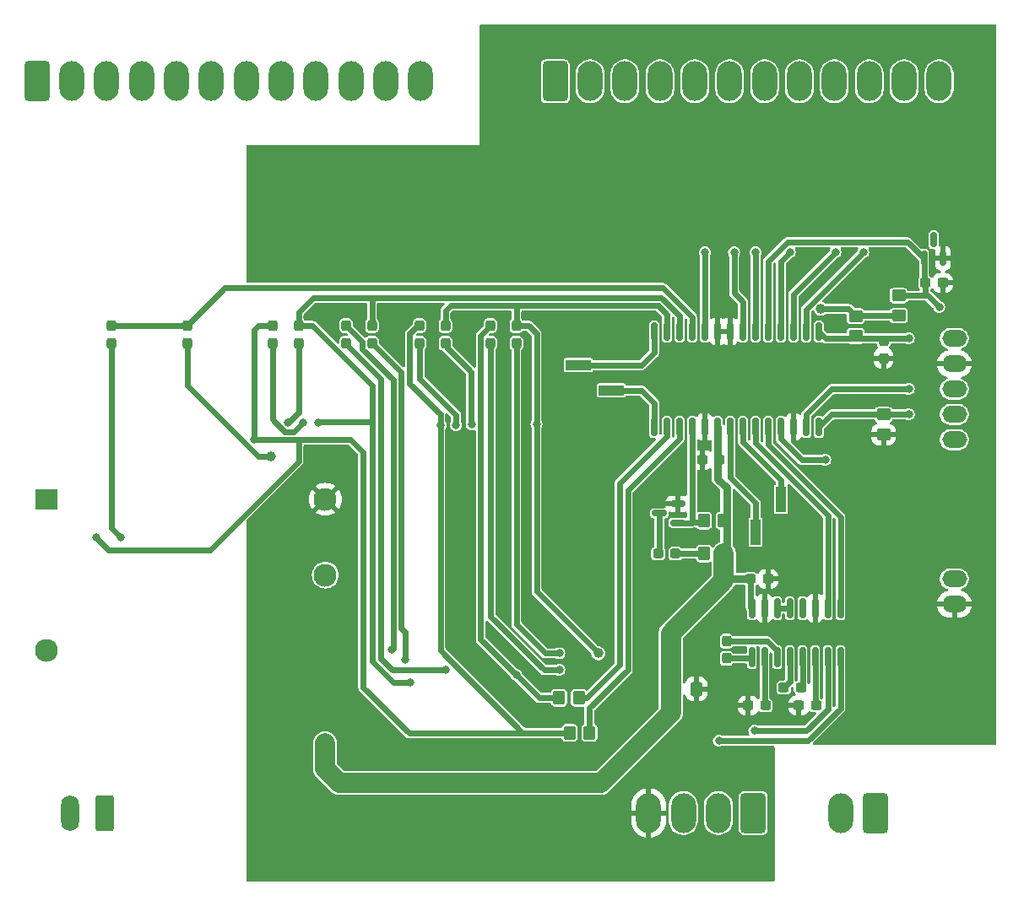
<source format=gbr>
%TF.GenerationSoftware,KiCad,Pcbnew,8.0.2*%
%TF.CreationDate,2024-12-10T14:01:00+01:00*%
%TF.ProjectId,energie,656e6572-6769-4652-9e6b-696361645f70,rev?*%
%TF.SameCoordinates,Original*%
%TF.FileFunction,Copper,L1,Top*%
%TF.FilePolarity,Positive*%
%FSLAX46Y46*%
G04 Gerber Fmt 4.6, Leading zero omitted, Abs format (unit mm)*
G04 Created by KiCad (PCBNEW 8.0.2) date 2024-12-10 14:01:00*
%MOMM*%
%LPD*%
G01*
G04 APERTURE LIST*
G04 Aperture macros list*
%AMRoundRect*
0 Rectangle with rounded corners*
0 $1 Rounding radius*
0 $2 $3 $4 $5 $6 $7 $8 $9 X,Y pos of 4 corners*
0 Add a 4 corners polygon primitive as box body*
4,1,4,$2,$3,$4,$5,$6,$7,$8,$9,$2,$3,0*
0 Add four circle primitives for the rounded corners*
1,1,$1+$1,$2,$3*
1,1,$1+$1,$4,$5*
1,1,$1+$1,$6,$7*
1,1,$1+$1,$8,$9*
0 Add four rect primitives between the rounded corners*
20,1,$1+$1,$2,$3,$4,$5,0*
20,1,$1+$1,$4,$5,$6,$7,0*
20,1,$1+$1,$6,$7,$8,$9,0*
20,1,$1+$1,$8,$9,$2,$3,0*%
G04 Aperture macros list end*
%TA.AperFunction,SMDPad,CuDef*%
%ADD10RoundRect,0.237500X0.237500X-0.287500X0.237500X0.287500X-0.237500X0.287500X-0.237500X-0.287500X0*%
%TD*%
%TA.AperFunction,ComponentPad*%
%ADD11RoundRect,0.347223X0.902777X1.652777X-0.902777X1.652777X-0.902777X-1.652777X0.902777X-1.652777X0*%
%TD*%
%TA.AperFunction,ComponentPad*%
%ADD12O,2.500000X4.000000*%
%TD*%
%TA.AperFunction,SMDPad,CuDef*%
%ADD13R,1.000000X2.510000*%
%TD*%
%TA.AperFunction,ComponentPad*%
%ADD14RoundRect,0.250000X0.650000X1.550000X-0.650000X1.550000X-0.650000X-1.550000X0.650000X-1.550000X0*%
%TD*%
%TA.AperFunction,ComponentPad*%
%ADD15O,1.800000X3.600000*%
%TD*%
%TA.AperFunction,SMDPad,CuDef*%
%ADD16RoundRect,0.250000X-0.450000X0.350000X-0.450000X-0.350000X0.450000X-0.350000X0.450000X0.350000X0*%
%TD*%
%TA.AperFunction,SMDPad,CuDef*%
%ADD17RoundRect,0.237500X0.300000X0.237500X-0.300000X0.237500X-0.300000X-0.237500X0.300000X-0.237500X0*%
%TD*%
%TA.AperFunction,SMDPad,CuDef*%
%ADD18RoundRect,0.237500X-0.287500X-0.237500X0.287500X-0.237500X0.287500X0.237500X-0.287500X0.237500X0*%
%TD*%
%TA.AperFunction,SMDPad,CuDef*%
%ADD19RoundRect,0.250000X0.350000X0.450000X-0.350000X0.450000X-0.350000X-0.450000X0.350000X-0.450000X0*%
%TD*%
%TA.AperFunction,SMDPad,CuDef*%
%ADD20RoundRect,0.250000X-0.337500X-0.475000X0.337500X-0.475000X0.337500X0.475000X-0.337500X0.475000X0*%
%TD*%
%TA.AperFunction,SMDPad,CuDef*%
%ADD21RoundRect,0.237500X-0.300000X-0.237500X0.300000X-0.237500X0.300000X0.237500X-0.300000X0.237500X0*%
%TD*%
%TA.AperFunction,SMDPad,CuDef*%
%ADD22RoundRect,0.250000X0.450000X-0.350000X0.450000X0.350000X-0.450000X0.350000X-0.450000X-0.350000X0*%
%TD*%
%TA.AperFunction,ComponentPad*%
%ADD23RoundRect,0.347223X-0.902777X-1.652777X0.902777X-1.652777X0.902777X1.652777X-0.902777X1.652777X0*%
%TD*%
%TA.AperFunction,ComponentPad*%
%ADD24O,2.500000X1.700000*%
%TD*%
%TA.AperFunction,SMDPad,CuDef*%
%ADD25RoundRect,0.150000X0.150000X-0.587500X0.150000X0.587500X-0.150000X0.587500X-0.150000X-0.587500X0*%
%TD*%
%TA.AperFunction,SMDPad,CuDef*%
%ADD26R,2.510000X1.000000*%
%TD*%
%TA.AperFunction,SMDPad,CuDef*%
%ADD27RoundRect,0.150000X0.587500X0.150000X-0.587500X0.150000X-0.587500X-0.150000X0.587500X-0.150000X0*%
%TD*%
%TA.AperFunction,SMDPad,CuDef*%
%ADD28RoundRect,0.237500X0.237500X-0.300000X0.237500X0.300000X-0.237500X0.300000X-0.237500X-0.300000X0*%
%TD*%
%TA.AperFunction,SMDPad,CuDef*%
%ADD29RoundRect,0.150000X-0.150000X0.750000X-0.150000X-0.750000X0.150000X-0.750000X0.150000X0.750000X0*%
%TD*%
%TA.AperFunction,SMDPad,CuDef*%
%ADD30RoundRect,0.150000X0.150000X-0.825000X0.150000X0.825000X-0.150000X0.825000X-0.150000X-0.825000X0*%
%TD*%
%TA.AperFunction,ComponentPad*%
%ADD31R,2.300000X2.000000*%
%TD*%
%TA.AperFunction,ComponentPad*%
%ADD32C,2.300000*%
%TD*%
%TA.AperFunction,SMDPad,CuDef*%
%ADD33RoundRect,0.250000X-0.350000X-0.450000X0.350000X-0.450000X0.350000X0.450000X-0.350000X0.450000X0*%
%TD*%
%TA.AperFunction,ViaPad*%
%ADD34C,1.000000*%
%TD*%
%TA.AperFunction,ViaPad*%
%ADD35C,0.800000*%
%TD*%
%TA.AperFunction,Conductor*%
%ADD36C,2.000000*%
%TD*%
%TA.AperFunction,Conductor*%
%ADD37C,0.600000*%
%TD*%
%TA.AperFunction,Conductor*%
%ADD38C,0.800000*%
%TD*%
G04 APERTURE END LIST*
D10*
%TO.P,D27,1,K*%
%TO.N,Net-(D27-K)*%
X108204000Y-83267000D03*
%TO.P,D27,2,A*%
%TO.N,/outputs/OB*%
X108204000Y-81517000D03*
%TD*%
D11*
%TO.P,J4,1,Pin_1*%
%TO.N,Net-(J4-Pin_1)*%
X153812000Y-130429000D03*
D12*
%TO.P,J4,2,Pin_2*%
%TO.N,Net-(J4-Pin_2)*%
X150312000Y-130429000D03*
%TO.P,J4,3,Pin_3*%
%TO.N,+5V*%
X146812000Y-130429000D03*
%TO.P,J4,4,Pin_4*%
%TO.N,GND*%
X143312000Y-130429000D03*
%TD*%
D13*
%TO.P,J6,1,Pin_1*%
%TO.N,Net-(J6-Pin_1)*%
X156591000Y-98929000D03*
%TO.P,J6,2,Pin_2*%
%TO.N,Net-(J6-Pin_2)*%
X154051000Y-102239000D03*
%TD*%
D10*
%TO.P,D28,1,K*%
%TO.N,Net-(D28-K)*%
X89408000Y-83267000D03*
%TO.P,D28,2,A*%
%TO.N,/outputs/OC*%
X89408000Y-81517000D03*
%TD*%
D14*
%TO.P,J9,1,Pin_1*%
%TO.N,Net-(J9-Pin_1)*%
X88773000Y-130429000D03*
D15*
%TO.P,J9,2,Pin_2*%
%TO.N,Net-(J9-Pin_2)*%
X85273000Y-130429000D03*
%TD*%
D10*
%TO.P,D14,1,K*%
%TO.N,Net-(D14-K)*%
X127458000Y-83267000D03*
%TO.P,D14,2,A*%
%TO.N,Net-(D14-A)*%
X127458000Y-81517000D03*
%TD*%
D16*
%TO.P,R7,1*%
%TO.N,+5V*%
X164084000Y-80550000D03*
%TO.P,R7,2*%
%TO.N,/~{MCLR}*%
X164084000Y-82550000D03*
%TD*%
D17*
%TO.P,C8,1*%
%TO.N,Net-(U4-VS-)*%
X160120500Y-119634000D03*
%TO.P,C8,2*%
%TO.N,GND*%
X158395500Y-119634000D03*
%TD*%
D18*
%TO.P,D7,1,K*%
%TO.N,Net-(D7-K)*%
X144272000Y-104394000D03*
%TO.P,D7,2,A*%
%TO.N,Net-(D7-A)*%
X146022000Y-104394000D03*
%TD*%
D19*
%TO.P,R11,1*%
%TO.N,+5V*%
X150860000Y-104394000D03*
%TO.P,R11,2*%
%TO.N,Net-(D7-A)*%
X148860000Y-104394000D03*
%TD*%
%TO.P,R17,1*%
%TO.N,/outputs/O1*%
X136331200Y-118872000D03*
%TO.P,R17,2*%
%TO.N,Net-(D14-A)*%
X134331200Y-118872000D03*
%TD*%
D20*
%TO.P,C11,1*%
%TO.N,+5V*%
X146028500Y-117983000D03*
%TO.P,C11,2*%
%TO.N,GND*%
X148103500Y-117983000D03*
%TD*%
D21*
%TO.P,C7,1*%
%TO.N,Net-(U4-C2+)*%
X156871500Y-117856000D03*
%TO.P,C7,2*%
%TO.N,Net-(U4-C2-)*%
X158596500Y-117856000D03*
%TD*%
%TO.P,C9,1*%
%TO.N,GND*%
X153315500Y-119634000D03*
%TO.P,C9,2*%
%TO.N,Net-(U4-VS+)*%
X155040500Y-119634000D03*
%TD*%
D10*
%TO.P,D26,1,K*%
%TO.N,Net-(D26-K)*%
X105614000Y-83267000D03*
%TO.P,D26,2,A*%
%TO.N,Net-(D24-A)*%
X105614000Y-81517000D03*
%TD*%
D22*
%TO.P,R9,1*%
%TO.N,+5V*%
X168402000Y-80502000D03*
%TO.P,R9,2*%
%TO.N,Vref*%
X168402000Y-78502000D03*
%TD*%
D23*
%TO.P,J1,1,Pin_1*%
%TO.N,Net-(J1-Pin_1)*%
X133950000Y-57000000D03*
D12*
%TO.P,J1,2,Pin_2*%
%TO.N,Net-(J1-Pin_2)*%
X137450000Y-57000000D03*
%TO.P,J1,3,Pin_3*%
%TO.N,Net-(J1-Pin_1)*%
X140950000Y-57000000D03*
%TO.P,J1,4,Pin_4*%
%TO.N,Net-(J1-Pin_4)*%
X144450000Y-57000000D03*
%TO.P,J1,5,Pin_5*%
%TO.N,Net-(J1-Pin_1)*%
X147950000Y-57000000D03*
%TO.P,J1,6,Pin_6*%
%TO.N,Net-(J1-Pin_6)*%
X151450000Y-57000000D03*
%TO.P,J1,7,Pin_7*%
%TO.N,Net-(J1-Pin_1)*%
X154950000Y-57000000D03*
%TO.P,J1,8,Pin_8*%
%TO.N,Net-(J1-Pin_8)*%
X158450000Y-57000000D03*
%TO.P,J1,9,Pin_9*%
%TO.N,Net-(J1-Pin_1)*%
X161950000Y-57000000D03*
%TO.P,J1,10,Pin_10*%
%TO.N,Net-(J1-Pin_10)*%
X165450000Y-57000000D03*
%TO.P,J1,11,Pin_11*%
%TO.N,Net-(J1-Pin_1)*%
X168950000Y-57000000D03*
%TO.P,J1,12,Pin_12*%
%TO.N,Net-(J1-Pin_12)*%
X172450000Y-57000000D03*
%TD*%
D24*
%TO.P,J2,1,Pin_1*%
%TO.N,+5V*%
X173990000Y-92964000D03*
%TO.P,J2,2,Pin_2*%
%TO.N,PGD*%
X173990000Y-90424000D03*
%TO.P,J2,3,Pin_3*%
%TO.N,PGC*%
X173990000Y-87884000D03*
%TO.P,J2,4,Pin_4*%
%TO.N,GND*%
X173990000Y-85344000D03*
%TO.P,J2,5,Pin_5*%
%TO.N,/~{MCLR}*%
X173990000Y-82804000D03*
%TD*%
D10*
%TO.P,D15,1,K*%
%TO.N,Net-(D15-K)*%
X130048000Y-83267000D03*
%TO.P,D15,2,A*%
%TO.N,/outputs/OA*%
X130048000Y-81517000D03*
%TD*%
D25*
%TO.P,U3,1,K*%
%TO.N,Vref*%
X170942000Y-74773000D03*
%TO.P,U3,2,A*%
%TO.N,GND*%
X172842000Y-74773000D03*
%TO.P,U3,3*%
%TO.N,N/C*%
X171892000Y-72898000D03*
%TD*%
D26*
%TO.P,J7,1,Pin_1*%
%TO.N,Net-(J7-Pin_1)*%
X139577000Y-88011000D03*
%TO.P,J7,2,Pin_2*%
%TO.N,Net-(J7-Pin_2)*%
X136267000Y-85471000D03*
%TD*%
D10*
%TO.P,D24,1,K*%
%TO.N,Net-(D24-K)*%
X120346000Y-83267000D03*
%TO.P,D24,2,A*%
%TO.N,Net-(D24-A)*%
X120346000Y-81517000D03*
%TD*%
%TO.P,D16,1,K*%
%TO.N,Net-(D16-K)*%
X112980000Y-83267000D03*
%TO.P,D16,2,A*%
%TO.N,Net-(D14-A)*%
X112980000Y-81517000D03*
%TD*%
D27*
%TO.P,Q1,1,G*%
%TO.N,Net-(Q1-G)*%
X146260000Y-101296000D03*
%TO.P,Q1,2,S*%
%TO.N,GND*%
X146260000Y-99396000D03*
%TO.P,Q1,3,D*%
%TO.N,Net-(D7-K)*%
X144385000Y-100346000D03*
%TD*%
D23*
%TO.P,J5,1,Pin_1*%
%TO.N,Net-(D19-A2)*%
X81964500Y-57000000D03*
D12*
%TO.P,J5,2,Pin_2*%
%TO.N,Net-(D19-A1)*%
X85464500Y-57000000D03*
%TO.P,J5,3,Pin_3*%
%TO.N,Net-(D9-A2)*%
X88964500Y-57000000D03*
%TO.P,J5,4,Pin_4*%
%TO.N,Net-(D9-A1)*%
X92464500Y-57000000D03*
%TO.P,J5,5,Pin_5*%
%TO.N,Net-(J5-Pin_5)*%
X95964500Y-57000000D03*
%TO.P,J5,6,Pin_6*%
%TO.N,Net-(D22-A)*%
X99464500Y-57000000D03*
%TO.P,J5,7,Pin_7*%
%TO.N,Net-(J5-Pin_7)*%
X102964500Y-57000000D03*
%TO.P,J5,8,Pin_8*%
%TO.N,Net-(D12-A)*%
X106464500Y-57000000D03*
%TO.P,J5,9,Pin_9*%
%TO.N,Net-(J5-Pin_9)*%
X109964500Y-57000000D03*
%TO.P,J5,10,Pin_10*%
%TO.N,Net-(D20-A)*%
X113464500Y-57000000D03*
%TO.P,J5,11,Pin_11*%
%TO.N,Net-(J5-Pin_11)*%
X116964500Y-57000000D03*
%TO.P,J5,12,Pin_12*%
%TO.N,Net-(D10-A)*%
X120464500Y-57000000D03*
%TD*%
D11*
%TO.P,J3,1,Pin_1*%
%TO.N,Net-(J3-Pin_1)*%
X166060000Y-130429000D03*
D12*
%TO.P,J3,2,Pin_2*%
%TO.N,Net-(J3-Pin_2)*%
X162560000Y-130429000D03*
%TD*%
D10*
%TO.P,D25,1,K*%
%TO.N,Net-(D25-K)*%
X122936000Y-83267000D03*
%TO.P,D25,2,A*%
%TO.N,/outputs/OA*%
X122936000Y-81517000D03*
%TD*%
D28*
%TO.P,C1,1*%
%TO.N,GND*%
X166878000Y-84783000D03*
%TO.P,C1,2*%
%TO.N,/~{MCLR}*%
X166878000Y-83058000D03*
%TD*%
D29*
%TO.P,U2,1,~{MCLR}/RE3*%
%TO.N,/~{MCLR}*%
X160387000Y-82094000D03*
%TO.P,U2,2,RA0/CxIN0-*%
%TO.N,Net-(U2-RA0{slash}CxIN0-)*%
X159117000Y-82094000D03*
%TO.P,U2,3,RA1/CxIN1-*%
%TO.N,Net-(U2-RA1{slash}CxIN1-)*%
X157847000Y-82094000D03*
%TO.P,U2,4,RA2/Vref-/DAC1OUT1/CxIN0+*%
%TO.N,Net-(U2-RA2{slash}Vref-{slash}DAC1OUT1{slash}CxIN0+)*%
X156577000Y-82094000D03*
%TO.P,U2,5,RA3/Vref+/C1IN1+*%
%TO.N,Vref*%
X155307000Y-82094000D03*
%TO.P,U2,6,RA4*%
%TO.N,Net-(U2-RA4)*%
X154037000Y-82094000D03*
%TO.P,U2,7,RA5*%
%TO.N,Net-(U2-RA5)*%
X152767000Y-82094000D03*
%TO.P,U2,8,Vss*%
%TO.N,GND*%
X151497000Y-82094000D03*
%TO.P,U2,9,RA7/OSC1/CLKIN*%
X150227000Y-82094000D03*
%TO.P,U2,10,RA6/OSC2/CLKOUT*%
%TO.N,Net-(U2-RA6{slash}OSC2{slash}CLKOUT)*%
X148957000Y-82094000D03*
%TO.P,U2,11,RC0/SOSCO*%
%TO.N,/outputs/OC*%
X147687000Y-82094000D03*
%TO.P,U2,12,RC1/SOSCI*%
%TO.N,/outputs/OB*%
X146417000Y-82094000D03*
%TO.P,U2,13,RC2*%
%TO.N,/outputs/OA*%
X145147000Y-82094000D03*
%TO.P,U2,14,RC3/SCL*%
%TO.N,Net-(J7-Pin_2)*%
X143877000Y-82094000D03*
%TO.P,U2,15,RC4/SDA*%
%TO.N,Net-(J7-Pin_1)*%
X143877000Y-91694000D03*
%TO.P,U2,16,RC5*%
%TO.N,/outputs/O1*%
X145147000Y-91694000D03*
%TO.P,U2,17,RC6*%
%TO.N,/outputs/O2*%
X146417000Y-91694000D03*
%TO.P,U2,18,RC7*%
%TO.N,Net-(Q1-G)*%
X147687000Y-91694000D03*
%TO.P,U2,19,Vss*%
%TO.N,GND*%
X148957000Y-91694000D03*
%TO.P,U2,20,Vdd*%
%TO.N,+5V*%
X150227000Y-91694000D03*
%TO.P,U2,21,RB0/ZCD/C2IN1+*%
%TO.N,Net-(J6-Pin_2)*%
X151497000Y-91694000D03*
%TO.P,U2,22,RB1/CxIN3-*%
%TO.N,Net-(J6-Pin_1)*%
X152767000Y-91694000D03*
%TO.P,U2,23,RB2*%
%TO.N,Net-(U2-RB2)*%
X154037000Y-91694000D03*
%TO.P,U2,24,RB3/CxIN2-*%
%TO.N,Net-(U2-RB3{slash}CxIN2-)*%
X155307000Y-91694000D03*
%TO.P,U2,25,RB4*%
%TO.N,Net-(Q2-D)*%
X156577000Y-91694000D03*
%TO.P,U2,26,RB5*%
%TO.N,GND*%
X157847000Y-91694000D03*
%TO.P,U2,27,PGC/RB6*%
%TO.N,PGC*%
X159117000Y-91694000D03*
%TO.P,U2,28,PGD/RB7/DAC1OUT2*%
%TO.N,PGD*%
X160387000Y-91694000D03*
%TD*%
D24*
%TO.P,J8,1,Pin_1*%
%TO.N,+5V*%
X173990000Y-106929000D03*
%TO.P,J8,2,Pin_2*%
%TO.N,GND*%
X173990000Y-109469000D03*
%TD*%
D30*
%TO.P,U4,1,C1+*%
%TO.N,Net-(U4-C1+)*%
X153670000Y-114808000D03*
%TO.P,U4,2,VS+*%
%TO.N,Net-(U4-VS+)*%
X154940000Y-114808000D03*
%TO.P,U4,3,C1-*%
%TO.N,Net-(U4-C1-)*%
X156210000Y-114808000D03*
%TO.P,U4,4,C2+*%
%TO.N,Net-(U4-C2+)*%
X157480000Y-114808000D03*
%TO.P,U4,5,C2-*%
%TO.N,Net-(U4-C2-)*%
X158750000Y-114808000D03*
%TO.P,U4,6,VS-*%
%TO.N,Net-(U4-VS-)*%
X160020000Y-114808000D03*
%TO.P,U4,7,T2OUT*%
%TO.N,Net-(J4-Pin_1)*%
X161290000Y-114808000D03*
%TO.P,U4,8,R2IN*%
%TO.N,Net-(J4-Pin_2)*%
X162560000Y-114808000D03*
%TO.P,U4,9,R2OUT*%
%TO.N,Net-(U2-RB3{slash}CxIN2-)*%
X162560000Y-109858000D03*
%TO.P,U4,10,T2IN*%
%TO.N,Net-(U2-RB2)*%
X161290000Y-109858000D03*
%TO.P,U4,11,T1IN*%
%TO.N,GND*%
X160020000Y-109858000D03*
%TO.P,U4,12,R1OUT*%
%TO.N,unconnected-(U4-R1OUT-Pad12)*%
X158750000Y-109858000D03*
%TO.P,U4,13,R1IN*%
%TO.N,Net-(U4-R1IN)*%
X157480000Y-109858000D03*
%TO.P,U4,14,T1OUT*%
X156210000Y-109858000D03*
%TO.P,U4,15,GND*%
%TO.N,GND*%
X154940000Y-109858000D03*
%TO.P,U4,16,VCC*%
%TO.N,+5V*%
X153670000Y-109858000D03*
%TD*%
D10*
%TO.P,D18,1,K*%
%TO.N,Net-(D18-K)*%
X97028000Y-83267000D03*
%TO.P,D18,2,A*%
%TO.N,/outputs/OC*%
X97028000Y-81517000D03*
%TD*%
D28*
%TO.P,C5,1*%
%TO.N,Net-(U4-C1+)*%
X151130000Y-114908500D03*
%TO.P,C5,2*%
%TO.N,Net-(U4-C1-)*%
X151130000Y-113183500D03*
%TD*%
D31*
%TO.P,PS1,1,AC/N*%
%TO.N,Net-(J9-Pin_1)*%
X82901000Y-98943500D03*
D32*
%TO.P,PS1,2,AC/L*%
%TO.N,Net-(J9-Pin_2)*%
X82901000Y-114143500D03*
%TO.P,PS1,3,-Vo*%
%TO.N,GND*%
X110901000Y-98943500D03*
%TO.P,PS1,4,+Vo*%
%TO.N,+5V*%
X110901000Y-106543500D03*
%TD*%
D16*
%TO.P,R8,1*%
%TO.N,PGD*%
X166878000Y-90440000D03*
%TO.P,R8,2*%
%TO.N,GND*%
X166878000Y-92440000D03*
%TD*%
D33*
%TO.P,R10,1*%
%TO.N,Net-(Q1-G)*%
X148860000Y-101092000D03*
%TO.P,R10,2*%
%TO.N,+5V*%
X150860000Y-101092000D03*
%TD*%
D21*
%TO.P,C4,1*%
%TO.N,Vref*%
X171095500Y-77216000D03*
%TO.P,C4,2*%
%TO.N,GND*%
X172820500Y-77216000D03*
%TD*%
D19*
%TO.P,R20,1*%
%TO.N,/outputs/O2*%
X137398000Y-122377200D03*
%TO.P,R20,2*%
%TO.N,Net-(D24-A)*%
X135398000Y-122377200D03*
%TD*%
D17*
%TO.P,C2,1*%
%TO.N,+5V*%
X150428000Y-94996000D03*
%TO.P,C2,2*%
%TO.N,GND*%
X148703000Y-94996000D03*
%TD*%
D21*
%TO.P,C6,1*%
%TO.N,+5V*%
X153569500Y-106934000D03*
%TO.P,C6,2*%
%TO.N,GND*%
X155294500Y-106934000D03*
%TD*%
D10*
%TO.P,D17,1,K*%
%TO.N,Net-(D17-K)*%
X115570000Y-83267000D03*
%TO.P,D17,2,A*%
%TO.N,/outputs/OB*%
X115570000Y-81517000D03*
%TD*%
D34*
%TO.N,GND*%
X141732000Y-119634000D03*
X170561000Y-98806000D03*
X159639000Y-104775000D03*
X110901000Y-94331000D03*
X169418000Y-85344000D03*
%TO.N,+5V*%
X145839000Y-115273000D03*
X160600107Y-79828107D03*
X110871000Y-123444000D03*
D35*
%TO.N,Net-(J4-Pin_1)*%
X153924000Y-122174000D03*
%TO.N,Vref*%
X172466000Y-79629000D03*
%TO.N,/outputs/OA*%
X132080000Y-91418000D03*
D34*
X138276000Y-114400000D03*
D35*
%TO.N,/outputs/OB*%
X119380000Y-117348000D03*
X110214000Y-91233000D03*
%TO.N,Net-(D14-K)*%
X134366000Y-116078000D03*
%TO.N,Net-(D15-K)*%
X134366000Y-114400000D03*
%TO.N,Net-(D16-K)*%
X122936000Y-116078000D03*
%TO.N,Net-(D17-K)*%
X118872000Y-115062000D03*
%TO.N,Net-(D24-A)*%
X103759000Y-92962000D03*
X122476000Y-91500000D03*
X87884000Y-102743000D03*
%TO.N,PGC*%
X169418000Y-87884000D03*
%TO.N,PGD*%
X169418000Y-90424000D03*
%TO.N,Net-(J4-Pin_2)*%
X150368000Y-123190000D03*
%TO.N,/~{MCLR}*%
X169418000Y-82804000D03*
%TO.N,Net-(D14-A)*%
X117591000Y-114046000D03*
X130048000Y-116586000D03*
D34*
%TO.N,Net-(D18-K)*%
X105410000Y-94615000D03*
D35*
%TO.N,Net-(D24-K)*%
X124000000Y-91500000D03*
%TO.N,Net-(D25-K)*%
X125576103Y-91445103D03*
%TO.N,Net-(D26-K)*%
X108690000Y-91233000D03*
%TO.N,Net-(D27-K)*%
X107166000Y-91233000D03*
%TO.N,Net-(D28-K)*%
X90371530Y-102790530D03*
%TO.N,Net-(Q2-D)*%
X161036000Y-94996000D03*
%TO.N,Net-(U2-RA0{slash}CxIN0-)*%
X164846000Y-74168000D03*
%TO.N,Net-(U2-RA1{slash}CxIN1-)*%
X162052000Y-74168000D03*
%TO.N,Net-(U2-RA2{slash}Vref-{slash}DAC1OUT1{slash}CxIN0+)*%
X157480000Y-74168000D03*
%TO.N,Net-(U2-RA4)*%
X154051000Y-74168000D03*
%TO.N,Net-(U2-RA5)*%
X151892000Y-74168000D03*
%TO.N,Net-(U2-RA6{slash}OSC2{slash}CLKOUT)*%
X148971000Y-74168000D03*
%TD*%
D36*
%TO.N,+5V*%
X138557000Y-127381000D02*
X112268000Y-127381000D01*
D37*
X160600107Y-79828107D02*
X163362107Y-79828107D01*
X163362107Y-79828107D02*
X164084000Y-80550000D01*
D38*
X151130000Y-106807000D02*
X150860000Y-107077000D01*
X151003000Y-106934000D02*
X153569500Y-106934000D01*
D36*
X112268000Y-127381000D02*
X110871000Y-125984000D01*
D37*
X153569500Y-106934000D02*
X153569500Y-109757500D01*
D36*
X110871000Y-125984000D02*
X110871000Y-123444000D01*
X150860000Y-107077000D02*
X145542000Y-112395000D01*
D37*
X168402000Y-80502000D02*
X164132000Y-80502000D01*
D36*
X145542000Y-120396000D02*
X138557000Y-127381000D01*
X145542000Y-112395000D02*
X145542000Y-120396000D01*
D38*
X150227000Y-96887000D02*
X151130000Y-97790000D01*
X150860000Y-107077000D02*
X151003000Y-106934000D01*
X151130000Y-97790000D02*
X151130000Y-106807000D01*
D37*
X153569500Y-109757500D02*
X153670000Y-109858000D01*
D36*
X150860000Y-104394000D02*
X150860000Y-107077000D01*
D38*
X150227000Y-91694000D02*
X150227000Y-96887000D01*
D37*
%TO.N,Net-(J4-Pin_1)*%
X161290000Y-120051564D02*
X161290000Y-114808000D01*
X153924000Y-122174000D02*
X159167564Y-122174000D01*
X159167564Y-122174000D02*
X161290000Y-120051564D01*
%TO.N,Vref*%
X157223207Y-73152000D02*
X155307000Y-75068207D01*
X169321000Y-73152000D02*
X157223207Y-73152000D01*
X171095500Y-78348500D02*
X171095500Y-77216000D01*
X172466000Y-79629000D02*
X171339000Y-78502000D01*
X171339000Y-78502000D02*
X170942000Y-78502000D01*
X170942000Y-78502000D02*
X171095500Y-78348500D01*
X168402000Y-78502000D02*
X170942000Y-78502000D01*
X170942000Y-74773000D02*
X169321000Y-73152000D01*
X170942000Y-74773000D02*
X170942000Y-77062500D01*
X155307000Y-75068207D02*
X155307000Y-82094000D01*
%TO.N,Net-(D7-K)*%
X144385000Y-100346000D02*
X144385000Y-104281000D01*
%TO.N,/outputs/OA*%
X132080000Y-82296000D02*
X131301000Y-81517000D01*
X130048000Y-81517000D02*
X130048000Y-79502000D01*
X123444000Y-79502000D02*
X130048000Y-79502000D01*
X145147000Y-80377000D02*
X144272000Y-79502000D01*
X138276000Y-114400000D02*
X132080000Y-108204000D01*
X144272000Y-79502000D02*
X130048000Y-79502000D01*
X131301000Y-81517000D02*
X130048000Y-81517000D01*
X122936000Y-80010000D02*
X123444000Y-79502000D01*
X132080000Y-108204000D02*
X132080000Y-82296000D01*
X145147000Y-82094000D02*
X145147000Y-80377000D01*
X122936000Y-81517000D02*
X122936000Y-80010000D01*
%TO.N,/outputs/OB*%
X109592500Y-81517000D02*
X115570000Y-87494500D01*
X115570000Y-87494500D02*
X115570000Y-115177370D01*
X115570000Y-91186000D02*
X110261000Y-91186000D01*
X115570000Y-78702000D02*
X109702500Y-78702000D01*
X115570000Y-115177370D02*
X117740630Y-117348000D01*
X146417000Y-82094000D02*
X146417000Y-80515629D01*
X115570000Y-81517000D02*
X115570000Y-78702000D01*
X144603371Y-78702000D02*
X115570000Y-78702000D01*
X146417000Y-80515629D02*
X144603371Y-78702000D01*
X108204000Y-81517000D02*
X109592500Y-81517000D01*
X117740630Y-117348000D02*
X119380000Y-117348000D01*
X109702500Y-78702000D02*
X108204000Y-80200500D01*
X108204000Y-80200500D02*
X108204000Y-81517000D01*
X110261000Y-91186000D02*
X110214000Y-91233000D01*
%TO.N,Net-(D14-K)*%
X132842000Y-116078000D02*
X127458000Y-110694000D01*
X134366000Y-116078000D02*
X132842000Y-116078000D01*
X127458000Y-110694000D02*
X127458000Y-83267000D01*
%TO.N,Net-(D15-K)*%
X132942000Y-114400000D02*
X134366000Y-114400000D01*
X130048000Y-83267000D02*
X130048000Y-111506000D01*
X130048000Y-111506000D02*
X132942000Y-114400000D01*
%TO.N,/outputs/OC*%
X147687000Y-80654259D02*
X144756741Y-77724000D01*
X97028000Y-81517000D02*
X89408000Y-81517000D01*
X100821000Y-77724000D02*
X97028000Y-81517000D01*
X147687000Y-82094000D02*
X147687000Y-80654259D01*
X144756741Y-77724000D02*
X100821000Y-77724000D01*
%TO.N,Net-(D16-K)*%
X117602000Y-116078000D02*
X122936000Y-116078000D01*
X116459000Y-114935000D02*
X117602000Y-116078000D01*
X112980000Y-83382934D02*
X116459000Y-86861934D01*
X116459000Y-86861934D02*
X116459000Y-114935000D01*
%TO.N,Net-(D17-K)*%
X118491000Y-111887000D02*
X118491000Y-86188000D01*
X118872000Y-112268000D02*
X118491000Y-111887000D01*
X118491000Y-86188000D02*
X115570000Y-83267000D01*
X118872000Y-115062000D02*
X118872000Y-112268000D01*
%TO.N,Net-(D24-A)*%
X89138000Y-103997000D02*
X99330000Y-103997000D01*
X119296630Y-122428000D02*
X114681000Y-117812370D01*
X104665000Y-81517000D02*
X105614000Y-81517000D01*
X103759000Y-92962000D02*
X103759000Y-81915000D01*
X120159000Y-81517000D02*
X119371000Y-82305000D01*
X99330000Y-103997000D02*
X108204000Y-95123000D01*
X103759000Y-81915000D02*
X104140000Y-81534000D01*
X113409000Y-92962000D02*
X108204000Y-92962000D01*
X104648000Y-81534000D02*
X104665000Y-81517000D01*
X130699700Y-122377200D02*
X135398000Y-122377200D01*
X122428000Y-90424000D02*
X122428000Y-114105500D01*
X120346000Y-81517000D02*
X120159000Y-81517000D01*
X104140000Y-81534000D02*
X104648000Y-81534000D01*
X108204000Y-92962000D02*
X103759000Y-92962000D01*
X108204000Y-95123000D02*
X108204000Y-92962000D01*
X114681000Y-94234000D02*
X113409000Y-92962000D01*
X119371000Y-82305000D02*
X119371000Y-87367000D01*
X119371000Y-87367000D02*
X122428000Y-90424000D01*
X122428000Y-114105500D02*
X130699700Y-122377200D01*
X87884000Y-102743000D02*
X89138000Y-103997000D01*
X114681000Y-117812370D02*
X114681000Y-94234000D01*
X135347200Y-122428000D02*
X119296630Y-122428000D01*
%TO.N,PGC*%
X161671000Y-87884000D02*
X169418000Y-87884000D01*
X159117000Y-90438000D02*
X161671000Y-87884000D01*
X159117000Y-91694000D02*
X159117000Y-90438000D01*
%TO.N,PGD*%
X160387000Y-91694000D02*
X161657000Y-90424000D01*
X161657000Y-90424000D02*
X169418000Y-90424000D01*
%TO.N,Net-(Q1-G)*%
X146260000Y-101296000D02*
X147687000Y-101296000D01*
X147687000Y-91694000D02*
X147687000Y-94502000D01*
X147687000Y-94502000D02*
X147665500Y-94523500D01*
X147665500Y-94523500D02*
X147665500Y-101274500D01*
X147665500Y-101274500D02*
X148677500Y-101274500D01*
X147665500Y-101274500D02*
X147687000Y-101296000D01*
%TO.N,Net-(J4-Pin_2)*%
X159282935Y-123190000D02*
X150368000Y-123190000D01*
X162560000Y-114808000D02*
X162560000Y-119912935D01*
X162560000Y-119912935D02*
X159282935Y-123190000D01*
%TO.N,/outputs/O1*%
X137122000Y-118872000D02*
X136331200Y-118872000D01*
X140424000Y-97316999D02*
X140424000Y-115570000D01*
X145147000Y-91694000D02*
X145147000Y-92593999D01*
X145147000Y-92593999D02*
X140424000Y-97316999D01*
X140424000Y-115570000D02*
X137122000Y-118872000D01*
%TO.N,/outputs/O2*%
X146417000Y-92851000D02*
X141224000Y-98044000D01*
X141224000Y-98044000D02*
X141224000Y-116078000D01*
X146417000Y-91694000D02*
X146417000Y-92851000D01*
X141224000Y-116078000D02*
X137398000Y-119904000D01*
X137398000Y-119904000D02*
X137398000Y-122377200D01*
%TO.N,/~{MCLR}*%
X160387000Y-82094000D02*
X161097000Y-82804000D01*
X161097000Y-82804000D02*
X169418000Y-82804000D01*
%TO.N,Net-(U4-C1-)*%
X151130000Y-113183500D02*
X155213894Y-113183500D01*
X155213894Y-113183500D02*
X156210000Y-114179606D01*
%TO.N,Net-(U4-C1+)*%
X151130000Y-114908500D02*
X153569500Y-114908500D01*
X153569500Y-114908500D02*
X153670000Y-114808000D01*
%TO.N,Net-(U4-C2-)*%
X158750000Y-114808000D02*
X158750000Y-117702500D01*
%TO.N,Net-(U4-C2+)*%
X157480000Y-117247500D02*
X156871500Y-117856000D01*
X157480000Y-114808000D02*
X157480000Y-117247500D01*
%TO.N,Net-(U4-VS-)*%
X160020000Y-114808000D02*
X160020000Y-119533500D01*
%TO.N,Net-(U4-VS+)*%
X154940000Y-114808000D02*
X154940000Y-119533500D01*
%TO.N,Net-(D7-A)*%
X146022000Y-104394000D02*
X148195000Y-104394000D01*
%TO.N,Net-(D14-A)*%
X117691000Y-86962564D02*
X114595000Y-83866564D01*
X134331200Y-118872000D02*
X132334000Y-118872000D01*
X126483000Y-82492000D02*
X126483000Y-113021000D01*
X126483000Y-113021000D02*
X130048000Y-116586000D01*
X114595000Y-83866564D02*
X114595000Y-83132000D01*
X117591000Y-114046000D02*
X117691000Y-113946000D01*
X132334000Y-118872000D02*
X130048000Y-116586000D01*
X117691000Y-113946000D02*
X117691000Y-86962564D01*
X127458000Y-81517000D02*
X126483000Y-82492000D01*
X114595000Y-83132000D02*
X112980000Y-81517000D01*
%TO.N,Net-(D18-K)*%
X105410000Y-94615000D02*
X104139207Y-94615000D01*
X97028000Y-87503793D02*
X97028000Y-83267000D01*
X104139207Y-94615000D02*
X97028000Y-87503793D01*
%TO.N,Net-(D24-K)*%
X120346000Y-86818000D02*
X124000000Y-90472000D01*
X124000000Y-90472000D02*
X124000000Y-91500000D01*
X120346000Y-86818000D02*
X120346000Y-83267000D01*
%TO.N,Net-(D25-K)*%
X122936000Y-83267000D02*
X122936000Y-83566000D01*
X125528103Y-86158103D02*
X125528103Y-91109103D01*
X122936000Y-83566000D02*
X125528103Y-86158103D01*
%TO.N,Net-(D26-K)*%
X107761000Y-92162000D02*
X108690000Y-91233000D01*
X105614000Y-90953793D02*
X106822207Y-92162000D01*
X105614000Y-83267000D02*
X105614000Y-90953793D01*
X106822207Y-92162000D02*
X107761000Y-92162000D01*
%TO.N,Net-(D27-K)*%
X108204000Y-83267000D02*
X108204000Y-90195000D01*
X108204000Y-90195000D02*
X107166000Y-91233000D01*
%TO.N,Net-(D28-K)*%
X89408000Y-101827000D02*
X89408000Y-83267000D01*
X90371530Y-102790530D02*
X89408000Y-101827000D01*
%TO.N,Net-(Q2-D)*%
X158686500Y-94996000D02*
X161036000Y-94996000D01*
X156577000Y-91694000D02*
X156577000Y-92886500D01*
X156577000Y-92886500D02*
X158686500Y-94996000D01*
%TO.N,Net-(U2-RB3{slash}CxIN2-)*%
X155307000Y-93446371D02*
X155307000Y-91694000D01*
X162560000Y-100699371D02*
X155307000Y-93446371D01*
X162560000Y-109858000D02*
X162560000Y-100699371D01*
%TO.N,Net-(U2-RB2)*%
X161290000Y-109858000D02*
X161290000Y-100560741D01*
X161290000Y-100560741D02*
X154037000Y-93307741D01*
X154037000Y-93307741D02*
X154037000Y-91694000D01*
%TO.N,Net-(U4-R1IN)*%
X157480000Y-109858000D02*
X156210000Y-109858000D01*
%TO.N,Net-(J6-Pin_1)*%
X156591000Y-96993111D02*
X156591000Y-98929000D01*
X152767000Y-91694000D02*
X152767000Y-93169111D01*
X152767000Y-93169111D02*
X156591000Y-96993111D01*
%TO.N,Net-(J6-Pin_2)*%
X154051000Y-99314000D02*
X154051000Y-102239000D01*
X151497000Y-96760000D02*
X154051000Y-99314000D01*
X151497000Y-91694000D02*
X151497000Y-96760000D01*
%TO.N,Net-(J7-Pin_1)*%
X143877000Y-89267000D02*
X142621000Y-88011000D01*
X143877000Y-91694000D02*
X143877000Y-89267000D01*
X142621000Y-88011000D02*
X139577000Y-88011000D01*
%TO.N,Net-(J7-Pin_2)*%
X143877000Y-82094000D02*
X143877000Y-84215000D01*
X142621000Y-85471000D02*
X136267000Y-85471000D01*
X143877000Y-84215000D02*
X142621000Y-85471000D01*
%TO.N,Net-(U2-RA0{slash}CxIN0-)*%
X164846000Y-74168000D02*
X159117000Y-79897000D01*
X159117000Y-79897000D02*
X159117000Y-82094000D01*
%TO.N,Net-(U2-RA1{slash}CxIN1-)*%
X157847000Y-78373000D02*
X162052000Y-74168000D01*
X157847000Y-82094000D02*
X157847000Y-78373000D01*
%TO.N,Net-(U2-RA2{slash}Vref-{slash}DAC1OUT1{slash}CxIN0+)*%
X156577000Y-82094000D02*
X156577000Y-75071000D01*
X156577000Y-75071000D02*
X157480000Y-74168000D01*
%TO.N,Net-(U2-RA4)*%
X154037000Y-76821000D02*
X154037000Y-82094000D01*
X154051000Y-74168000D02*
X154051000Y-76807000D01*
X154051000Y-76807000D02*
X154037000Y-76821000D01*
%TO.N,Net-(U2-RA5)*%
X152767000Y-79107000D02*
X152767000Y-82094000D01*
X151892000Y-74168000D02*
X151892000Y-78232000D01*
X151892000Y-78232000D02*
X152767000Y-79107000D01*
%TO.N,Net-(U2-RA6{slash}OSC2{slash}CLKOUT)*%
X148971000Y-74168000D02*
X148971000Y-80617000D01*
X148957000Y-80631000D02*
X148957000Y-82094000D01*
X148971000Y-80617000D02*
X148957000Y-80631000D01*
%TD*%
%TA.AperFunction,Conductor*%
%TO.N,GND*%
G36*
X178142539Y-51320185D02*
G01*
X178188294Y-51372989D01*
X178199500Y-51424500D01*
X178199500Y-123447000D01*
X178179815Y-123514039D01*
X178127011Y-123559794D01*
X178075500Y-123571000D01*
X159909111Y-123571000D01*
X159842072Y-123551315D01*
X159796317Y-123498511D01*
X159786373Y-123429353D01*
X159815398Y-123365797D01*
X159821430Y-123359319D01*
X161387093Y-121793656D01*
X162960500Y-120220249D01*
X163026392Y-120106121D01*
X163060500Y-119978827D01*
X163060500Y-119847042D01*
X163060500Y-114742108D01*
X163060500Y-113949740D01*
X163050573Y-113881607D01*
X162999198Y-113776517D01*
X162999196Y-113776515D01*
X162999196Y-113776514D01*
X162916485Y-113693803D01*
X162909679Y-113690476D01*
X162811393Y-113642427D01*
X162811391Y-113642426D01*
X162743261Y-113632500D01*
X162743260Y-113632500D01*
X162376740Y-113632500D01*
X162376739Y-113632500D01*
X162308608Y-113642426D01*
X162203514Y-113693803D01*
X162120803Y-113776514D01*
X162069426Y-113881608D01*
X162059500Y-113949739D01*
X162059500Y-119654259D01*
X162039815Y-119721298D01*
X162023181Y-119741940D01*
X162002181Y-119762940D01*
X161940858Y-119796425D01*
X161871166Y-119791441D01*
X161815233Y-119749569D01*
X161790816Y-119684105D01*
X161790500Y-119675259D01*
X161790500Y-113949739D01*
X161783117Y-113899069D01*
X161780573Y-113881607D01*
X161729198Y-113776517D01*
X161729196Y-113776515D01*
X161729196Y-113776514D01*
X161646485Y-113693803D01*
X161639679Y-113690476D01*
X161541393Y-113642427D01*
X161541391Y-113642426D01*
X161473261Y-113632500D01*
X161473260Y-113632500D01*
X161106740Y-113632500D01*
X161106739Y-113632500D01*
X161038608Y-113642426D01*
X160933514Y-113693803D01*
X160850803Y-113776514D01*
X160799426Y-113881608D01*
X160789500Y-113949739D01*
X160789500Y-118886817D01*
X160769815Y-118953856D01*
X160717011Y-118999611D01*
X160647853Y-119009555D01*
X160624546Y-119003859D01*
X160612406Y-118999611D01*
X160603545Y-118996510D01*
X160546770Y-118955790D01*
X160521022Y-118890837D01*
X160520500Y-118879469D01*
X160520500Y-113949739D01*
X160513117Y-113899069D01*
X160510573Y-113881607D01*
X160459198Y-113776517D01*
X160459196Y-113776515D01*
X160459196Y-113776514D01*
X160376485Y-113693803D01*
X160369679Y-113690476D01*
X160271393Y-113642427D01*
X160271391Y-113642426D01*
X160203261Y-113632500D01*
X160203260Y-113632500D01*
X159836740Y-113632500D01*
X159836739Y-113632500D01*
X159768608Y-113642426D01*
X159663514Y-113693803D01*
X159580803Y-113776514D01*
X159529426Y-113881608D01*
X159519500Y-113949739D01*
X159519500Y-117349333D01*
X159499815Y-117416372D01*
X159447011Y-117462127D01*
X159377853Y-117472071D01*
X159314297Y-117443046D01*
X159294612Y-117418276D01*
X159293633Y-117419000D01*
X159274728Y-117393383D01*
X159250758Y-117327753D01*
X159250500Y-117319752D01*
X159250500Y-113949739D01*
X159243117Y-113899069D01*
X159240573Y-113881607D01*
X159189198Y-113776517D01*
X159189196Y-113776515D01*
X159189196Y-113776514D01*
X159106485Y-113693803D01*
X159099679Y-113690476D01*
X159001393Y-113642427D01*
X159001391Y-113642426D01*
X158933261Y-113632500D01*
X158933260Y-113632500D01*
X158566740Y-113632500D01*
X158566739Y-113632500D01*
X158498608Y-113642426D01*
X158393514Y-113693803D01*
X158310803Y-113776514D01*
X158259426Y-113881608D01*
X158249500Y-113949739D01*
X158249500Y-117082923D01*
X158229815Y-117149962D01*
X158177011Y-117195717D01*
X158166454Y-117199965D01*
X158145454Y-117207313D01*
X158075675Y-117210874D01*
X158015048Y-117176145D01*
X157982821Y-117114151D01*
X157980500Y-117090271D01*
X157980500Y-113949739D01*
X157973117Y-113899069D01*
X157970573Y-113881607D01*
X157919198Y-113776517D01*
X157919196Y-113776515D01*
X157919196Y-113776514D01*
X157836485Y-113693803D01*
X157829679Y-113690476D01*
X157731393Y-113642427D01*
X157731391Y-113642426D01*
X157663261Y-113632500D01*
X157663260Y-113632500D01*
X157296740Y-113632500D01*
X157296739Y-113632500D01*
X157228608Y-113642426D01*
X157123514Y-113693803D01*
X157040803Y-113776514D01*
X156989426Y-113881608D01*
X156979500Y-113949739D01*
X156979500Y-116988824D01*
X156959815Y-117055863D01*
X156943181Y-117076505D01*
X156875505Y-117144181D01*
X156814182Y-117177666D01*
X156787824Y-117180500D01*
X156518740Y-117180500D01*
X156489150Y-117183274D01*
X156364523Y-117226884D01*
X156258289Y-117305288D01*
X156258288Y-117305289D01*
X156179884Y-117411523D01*
X156136274Y-117536150D01*
X156133500Y-117565739D01*
X156133500Y-118146260D01*
X156136274Y-118175849D01*
X156179884Y-118300476D01*
X156258288Y-118406710D01*
X156258289Y-118406711D01*
X156364523Y-118485115D01*
X156364524Y-118485115D01*
X156364525Y-118485116D01*
X156489151Y-118528725D01*
X156489150Y-118528725D01*
X156518740Y-118531500D01*
X156518744Y-118531500D01*
X157224260Y-118531500D01*
X157253849Y-118528725D01*
X157266080Y-118524445D01*
X157378475Y-118485116D01*
X157484711Y-118406711D01*
X157563116Y-118300475D01*
X157606725Y-118175849D01*
X157609500Y-118146256D01*
X157609500Y-117877176D01*
X157629185Y-117810137D01*
X157645819Y-117789495D01*
X157646819Y-117788495D01*
X157708142Y-117755010D01*
X157777834Y-117759994D01*
X157833767Y-117801866D01*
X157858184Y-117867330D01*
X157858500Y-117876176D01*
X157858500Y-118146260D01*
X157861274Y-118175849D01*
X157904884Y-118300476D01*
X157983288Y-118406710D01*
X157983289Y-118406711D01*
X158033085Y-118443462D01*
X158075336Y-118499109D01*
X158080795Y-118568765D01*
X158047728Y-118630315D01*
X157986634Y-118664216D01*
X157972057Y-118666590D01*
X157945347Y-118669319D01*
X157781699Y-118723546D01*
X157781688Y-118723551D01*
X157634965Y-118814052D01*
X157634961Y-118814055D01*
X157513055Y-118935961D01*
X157513052Y-118935965D01*
X157422551Y-119082688D01*
X157422546Y-119082699D01*
X157368319Y-119246347D01*
X157358000Y-119347345D01*
X157358000Y-119384000D01*
X158521500Y-119384000D01*
X158588539Y-119403685D01*
X158634294Y-119456489D01*
X158645500Y-119508000D01*
X158645500Y-120608999D01*
X158744640Y-120608999D01*
X158744654Y-120608998D01*
X158845652Y-120598680D01*
X159009300Y-120544453D01*
X159009311Y-120544448D01*
X159156034Y-120453947D01*
X159156038Y-120453944D01*
X159277945Y-120332037D01*
X159341388Y-120229180D01*
X159393336Y-120182455D01*
X159462298Y-120171232D01*
X159520558Y-120194504D01*
X159567543Y-120229180D01*
X159613525Y-120263116D01*
X159738151Y-120306725D01*
X159738150Y-120306725D01*
X159767740Y-120309500D01*
X159767744Y-120309500D01*
X160024888Y-120309500D01*
X160091927Y-120329185D01*
X160137682Y-120381989D01*
X160147626Y-120451147D01*
X160118601Y-120514703D01*
X160112569Y-120521181D01*
X158996569Y-121637181D01*
X158935246Y-121670666D01*
X158908888Y-121673500D01*
X154300257Y-121673500D01*
X154233218Y-121653815D01*
X154227900Y-121650075D01*
X154226836Y-121649461D01*
X154080765Y-121588957D01*
X154080760Y-121588955D01*
X153924001Y-121568318D01*
X153923999Y-121568318D01*
X153767239Y-121588955D01*
X153767237Y-121588956D01*
X153621160Y-121649463D01*
X153495718Y-121745718D01*
X153399463Y-121871160D01*
X153338956Y-122017237D01*
X153338955Y-122017239D01*
X153318318Y-122173998D01*
X153318318Y-122174001D01*
X153338955Y-122330760D01*
X153338956Y-122330762D01*
X153399464Y-122476842D01*
X153409571Y-122490013D01*
X153434766Y-122555182D01*
X153420728Y-122623627D01*
X153371915Y-122673617D01*
X153311196Y-122689500D01*
X150744257Y-122689500D01*
X150677218Y-122669815D01*
X150671900Y-122666075D01*
X150670836Y-122665461D01*
X150524765Y-122604957D01*
X150524760Y-122604955D01*
X150368001Y-122584318D01*
X150367999Y-122584318D01*
X150211239Y-122604955D01*
X150211237Y-122604956D01*
X150065160Y-122665463D01*
X149939718Y-122761718D01*
X149843463Y-122887160D01*
X149782956Y-123033237D01*
X149782955Y-123033239D01*
X149762318Y-123189998D01*
X149762318Y-123190001D01*
X149782955Y-123346760D01*
X149782956Y-123346762D01*
X149843464Y-123492841D01*
X149939718Y-123618282D01*
X150065159Y-123714536D01*
X150211238Y-123775044D01*
X150289619Y-123785363D01*
X150367999Y-123795682D01*
X150368000Y-123795682D01*
X150368001Y-123795682D01*
X150420254Y-123788802D01*
X150524762Y-123775044D01*
X150670841Y-123714536D01*
X150670845Y-123714532D01*
X150677876Y-123710474D01*
X150678882Y-123712216D01*
X150733932Y-123690931D01*
X150744257Y-123690500D01*
X155832000Y-123690500D01*
X155899039Y-123710185D01*
X155944794Y-123762989D01*
X155956000Y-123814500D01*
X155956000Y-137175500D01*
X155936315Y-137242539D01*
X155883511Y-137288294D01*
X155832000Y-137299500D01*
X103121000Y-137299500D01*
X103053961Y-137279815D01*
X103008206Y-137227011D01*
X102997000Y-137175500D01*
X102997000Y-129564305D01*
X141562000Y-129564305D01*
X141562000Y-130179000D01*
X142763518Y-130179000D01*
X142752889Y-130197409D01*
X142712000Y-130350009D01*
X142712000Y-130507991D01*
X142752889Y-130660591D01*
X142763518Y-130679000D01*
X141562000Y-130679000D01*
X141562000Y-131293694D01*
X141562001Y-131293710D01*
X141591942Y-131521137D01*
X141651318Y-131742730D01*
X141739102Y-131954659D01*
X141739106Y-131954668D01*
X141853809Y-132153338D01*
X141993455Y-132335329D01*
X141993461Y-132335336D01*
X142155663Y-132497538D01*
X142155670Y-132497544D01*
X142337661Y-132637190D01*
X142536331Y-132751893D01*
X142536340Y-132751897D01*
X142748269Y-132839681D01*
X142969859Y-132899056D01*
X142969864Y-132899057D01*
X143061999Y-132911186D01*
X143062000Y-132911186D01*
X143062000Y-130977482D01*
X143080409Y-130988111D01*
X143233009Y-131029000D01*
X143390991Y-131029000D01*
X143543591Y-130988111D01*
X143562000Y-130977482D01*
X143562000Y-132911186D01*
X143654135Y-132899057D01*
X143654140Y-132899056D01*
X143875730Y-132839681D01*
X144087659Y-132751897D01*
X144087668Y-132751893D01*
X144286338Y-132637190D01*
X144468329Y-132497544D01*
X144468336Y-132497538D01*
X144630538Y-132335336D01*
X144630544Y-132335329D01*
X144770190Y-132153338D01*
X144884893Y-131954668D01*
X144884897Y-131954659D01*
X144972681Y-131742730D01*
X145032057Y-131521137D01*
X145061998Y-131293710D01*
X145062000Y-131293694D01*
X145062000Y-130679000D01*
X143860482Y-130679000D01*
X143871111Y-130660591D01*
X143912000Y-130507991D01*
X143912000Y-130350009D01*
X143871111Y-130197409D01*
X143860482Y-130179000D01*
X145062000Y-130179000D01*
X145062000Y-129564837D01*
X145361500Y-129564837D01*
X145361500Y-131293162D01*
X145397215Y-131518660D01*
X145467770Y-131735803D01*
X145571421Y-131939228D01*
X145705621Y-132123937D01*
X145867063Y-132285379D01*
X146051772Y-132419579D01*
X146147884Y-132468550D01*
X146255196Y-132523229D01*
X146255198Y-132523229D01*
X146255201Y-132523231D01*
X146371592Y-132561049D01*
X146472339Y-132593784D01*
X146697838Y-132629500D01*
X146697843Y-132629500D01*
X146926162Y-132629500D01*
X147151660Y-132593784D01*
X147368799Y-132523231D01*
X147572228Y-132419579D01*
X147756937Y-132285379D01*
X147918379Y-132123937D01*
X148052579Y-131939228D01*
X148156231Y-131735799D01*
X148226784Y-131518660D01*
X148262500Y-131293162D01*
X148262500Y-129564837D01*
X148861500Y-129564837D01*
X148861500Y-131293162D01*
X148897215Y-131518660D01*
X148967770Y-131735803D01*
X149071421Y-131939228D01*
X149205621Y-132123937D01*
X149367063Y-132285379D01*
X149551772Y-132419579D01*
X149647884Y-132468550D01*
X149755196Y-132523229D01*
X149755198Y-132523229D01*
X149755201Y-132523231D01*
X149871592Y-132561049D01*
X149972339Y-132593784D01*
X150197838Y-132629500D01*
X150197843Y-132629500D01*
X150426162Y-132629500D01*
X150651660Y-132593784D01*
X150868799Y-132523231D01*
X151072228Y-132419579D01*
X151256937Y-132285379D01*
X151418379Y-132123937D01*
X151552579Y-131939228D01*
X151656231Y-131735799D01*
X151726784Y-131518660D01*
X151762500Y-131293162D01*
X151762500Y-129564837D01*
X151726784Y-129339339D01*
X151656229Y-129122196D01*
X151552578Y-128918771D01*
X151541360Y-128903331D01*
X151418379Y-128734063D01*
X151417662Y-128733346D01*
X152361500Y-128733346D01*
X152361500Y-132124645D01*
X152372070Y-132212675D01*
X152427306Y-132352745D01*
X152427307Y-132352747D01*
X152518282Y-132472717D01*
X152584896Y-132523231D01*
X152638255Y-132563694D01*
X152778323Y-132618929D01*
X152866347Y-132629500D01*
X154757652Y-132629499D01*
X154845677Y-132618929D01*
X154985745Y-132563694D01*
X155105717Y-132472717D01*
X155196694Y-132352745D01*
X155251929Y-132212677D01*
X155262500Y-132124653D01*
X155262499Y-128733348D01*
X155251929Y-128645323D01*
X155196694Y-128505255D01*
X155122762Y-128407760D01*
X155105717Y-128385282D01*
X154985747Y-128294307D01*
X154985745Y-128294306D01*
X154845677Y-128239071D01*
X154845675Y-128239070D01*
X154757653Y-128228500D01*
X152866354Y-128228500D01*
X152778324Y-128239070D01*
X152638254Y-128294306D01*
X152638252Y-128294307D01*
X152518282Y-128385282D01*
X152427307Y-128505252D01*
X152427306Y-128505254D01*
X152372071Y-128645322D01*
X152372070Y-128645324D01*
X152361500Y-128733346D01*
X151417662Y-128733346D01*
X151256937Y-128572621D01*
X151072228Y-128438421D01*
X150868803Y-128334770D01*
X150651660Y-128264215D01*
X150426162Y-128228500D01*
X150426157Y-128228500D01*
X150197843Y-128228500D01*
X150197838Y-128228500D01*
X149972339Y-128264215D01*
X149755196Y-128334770D01*
X149551771Y-128438421D01*
X149367061Y-128572622D01*
X149205622Y-128734061D01*
X149071421Y-128918771D01*
X148967770Y-129122196D01*
X148897215Y-129339339D01*
X148861500Y-129564837D01*
X148262500Y-129564837D01*
X148226784Y-129339339D01*
X148156229Y-129122196D01*
X148052578Y-128918771D01*
X148041360Y-128903331D01*
X147918379Y-128734063D01*
X147756937Y-128572621D01*
X147572228Y-128438421D01*
X147368803Y-128334770D01*
X147151660Y-128264215D01*
X146926162Y-128228500D01*
X146926157Y-128228500D01*
X146697843Y-128228500D01*
X146697838Y-128228500D01*
X146472339Y-128264215D01*
X146255196Y-128334770D01*
X146051771Y-128438421D01*
X145867061Y-128572622D01*
X145705622Y-128734061D01*
X145571421Y-128918771D01*
X145467770Y-129122196D01*
X145397215Y-129339339D01*
X145361500Y-129564837D01*
X145062000Y-129564837D01*
X145062000Y-129564305D01*
X145061998Y-129564289D01*
X145032057Y-129336862D01*
X144972681Y-129115269D01*
X144884897Y-128903340D01*
X144884893Y-128903331D01*
X144770190Y-128704661D01*
X144630544Y-128522670D01*
X144630538Y-128522663D01*
X144468336Y-128360461D01*
X144468329Y-128360455D01*
X144286338Y-128220809D01*
X144087668Y-128106106D01*
X144087659Y-128106102D01*
X143875730Y-128018318D01*
X143654137Y-127958942D01*
X143562000Y-127946811D01*
X143562000Y-129880517D01*
X143543591Y-129869889D01*
X143390991Y-129829000D01*
X143233009Y-129829000D01*
X143080409Y-129869889D01*
X143062000Y-129880517D01*
X143062000Y-127946811D01*
X143061999Y-127946811D01*
X142969862Y-127958942D01*
X142748269Y-128018318D01*
X142536340Y-128106102D01*
X142536331Y-128106106D01*
X142337661Y-128220809D01*
X142155670Y-128360455D01*
X142155663Y-128360461D01*
X141993461Y-128522663D01*
X141993455Y-128522670D01*
X141853809Y-128704661D01*
X141739106Y-128903331D01*
X141739102Y-128903340D01*
X141651318Y-129115269D01*
X141591942Y-129336862D01*
X141562001Y-129564289D01*
X141562000Y-129564305D01*
X102997000Y-129564305D01*
X102997000Y-123349513D01*
X109670500Y-123349513D01*
X109670500Y-126078486D01*
X109700059Y-126265118D01*
X109758454Y-126444836D01*
X109844240Y-126613199D01*
X109955310Y-126766074D01*
X111485926Y-128296690D01*
X111607864Y-128385283D01*
X111623332Y-128396521D01*
X111638799Y-128407759D01*
X111807163Y-128493545D01*
X111807165Y-128493545D01*
X111807168Y-128493547D01*
X111896777Y-128522663D01*
X111986881Y-128551940D01*
X112173514Y-128581500D01*
X112173519Y-128581500D01*
X138651486Y-128581500D01*
X138838118Y-128551940D01*
X139017832Y-128493547D01*
X139186199Y-128407760D01*
X139339074Y-128296690D01*
X146457690Y-121178073D01*
X146568760Y-121025199D01*
X146654547Y-120856832D01*
X146712940Y-120677118D01*
X146723729Y-120608998D01*
X146742500Y-120490486D01*
X146742500Y-119920654D01*
X152278001Y-119920654D01*
X152288319Y-120021652D01*
X152342546Y-120185300D01*
X152342551Y-120185311D01*
X152433052Y-120332034D01*
X152433055Y-120332038D01*
X152554961Y-120453944D01*
X152554965Y-120453947D01*
X152701688Y-120544448D01*
X152701699Y-120544453D01*
X152865347Y-120598680D01*
X152966351Y-120608999D01*
X153065500Y-120608998D01*
X153065500Y-119884000D01*
X152278001Y-119884000D01*
X152278001Y-119920654D01*
X146742500Y-119920654D01*
X146742500Y-119347345D01*
X152278000Y-119347345D01*
X152278000Y-119384000D01*
X153065500Y-119384000D01*
X153065500Y-118658999D01*
X152966360Y-118659000D01*
X152966344Y-118659001D01*
X152865347Y-118669319D01*
X152701699Y-118723546D01*
X152701688Y-118723551D01*
X152554965Y-118814052D01*
X152554961Y-118814055D01*
X152433055Y-118935961D01*
X152433052Y-118935965D01*
X152342551Y-119082688D01*
X152342546Y-119082699D01*
X152288319Y-119246347D01*
X152278000Y-119347345D01*
X146742500Y-119347345D01*
X146742500Y-118747311D01*
X146762185Y-118680272D01*
X146766733Y-118673673D01*
X146768793Y-118670882D01*
X146791158Y-118606966D01*
X146831877Y-118550193D01*
X146896830Y-118524445D01*
X146965392Y-118537901D01*
X147015795Y-118586288D01*
X147025904Y-118608918D01*
X147081642Y-118777121D01*
X147081643Y-118777124D01*
X147173684Y-118926345D01*
X147297654Y-119050315D01*
X147446875Y-119142356D01*
X147446880Y-119142358D01*
X147613302Y-119197505D01*
X147613309Y-119197506D01*
X147716019Y-119207999D01*
X147853499Y-119207999D01*
X148353500Y-119207999D01*
X148490972Y-119207999D01*
X148490986Y-119207998D01*
X148593697Y-119197505D01*
X148760119Y-119142358D01*
X148760124Y-119142356D01*
X148909345Y-119050315D01*
X149033315Y-118926345D01*
X149125356Y-118777124D01*
X149125358Y-118777119D01*
X149180505Y-118610697D01*
X149180506Y-118610690D01*
X149190999Y-118507986D01*
X149191000Y-118507973D01*
X149191000Y-118233000D01*
X148353500Y-118233000D01*
X148353500Y-119207999D01*
X147853499Y-119207999D01*
X147853500Y-119207998D01*
X147853500Y-117733000D01*
X148353500Y-117733000D01*
X149190999Y-117733000D01*
X149190999Y-117458028D01*
X149190998Y-117458013D01*
X149180505Y-117355302D01*
X149125358Y-117188880D01*
X149125356Y-117188875D01*
X149033315Y-117039654D01*
X148909345Y-116915684D01*
X148760124Y-116823643D01*
X148760119Y-116823641D01*
X148593697Y-116768494D01*
X148593690Y-116768493D01*
X148490986Y-116758000D01*
X148353500Y-116758000D01*
X148353500Y-117733000D01*
X147853500Y-117733000D01*
X147853500Y-116758000D01*
X147716027Y-116758000D01*
X147716012Y-116758001D01*
X147613302Y-116768494D01*
X147446880Y-116823641D01*
X147446875Y-116823643D01*
X147297654Y-116915684D01*
X147173684Y-117039654D01*
X147081643Y-117188875D01*
X147081641Y-117188880D01*
X147025905Y-117357082D01*
X146986132Y-117414527D01*
X146921617Y-117441350D01*
X146852841Y-117429035D01*
X146801641Y-117381492D01*
X146791158Y-117359033D01*
X146772352Y-117305289D01*
X146768793Y-117295118D01*
X146766728Y-117292320D01*
X146765418Y-117288732D01*
X146764449Y-117286899D01*
X146764699Y-117286766D01*
X146742759Y-117226693D01*
X146742500Y-117218689D01*
X146742500Y-112943625D01*
X146762185Y-112876586D01*
X146778819Y-112855944D01*
X146804024Y-112830739D01*
X150454500Y-112830739D01*
X150454500Y-113536260D01*
X150457274Y-113565849D01*
X150500884Y-113690476D01*
X150579288Y-113796710D01*
X150579289Y-113796711D01*
X150685523Y-113875115D01*
X150685524Y-113875115D01*
X150685525Y-113875116D01*
X150810151Y-113918725D01*
X150810150Y-113918725D01*
X150839740Y-113921500D01*
X150839744Y-113921500D01*
X151420260Y-113921500D01*
X151449849Y-113918725D01*
X151574475Y-113875116D01*
X151680711Y-113796711D01*
X151720234Y-113743159D01*
X151726723Y-113734367D01*
X151782370Y-113692116D01*
X151826493Y-113684000D01*
X153077387Y-113684000D01*
X153144426Y-113703685D01*
X153190181Y-113756489D01*
X153200125Y-113825647D01*
X153188788Y-113862458D01*
X153188435Y-113863181D01*
X153179426Y-113881608D01*
X153169500Y-113949739D01*
X153169500Y-114284000D01*
X153149815Y-114351039D01*
X153097011Y-114396794D01*
X153045500Y-114408000D01*
X151826493Y-114408000D01*
X151759454Y-114388315D01*
X151726723Y-114357633D01*
X151680711Y-114295289D01*
X151680710Y-114295288D01*
X151574476Y-114216884D01*
X151449848Y-114173274D01*
X151449849Y-114173274D01*
X151420260Y-114170500D01*
X151420256Y-114170500D01*
X150839744Y-114170500D01*
X150839740Y-114170500D01*
X150810150Y-114173274D01*
X150685523Y-114216884D01*
X150579289Y-114295288D01*
X150579288Y-114295289D01*
X150500884Y-114401523D01*
X150457274Y-114526150D01*
X150454500Y-114555739D01*
X150454500Y-115261260D01*
X150457274Y-115290849D01*
X150500884Y-115415476D01*
X150579288Y-115521710D01*
X150579289Y-115521711D01*
X150685523Y-115600115D01*
X150685524Y-115600115D01*
X150685525Y-115600116D01*
X150810151Y-115643725D01*
X150810150Y-115643725D01*
X150839740Y-115646500D01*
X150839744Y-115646500D01*
X151420260Y-115646500D01*
X151449849Y-115643725D01*
X151574475Y-115600116D01*
X151680711Y-115521711D01*
X151710396Y-115481489D01*
X151726723Y-115459367D01*
X151782370Y-115417116D01*
X151826493Y-115409000D01*
X153045500Y-115409000D01*
X153112539Y-115428685D01*
X153158294Y-115481489D01*
X153169500Y-115533000D01*
X153169500Y-115666260D01*
X153179426Y-115734391D01*
X153230803Y-115839485D01*
X153313514Y-115922196D01*
X153313515Y-115922196D01*
X153313517Y-115922198D01*
X153418607Y-115973573D01*
X153452673Y-115978536D01*
X153486739Y-115983500D01*
X153486740Y-115983500D01*
X153853261Y-115983500D01*
X153875971Y-115980191D01*
X153921393Y-115973573D01*
X154026483Y-115922198D01*
X154109198Y-115839483D01*
X154160573Y-115734393D01*
X154170500Y-115666260D01*
X154170500Y-113949740D01*
X154160573Y-113881607D01*
X154151212Y-113862459D01*
X154139453Y-113793589D01*
X154166796Y-113729291D01*
X154224560Y-113689983D01*
X154262613Y-113684000D01*
X154347387Y-113684000D01*
X154414426Y-113703685D01*
X154460181Y-113756489D01*
X154470125Y-113825647D01*
X154458788Y-113862458D01*
X154458435Y-113863181D01*
X154449426Y-113881608D01*
X154439500Y-113949739D01*
X154439500Y-118890346D01*
X154419815Y-118957385D01*
X154367011Y-119003140D01*
X154297853Y-119013084D01*
X154234297Y-118984059D01*
X154209962Y-118955444D01*
X154197945Y-118935962D01*
X154076038Y-118814055D01*
X154076034Y-118814052D01*
X153929311Y-118723551D01*
X153929300Y-118723546D01*
X153765652Y-118669319D01*
X153664654Y-118659000D01*
X153565500Y-118659000D01*
X153565500Y-120608999D01*
X153664640Y-120608999D01*
X153664654Y-120608998D01*
X153765652Y-120598680D01*
X153929300Y-120544453D01*
X153929311Y-120544448D01*
X154076034Y-120453947D01*
X154076038Y-120453944D01*
X154197945Y-120332037D01*
X154261388Y-120229180D01*
X154313336Y-120182455D01*
X154382298Y-120171232D01*
X154440558Y-120194504D01*
X154487543Y-120229180D01*
X154533525Y-120263116D01*
X154658151Y-120306725D01*
X154658150Y-120306725D01*
X154687740Y-120309500D01*
X154687744Y-120309500D01*
X155393260Y-120309500D01*
X155422849Y-120306725D01*
X155547475Y-120263116D01*
X155653711Y-120184711D01*
X155732116Y-120078475D01*
X155775725Y-119953849D01*
X155778500Y-119924260D01*
X155778500Y-119920654D01*
X157358001Y-119920654D01*
X157368319Y-120021652D01*
X157422546Y-120185300D01*
X157422551Y-120185311D01*
X157513052Y-120332034D01*
X157513055Y-120332038D01*
X157634961Y-120453944D01*
X157634965Y-120453947D01*
X157781688Y-120544448D01*
X157781699Y-120544453D01*
X157945347Y-120598680D01*
X158046351Y-120608999D01*
X158145500Y-120608998D01*
X158145500Y-119884000D01*
X157358001Y-119884000D01*
X157358001Y-119920654D01*
X155778500Y-119920654D01*
X155778500Y-119343739D01*
X155775725Y-119314150D01*
X155738580Y-119207998D01*
X155732116Y-119189525D01*
X155721375Y-119174972D01*
X155653711Y-119083289D01*
X155653710Y-119083288D01*
X155547476Y-119004884D01*
X155547477Y-119004884D01*
X155523544Y-118996510D01*
X155466768Y-118955788D01*
X155441022Y-118890835D01*
X155440500Y-118879469D01*
X155440500Y-114417282D01*
X155460185Y-114350243D01*
X155512989Y-114304488D01*
X155582147Y-114294544D01*
X155645703Y-114323569D01*
X155652181Y-114329601D01*
X155673181Y-114350601D01*
X155706666Y-114411924D01*
X155709500Y-114438282D01*
X155709500Y-115666260D01*
X155719426Y-115734391D01*
X155770803Y-115839485D01*
X155853514Y-115922196D01*
X155853515Y-115922196D01*
X155853517Y-115922198D01*
X155958607Y-115973573D01*
X155992673Y-115978536D01*
X156026739Y-115983500D01*
X156026740Y-115983500D01*
X156393261Y-115983500D01*
X156415971Y-115980191D01*
X156461393Y-115973573D01*
X156566483Y-115922198D01*
X156649198Y-115839483D01*
X156700573Y-115734393D01*
X156710500Y-115666260D01*
X156710500Y-113949740D01*
X156700573Y-113881607D01*
X156649198Y-113776517D01*
X156649196Y-113776515D01*
X156649196Y-113776514D01*
X156566485Y-113693803D01*
X156559679Y-113690476D01*
X156461393Y-113642427D01*
X156461391Y-113642426D01*
X156407573Y-113634585D01*
X156344072Y-113605441D01*
X156337770Y-113599562D01*
X155521210Y-112783002D01*
X155521208Y-112783000D01*
X155464144Y-112750054D01*
X155407081Y-112717108D01*
X155343433Y-112700054D01*
X155279786Y-112683000D01*
X155279785Y-112683000D01*
X151826493Y-112683000D01*
X151759454Y-112663315D01*
X151726723Y-112632633D01*
X151680711Y-112570289D01*
X151680710Y-112570288D01*
X151574476Y-112491884D01*
X151449848Y-112448274D01*
X151449849Y-112448274D01*
X151420260Y-112445500D01*
X151420256Y-112445500D01*
X150839744Y-112445500D01*
X150839740Y-112445500D01*
X150810150Y-112448274D01*
X150685523Y-112491884D01*
X150579289Y-112570288D01*
X150579288Y-112570289D01*
X150500884Y-112676523D01*
X150457274Y-112801150D01*
X150454500Y-112830739D01*
X146804024Y-112830739D01*
X149276263Y-110358500D01*
X151775690Y-107859073D01*
X151886760Y-107706199D01*
X151939747Y-107602206D01*
X151987721Y-107551409D01*
X152050232Y-107534500D01*
X152945000Y-107534500D01*
X153012039Y-107554185D01*
X153057794Y-107606989D01*
X153069000Y-107658500D01*
X153069000Y-109691608D01*
X153069000Y-109823392D01*
X153103108Y-109950686D01*
X153152887Y-110036906D01*
X153169500Y-110098905D01*
X153169500Y-110716260D01*
X153179426Y-110784391D01*
X153230803Y-110889485D01*
X153313514Y-110972196D01*
X153313515Y-110972196D01*
X153313517Y-110972198D01*
X153418607Y-111023573D01*
X153452673Y-111028536D01*
X153486739Y-111033500D01*
X153486740Y-111033500D01*
X153853261Y-111033500D01*
X153875971Y-111030191D01*
X153921393Y-111023573D01*
X154026483Y-110972198D01*
X154026486Y-110972195D01*
X154034847Y-110966227D01*
X154035642Y-110967341D01*
X154087481Y-110939031D01*
X154157173Y-110944010D01*
X154213110Y-110985877D01*
X154220580Y-110997074D01*
X154272314Y-111084552D01*
X154272321Y-111084561D01*
X154388438Y-111200678D01*
X154388447Y-111200685D01*
X154529801Y-111284281D01*
X154687514Y-111330100D01*
X154687511Y-111330100D01*
X154689998Y-111330295D01*
X154690000Y-111330295D01*
X155190000Y-111330295D01*
X155190001Y-111330295D01*
X155192486Y-111330100D01*
X155350198Y-111284281D01*
X155491552Y-111200685D01*
X155491561Y-111200678D01*
X155607678Y-111084561D01*
X155607687Y-111084550D01*
X155659419Y-110997075D01*
X155710487Y-110949391D01*
X155779229Y-110936887D01*
X155843818Y-110963532D01*
X155853337Y-110972070D01*
X155853513Y-110972195D01*
X155853514Y-110972195D01*
X155853517Y-110972198D01*
X155958607Y-111023573D01*
X155992673Y-111028536D01*
X156026739Y-111033500D01*
X156026740Y-111033500D01*
X156393261Y-111033500D01*
X156415971Y-111030191D01*
X156461393Y-111023573D01*
X156566483Y-110972198D01*
X156649198Y-110889483D01*
X156700573Y-110784393D01*
X156710500Y-110716260D01*
X156710500Y-110482500D01*
X156730185Y-110415461D01*
X156782989Y-110369706D01*
X156834500Y-110358500D01*
X156855500Y-110358500D01*
X156922539Y-110378185D01*
X156968294Y-110430989D01*
X156979500Y-110482500D01*
X156979500Y-110716260D01*
X156989426Y-110784391D01*
X157040803Y-110889485D01*
X157123514Y-110972196D01*
X157123515Y-110972196D01*
X157123517Y-110972198D01*
X157228607Y-111023573D01*
X157262673Y-111028536D01*
X157296739Y-111033500D01*
X157296740Y-111033500D01*
X157663261Y-111033500D01*
X157685971Y-111030191D01*
X157731393Y-111023573D01*
X157836483Y-110972198D01*
X157919198Y-110889483D01*
X157970573Y-110784393D01*
X157980500Y-110716260D01*
X157980500Y-108999740D01*
X157980500Y-108999739D01*
X158249500Y-108999739D01*
X158249500Y-110716260D01*
X158259426Y-110784391D01*
X158310803Y-110889485D01*
X158393514Y-110972196D01*
X158393515Y-110972196D01*
X158393517Y-110972198D01*
X158498607Y-111023573D01*
X158532673Y-111028536D01*
X158566739Y-111033500D01*
X158566740Y-111033500D01*
X158933261Y-111033500D01*
X158955971Y-111030191D01*
X159001393Y-111023573D01*
X159106483Y-110972198D01*
X159106486Y-110972195D01*
X159114847Y-110966227D01*
X159115642Y-110967341D01*
X159167481Y-110939031D01*
X159237173Y-110944010D01*
X159293110Y-110985877D01*
X159300580Y-110997074D01*
X159352314Y-111084552D01*
X159352321Y-111084561D01*
X159468438Y-111200678D01*
X159468447Y-111200685D01*
X159609801Y-111284281D01*
X159767514Y-111330100D01*
X159767511Y-111330100D01*
X159769998Y-111330295D01*
X159770000Y-111330295D01*
X159770000Y-108385703D01*
X159767503Y-108385900D01*
X159609806Y-108431716D01*
X159609803Y-108431717D01*
X159468447Y-108515314D01*
X159468438Y-108515321D01*
X159352321Y-108631438D01*
X159352317Y-108631444D01*
X159300580Y-108718926D01*
X159249510Y-108766609D01*
X159180768Y-108779112D01*
X159116179Y-108752466D01*
X159106663Y-108743930D01*
X159106486Y-108743804D01*
X159106484Y-108743803D01*
X159106483Y-108743802D01*
X159001393Y-108692427D01*
X159001391Y-108692426D01*
X158933261Y-108682500D01*
X158933260Y-108682500D01*
X158566740Y-108682500D01*
X158566739Y-108682500D01*
X158498608Y-108692426D01*
X158393514Y-108743803D01*
X158310803Y-108826514D01*
X158259426Y-108931608D01*
X158249500Y-108999739D01*
X157980500Y-108999739D01*
X157970573Y-108931607D01*
X157919198Y-108826517D01*
X157919196Y-108826515D01*
X157919196Y-108826514D01*
X157836485Y-108743803D01*
X157731391Y-108692426D01*
X157663261Y-108682500D01*
X157663260Y-108682500D01*
X157296740Y-108682500D01*
X157296739Y-108682500D01*
X157228608Y-108692426D01*
X157123514Y-108743803D01*
X157040803Y-108826514D01*
X156989426Y-108931608D01*
X156979500Y-108999739D01*
X156979500Y-109233500D01*
X156959815Y-109300539D01*
X156907011Y-109346294D01*
X156855500Y-109357500D01*
X156834500Y-109357500D01*
X156767461Y-109337815D01*
X156721706Y-109285011D01*
X156710500Y-109233500D01*
X156710500Y-108999739D01*
X156700573Y-108931608D01*
X156700573Y-108931607D01*
X156649198Y-108826517D01*
X156649196Y-108826515D01*
X156649196Y-108826514D01*
X156566485Y-108743803D01*
X156461391Y-108692426D01*
X156393261Y-108682500D01*
X156393260Y-108682500D01*
X156026740Y-108682500D01*
X156026739Y-108682500D01*
X155958608Y-108692426D01*
X155853513Y-108743804D01*
X155845153Y-108749773D01*
X155844358Y-108748660D01*
X155792500Y-108776972D01*
X155722809Y-108771983D01*
X155666879Y-108730107D01*
X155659419Y-108718925D01*
X155607684Y-108631446D01*
X155607678Y-108631438D01*
X155491561Y-108515321D01*
X155491552Y-108515314D01*
X155350196Y-108431717D01*
X155350193Y-108431716D01*
X155192494Y-108385900D01*
X155192497Y-108385900D01*
X155190000Y-108385703D01*
X155190000Y-111330295D01*
X154690000Y-111330295D01*
X154690000Y-108385703D01*
X154687503Y-108385900D01*
X154529806Y-108431716D01*
X154529803Y-108431717D01*
X154388447Y-108515314D01*
X154388438Y-108515321D01*
X154281681Y-108622079D01*
X154220358Y-108655564D01*
X154150666Y-108650580D01*
X154094733Y-108608708D01*
X154070316Y-108543244D01*
X154070000Y-108534398D01*
X154070000Y-107630492D01*
X154089685Y-107563453D01*
X154120362Y-107530726D01*
X154169441Y-107494504D01*
X154235066Y-107470535D01*
X154303237Y-107485850D01*
X154348609Y-107529178D01*
X154412054Y-107632037D01*
X154533961Y-107753944D01*
X154533965Y-107753947D01*
X154680688Y-107844448D01*
X154680699Y-107844453D01*
X154844347Y-107898680D01*
X154945351Y-107908999D01*
X155544500Y-107908999D01*
X155643640Y-107908999D01*
X155643654Y-107908998D01*
X155744652Y-107898680D01*
X155908300Y-107844453D01*
X155908311Y-107844448D01*
X156055034Y-107753947D01*
X156055038Y-107753944D01*
X156176944Y-107632038D01*
X156176947Y-107632034D01*
X156267448Y-107485311D01*
X156267453Y-107485300D01*
X156321680Y-107321652D01*
X156331999Y-107220654D01*
X156332000Y-107220641D01*
X156332000Y-107184000D01*
X155544500Y-107184000D01*
X155544500Y-107908999D01*
X154945351Y-107908999D01*
X155044500Y-107908998D01*
X155044500Y-106684000D01*
X155544500Y-106684000D01*
X156331999Y-106684000D01*
X156331999Y-106647360D01*
X156331998Y-106647345D01*
X156321680Y-106546347D01*
X156267453Y-106382699D01*
X156267448Y-106382688D01*
X156176947Y-106235965D01*
X156176944Y-106235961D01*
X156055038Y-106114055D01*
X156055034Y-106114052D01*
X155908311Y-106023551D01*
X155908300Y-106023546D01*
X155744652Y-105969319D01*
X155643654Y-105959000D01*
X155544500Y-105959000D01*
X155544500Y-106684000D01*
X155044500Y-106684000D01*
X155044500Y-105958999D01*
X154945360Y-105959000D01*
X154945344Y-105959001D01*
X154844347Y-105969319D01*
X154680699Y-106023546D01*
X154680688Y-106023551D01*
X154533965Y-106114052D01*
X154533961Y-106114055D01*
X154412054Y-106235962D01*
X154348610Y-106338821D01*
X154296662Y-106385545D01*
X154227699Y-106396766D01*
X154169439Y-106373494D01*
X154076474Y-106304883D01*
X153951848Y-106261274D01*
X153951849Y-106261274D01*
X153922260Y-106258500D01*
X153922256Y-106258500D01*
X153216744Y-106258500D01*
X153216740Y-106258500D01*
X153187150Y-106261274D01*
X153062526Y-106304883D01*
X153062523Y-106304885D01*
X153056581Y-106309271D01*
X152990952Y-106333241D01*
X152982948Y-106333500D01*
X152184500Y-106333500D01*
X152117461Y-106313815D01*
X152071706Y-106261011D01*
X152060500Y-106209500D01*
X152060500Y-104299513D01*
X152030940Y-104112881D01*
X151977862Y-103949526D01*
X151972547Y-103933168D01*
X151972545Y-103933165D01*
X151972545Y-103933163D01*
X151914790Y-103819813D01*
X151886760Y-103764801D01*
X151775690Y-103611927D01*
X151766819Y-103603056D01*
X151733334Y-103541733D01*
X151730500Y-103515375D01*
X151730500Y-98000676D01*
X151750185Y-97933637D01*
X151802989Y-97887882D01*
X151872147Y-97877938D01*
X151935703Y-97906963D01*
X151942181Y-97912995D01*
X153514181Y-99484995D01*
X153547666Y-99546318D01*
X153550500Y-99572676D01*
X153550500Y-100680081D01*
X153530815Y-100747120D01*
X153478011Y-100792875D01*
X153473957Y-100794640D01*
X153472771Y-100795131D01*
X153406447Y-100839447D01*
X153362132Y-100905769D01*
X153362131Y-100905770D01*
X153350500Y-100964247D01*
X153350500Y-103513752D01*
X153362131Y-103572229D01*
X153362132Y-103572230D01*
X153406447Y-103638552D01*
X153472769Y-103682867D01*
X153472770Y-103682868D01*
X153531247Y-103694499D01*
X153531250Y-103694500D01*
X153531252Y-103694500D01*
X154570750Y-103694500D01*
X154570751Y-103694499D01*
X154585568Y-103691552D01*
X154629229Y-103682868D01*
X154629229Y-103682867D01*
X154629231Y-103682867D01*
X154695552Y-103638552D01*
X154739867Y-103572231D01*
X154739867Y-103572229D01*
X154739868Y-103572229D01*
X154751499Y-103513752D01*
X154751500Y-103513750D01*
X154751500Y-100964249D01*
X154751499Y-100964247D01*
X154739868Y-100905770D01*
X154739867Y-100905769D01*
X154695552Y-100839447D01*
X154629228Y-100795131D01*
X154628043Y-100794640D01*
X154625857Y-100792878D01*
X154619077Y-100788348D01*
X154619482Y-100787741D01*
X154573641Y-100750797D01*
X154551579Y-100684502D01*
X154551500Y-100680081D01*
X154551500Y-99248110D01*
X154551500Y-99248108D01*
X154517392Y-99120814D01*
X154451500Y-99006686D01*
X154358314Y-98913500D01*
X152033819Y-96589005D01*
X152000334Y-96527682D01*
X151997500Y-96501324D01*
X151997500Y-90910739D01*
X152266500Y-90910739D01*
X152266500Y-90910740D01*
X152266500Y-91628108D01*
X152266500Y-93103219D01*
X152266500Y-93235003D01*
X152275988Y-93270412D01*
X152300608Y-93362298D01*
X152312165Y-93382315D01*
X152366500Y-93476425D01*
X152366502Y-93476427D01*
X156054181Y-97164106D01*
X156087666Y-97225429D01*
X156090500Y-97251787D01*
X156090500Y-97370081D01*
X156070815Y-97437120D01*
X156018011Y-97482875D01*
X156013957Y-97484640D01*
X156012771Y-97485131D01*
X155946447Y-97529447D01*
X155902132Y-97595769D01*
X155902131Y-97595770D01*
X155890500Y-97654247D01*
X155890500Y-100203752D01*
X155902131Y-100262229D01*
X155902132Y-100262230D01*
X155946447Y-100328552D01*
X156012769Y-100372867D01*
X156012770Y-100372868D01*
X156071247Y-100384499D01*
X156071250Y-100384500D01*
X156071252Y-100384500D01*
X157110750Y-100384500D01*
X157110751Y-100384499D01*
X157125568Y-100381552D01*
X157169229Y-100372868D01*
X157169229Y-100372867D01*
X157169231Y-100372867D01*
X157235552Y-100328552D01*
X157279867Y-100262231D01*
X157279867Y-100262229D01*
X157279868Y-100262229D01*
X157291499Y-100203752D01*
X157291500Y-100203750D01*
X157291500Y-97654249D01*
X157291499Y-97654247D01*
X157277485Y-97583790D01*
X157278572Y-97583573D01*
X157272417Y-97526355D01*
X157303688Y-97463874D01*
X157363775Y-97428218D01*
X157433601Y-97430708D01*
X157482129Y-97460684D01*
X160753181Y-100731736D01*
X160786666Y-100793059D01*
X160789500Y-100819417D01*
X160789500Y-108433898D01*
X160769815Y-108500937D01*
X160717011Y-108546692D01*
X160647853Y-108556636D01*
X160584297Y-108527611D01*
X160577819Y-108521579D01*
X160571561Y-108515321D01*
X160571552Y-108515314D01*
X160430196Y-108431717D01*
X160430193Y-108431716D01*
X160272494Y-108385900D01*
X160272497Y-108385900D01*
X160270000Y-108385703D01*
X160270000Y-111330295D01*
X160270001Y-111330295D01*
X160272486Y-111330100D01*
X160430198Y-111284281D01*
X160571552Y-111200685D01*
X160571561Y-111200678D01*
X160687678Y-111084561D01*
X160687687Y-111084550D01*
X160739419Y-110997075D01*
X160790487Y-110949391D01*
X160859229Y-110936887D01*
X160923818Y-110963532D01*
X160933337Y-110972070D01*
X160933513Y-110972195D01*
X160933514Y-110972195D01*
X160933517Y-110972198D01*
X161038607Y-111023573D01*
X161072673Y-111028536D01*
X161106739Y-111033500D01*
X161106740Y-111033500D01*
X161473261Y-111033500D01*
X161495971Y-111030191D01*
X161541393Y-111023573D01*
X161646483Y-110972198D01*
X161729198Y-110889483D01*
X161780573Y-110784393D01*
X161790500Y-110716260D01*
X161790500Y-108999740D01*
X161790500Y-100937047D01*
X161810185Y-100870008D01*
X161862989Y-100824253D01*
X161932147Y-100814309D01*
X161995703Y-100843334D01*
X162002181Y-100849366D01*
X162023181Y-100870366D01*
X162056666Y-100931689D01*
X162059500Y-100958047D01*
X162059500Y-110716260D01*
X162069426Y-110784391D01*
X162120803Y-110889485D01*
X162203514Y-110972196D01*
X162203515Y-110972196D01*
X162203517Y-110972198D01*
X162308607Y-111023573D01*
X162342673Y-111028536D01*
X162376739Y-111033500D01*
X162376740Y-111033500D01*
X162743261Y-111033500D01*
X162765971Y-111030191D01*
X162811393Y-111023573D01*
X162916483Y-110972198D01*
X162999198Y-110889483D01*
X163050573Y-110784393D01*
X163060500Y-110716260D01*
X163060500Y-109219000D01*
X172262769Y-109219000D01*
X173614722Y-109219000D01*
X173570667Y-109295306D01*
X173540000Y-109409756D01*
X173540000Y-109528244D01*
X173570667Y-109642694D01*
X173614722Y-109719000D01*
X172262769Y-109719000D01*
X172273242Y-109785126D01*
X172273242Y-109785129D01*
X172338904Y-109987217D01*
X172435379Y-110176557D01*
X172560272Y-110348459D01*
X172560276Y-110348464D01*
X172710535Y-110498723D01*
X172710540Y-110498727D01*
X172882442Y-110623620D01*
X173071782Y-110720095D01*
X173273870Y-110785757D01*
X173483754Y-110819000D01*
X173740000Y-110819000D01*
X173740000Y-109844277D01*
X173816306Y-109888333D01*
X173930756Y-109919000D01*
X174049244Y-109919000D01*
X174163694Y-109888333D01*
X174240000Y-109844277D01*
X174240000Y-110819000D01*
X174496246Y-110819000D01*
X174706127Y-110785757D01*
X174706130Y-110785757D01*
X174908217Y-110720095D01*
X175097557Y-110623620D01*
X175269459Y-110498727D01*
X175269464Y-110498723D01*
X175419723Y-110348464D01*
X175419727Y-110348459D01*
X175544620Y-110176557D01*
X175641095Y-109987217D01*
X175706757Y-109785129D01*
X175706757Y-109785126D01*
X175717231Y-109719000D01*
X174365278Y-109719000D01*
X174409333Y-109642694D01*
X174440000Y-109528244D01*
X174440000Y-109409756D01*
X174409333Y-109295306D01*
X174365278Y-109219000D01*
X175717231Y-109219000D01*
X175706757Y-109152873D01*
X175706757Y-109152870D01*
X175641095Y-108950782D01*
X175544620Y-108761442D01*
X175419727Y-108589540D01*
X175419723Y-108589535D01*
X175269464Y-108439276D01*
X175269459Y-108439272D01*
X175097557Y-108314379D01*
X174908216Y-108217904D01*
X174732026Y-108160656D01*
X174674350Y-108121218D01*
X174647152Y-108056860D01*
X174659067Y-107988013D01*
X174706311Y-107936538D01*
X174722882Y-107928168D01*
X174887598Y-107859941D01*
X175059655Y-107744977D01*
X175205977Y-107598655D01*
X175320941Y-107426598D01*
X175400130Y-107235420D01*
X175440500Y-107032465D01*
X175440500Y-106825535D01*
X175400130Y-106622580D01*
X175320941Y-106431402D01*
X175205977Y-106259345D01*
X175205975Y-106259342D01*
X175059657Y-106113024D01*
X174973626Y-106055541D01*
X174887598Y-105998059D01*
X174793299Y-105958999D01*
X174696420Y-105918870D01*
X174696412Y-105918868D01*
X174493469Y-105878500D01*
X174493465Y-105878500D01*
X173486535Y-105878500D01*
X173486530Y-105878500D01*
X173283587Y-105918868D01*
X173283579Y-105918870D01*
X173092403Y-105998058D01*
X172920342Y-106113024D01*
X172774024Y-106259342D01*
X172659058Y-106431403D01*
X172579870Y-106622579D01*
X172579868Y-106622587D01*
X172539500Y-106825530D01*
X172539500Y-107032469D01*
X172577067Y-107221330D01*
X172579870Y-107235420D01*
X172659059Y-107426598D01*
X172698650Y-107485850D01*
X172774024Y-107598657D01*
X172920342Y-107744975D01*
X173092405Y-107859943D01*
X173187082Y-107899159D01*
X173257108Y-107928164D01*
X173311511Y-107972005D01*
X173333576Y-108038299D01*
X173316297Y-108105998D01*
X173265160Y-108153609D01*
X173247974Y-108160656D01*
X173071781Y-108217905D01*
X172882442Y-108314379D01*
X172710540Y-108439272D01*
X172710535Y-108439276D01*
X172560276Y-108589535D01*
X172560272Y-108589540D01*
X172435379Y-108761442D01*
X172338904Y-108950782D01*
X172273242Y-109152870D01*
X172273242Y-109152873D01*
X172262769Y-109219000D01*
X163060500Y-109219000D01*
X163060500Y-108999740D01*
X163060500Y-100633479D01*
X163026392Y-100506185D01*
X162960500Y-100392057D01*
X162867314Y-100298871D01*
X155843819Y-93275376D01*
X155810334Y-93214053D01*
X155807500Y-93187695D01*
X155807500Y-90910739D01*
X156076500Y-90910739D01*
X156076500Y-90910740D01*
X156076500Y-91628108D01*
X156076500Y-92820608D01*
X156076500Y-92952392D01*
X156090913Y-93006181D01*
X156110608Y-93079687D01*
X156143552Y-93136746D01*
X156176500Y-93193814D01*
X158286000Y-95303314D01*
X158379186Y-95396500D01*
X158493314Y-95462392D01*
X158620608Y-95496500D01*
X158752393Y-95496500D01*
X160659743Y-95496500D01*
X160726782Y-95516185D01*
X160732099Y-95519924D01*
X160733157Y-95520534D01*
X160733159Y-95520536D01*
X160733160Y-95520536D01*
X160733163Y-95520538D01*
X160806198Y-95550790D01*
X160879238Y-95581044D01*
X160957619Y-95591363D01*
X161035999Y-95601682D01*
X161036000Y-95601682D01*
X161036001Y-95601682D01*
X161088254Y-95594802D01*
X161192762Y-95581044D01*
X161338841Y-95520536D01*
X161464282Y-95424282D01*
X161560536Y-95298841D01*
X161621044Y-95152762D01*
X161641682Y-94996000D01*
X161634695Y-94942931D01*
X161621044Y-94839239D01*
X161621044Y-94839238D01*
X161560536Y-94693159D01*
X161464282Y-94567718D01*
X161338841Y-94471464D01*
X161326417Y-94466318D01*
X161192762Y-94410956D01*
X161192760Y-94410955D01*
X161036001Y-94390318D01*
X161035999Y-94390318D01*
X160879239Y-94410955D01*
X160879234Y-94410957D01*
X160733163Y-94471461D01*
X160726124Y-94475526D01*
X160725117Y-94473783D01*
X160670068Y-94495069D01*
X160659743Y-94495500D01*
X158945176Y-94495500D01*
X158878137Y-94475815D01*
X158857495Y-94459181D01*
X157632388Y-93234074D01*
X157598903Y-93172751D01*
X157600849Y-93145534D01*
X157597000Y-93145534D01*
X157597000Y-90296703D01*
X158097000Y-90296703D01*
X158097000Y-93091295D01*
X158097001Y-93091295D01*
X158099486Y-93091100D01*
X158257198Y-93045281D01*
X158398552Y-92961685D01*
X158398561Y-92961678D01*
X158514678Y-92845561D01*
X158514687Y-92845550D01*
X158517978Y-92839986D01*
X165678001Y-92839986D01*
X165688494Y-92942697D01*
X165743641Y-93109119D01*
X165743643Y-93109124D01*
X165835684Y-93258345D01*
X165959654Y-93382315D01*
X166108875Y-93474356D01*
X166108880Y-93474358D01*
X166275302Y-93529505D01*
X166275309Y-93529506D01*
X166378019Y-93539999D01*
X166627999Y-93539999D01*
X167128000Y-93539999D01*
X167377972Y-93539999D01*
X167377986Y-93539998D01*
X167480697Y-93529505D01*
X167647119Y-93474358D01*
X167647124Y-93474356D01*
X167796345Y-93382315D01*
X167920315Y-93258345D01*
X168012356Y-93109124D01*
X168012358Y-93109119D01*
X168067505Y-92942697D01*
X168067506Y-92942690D01*
X168075900Y-92860530D01*
X172539500Y-92860530D01*
X172539500Y-93067469D01*
X172577468Y-93258345D01*
X172579870Y-93270420D01*
X172659059Y-93461598D01*
X172697722Y-93519461D01*
X172774024Y-93633657D01*
X172920342Y-93779975D01*
X172920345Y-93779977D01*
X173092402Y-93894941D01*
X173283580Y-93974130D01*
X173470297Y-94011270D01*
X173486530Y-94014499D01*
X173486534Y-94014500D01*
X173486535Y-94014500D01*
X174493466Y-94014500D01*
X174493467Y-94014499D01*
X174696420Y-93974130D01*
X174887598Y-93894941D01*
X175059655Y-93779977D01*
X175205977Y-93633655D01*
X175320941Y-93461598D01*
X175400130Y-93270420D01*
X175440500Y-93067465D01*
X175440500Y-92860535D01*
X175400130Y-92657580D01*
X175320941Y-92466402D01*
X175205977Y-92294345D01*
X175205975Y-92294342D01*
X175059657Y-92148024D01*
X174914127Y-92050785D01*
X174887598Y-92033059D01*
X174880565Y-92030146D01*
X174696420Y-91953870D01*
X174696412Y-91953868D01*
X174493469Y-91913500D01*
X174493465Y-91913500D01*
X173486535Y-91913500D01*
X173486530Y-91913500D01*
X173283587Y-91953868D01*
X173283579Y-91953870D01*
X173092403Y-92033058D01*
X172920342Y-92148024D01*
X172774024Y-92294342D01*
X172659058Y-92466403D01*
X172579870Y-92657579D01*
X172579868Y-92657587D01*
X172539500Y-92860530D01*
X168075900Y-92860530D01*
X168077999Y-92839986D01*
X168078000Y-92839973D01*
X168078000Y-92690000D01*
X167128000Y-92690000D01*
X167128000Y-93539999D01*
X166627999Y-93539999D01*
X166628000Y-93539998D01*
X166628000Y-92690000D01*
X165678001Y-92690000D01*
X165678001Y-92839986D01*
X158517978Y-92839986D01*
X158566419Y-92758075D01*
X158617487Y-92710391D01*
X158686229Y-92697887D01*
X158750818Y-92724532D01*
X158760337Y-92733070D01*
X158760513Y-92733195D01*
X158760514Y-92733195D01*
X158760517Y-92733198D01*
X158865607Y-92784573D01*
X158899673Y-92789536D01*
X158933739Y-92794500D01*
X158933740Y-92794500D01*
X159300261Y-92794500D01*
X159322971Y-92791191D01*
X159368393Y-92784573D01*
X159473483Y-92733198D01*
X159556198Y-92650483D01*
X159607573Y-92545393D01*
X159617500Y-92477260D01*
X159617500Y-90910740D01*
X159617500Y-90910739D01*
X159886500Y-90910739D01*
X159886500Y-92477260D01*
X159896426Y-92545391D01*
X159947803Y-92650485D01*
X160030514Y-92733196D01*
X160030515Y-92733196D01*
X160030517Y-92733198D01*
X160135607Y-92784573D01*
X160169673Y-92789536D01*
X160203739Y-92794500D01*
X160203740Y-92794500D01*
X160570261Y-92794500D01*
X160592971Y-92791191D01*
X160638393Y-92784573D01*
X160743483Y-92733198D01*
X160826198Y-92650483D01*
X160877573Y-92545393D01*
X160887500Y-92477260D01*
X160887500Y-91952675D01*
X160907185Y-91885636D01*
X160923819Y-91864994D01*
X161827994Y-90960819D01*
X161889317Y-90927334D01*
X161915675Y-90924500D01*
X165909798Y-90924500D01*
X165976837Y-90944185D01*
X166020669Y-90994770D01*
X166020865Y-90994667D01*
X166021310Y-90995510D01*
X166022592Y-90996989D01*
X166024185Y-91000950D01*
X166025205Y-91002879D01*
X166025206Y-91002881D01*
X166025207Y-91002882D01*
X166037607Y-91019684D01*
X166105851Y-91112151D01*
X166188601Y-91173223D01*
X166230852Y-91228870D01*
X166236311Y-91298526D01*
X166203244Y-91360076D01*
X166153974Y-91390698D01*
X166108883Y-91405640D01*
X166108875Y-91405643D01*
X165959654Y-91497684D01*
X165835684Y-91621654D01*
X165743643Y-91770875D01*
X165743641Y-91770880D01*
X165688494Y-91937302D01*
X165688493Y-91937309D01*
X165678000Y-92040013D01*
X165678000Y-92190000D01*
X168077999Y-92190000D01*
X168077999Y-92040028D01*
X168077998Y-92040013D01*
X168067505Y-91937302D01*
X168012358Y-91770880D01*
X168012356Y-91770875D01*
X167920315Y-91621654D01*
X167796345Y-91497684D01*
X167647124Y-91405643D01*
X167647121Y-91405642D01*
X167602026Y-91390699D01*
X167544582Y-91350926D01*
X167517759Y-91286410D01*
X167530074Y-91217634D01*
X167567394Y-91173225D01*
X167650150Y-91112150D01*
X167730793Y-91002882D01*
X167730794Y-91002878D01*
X167735135Y-90994667D01*
X167737502Y-90995918D01*
X167769873Y-90950777D01*
X167834823Y-90925023D01*
X167846202Y-90924500D01*
X169041743Y-90924500D01*
X169108782Y-90944185D01*
X169114099Y-90947924D01*
X169115157Y-90948534D01*
X169115159Y-90948536D01*
X169115160Y-90948536D01*
X169115163Y-90948538D01*
X169188198Y-90978790D01*
X169261238Y-91009044D01*
X169339619Y-91019363D01*
X169417999Y-91029682D01*
X169418000Y-91029682D01*
X169418001Y-91029682D01*
X169493935Y-91019685D01*
X169574762Y-91009044D01*
X169720841Y-90948536D01*
X169846282Y-90852282D01*
X169942536Y-90726841D01*
X170003044Y-90580762D01*
X170018786Y-90461186D01*
X170023682Y-90424001D01*
X170023682Y-90423998D01*
X170010060Y-90320530D01*
X172539500Y-90320530D01*
X172539500Y-90527469D01*
X172579158Y-90726841D01*
X172579870Y-90730420D01*
X172659059Y-90921598D01*
X172707882Y-90994667D01*
X172774024Y-91093657D01*
X172920342Y-91239975D01*
X172920345Y-91239977D01*
X173092402Y-91354941D01*
X173283580Y-91434130D01*
X173424779Y-91462216D01*
X173486530Y-91474499D01*
X173486534Y-91474500D01*
X173486535Y-91474500D01*
X174493466Y-91474500D01*
X174493467Y-91474499D01*
X174696420Y-91434130D01*
X174887598Y-91354941D01*
X175059655Y-91239977D01*
X175205977Y-91093655D01*
X175320941Y-90921598D01*
X175400130Y-90730420D01*
X175440500Y-90527465D01*
X175440500Y-90320535D01*
X175400130Y-90117580D01*
X175320941Y-89926402D01*
X175205977Y-89754345D01*
X175205975Y-89754342D01*
X175059657Y-89608024D01*
X174973626Y-89550541D01*
X174887598Y-89493059D01*
X174842341Y-89474313D01*
X174696420Y-89413870D01*
X174696412Y-89413868D01*
X174493469Y-89373500D01*
X174493465Y-89373500D01*
X173486535Y-89373500D01*
X173486530Y-89373500D01*
X173283587Y-89413868D01*
X173283579Y-89413870D01*
X173092403Y-89493058D01*
X172920342Y-89608024D01*
X172774024Y-89754342D01*
X172659058Y-89926403D01*
X172579870Y-90117579D01*
X172579868Y-90117587D01*
X172539500Y-90320530D01*
X170010060Y-90320530D01*
X170003044Y-90267239D01*
X170003044Y-90267238D01*
X169942536Y-90121159D01*
X169846282Y-89995718D01*
X169720841Y-89899464D01*
X169657272Y-89873133D01*
X169574762Y-89838956D01*
X169574760Y-89838955D01*
X169418001Y-89818318D01*
X169417999Y-89818318D01*
X169261239Y-89838955D01*
X169261234Y-89838957D01*
X169115163Y-89899461D01*
X169108124Y-89903526D01*
X169107117Y-89901783D01*
X169052068Y-89923069D01*
X169041743Y-89923500D01*
X167827622Y-89923500D01*
X167760583Y-89903815D01*
X167727852Y-89873133D01*
X167650151Y-89767851D01*
X167540882Y-89687207D01*
X167540880Y-89687206D01*
X167412700Y-89642353D01*
X167382270Y-89639500D01*
X167382266Y-89639500D01*
X166373734Y-89639500D01*
X166373730Y-89639500D01*
X166343300Y-89642353D01*
X166343298Y-89642353D01*
X166215119Y-89687206D01*
X166215117Y-89687207D01*
X166105848Y-89767851D01*
X166028148Y-89873133D01*
X165972501Y-89915384D01*
X165928378Y-89923500D01*
X161591107Y-89923500D01*
X161463812Y-89957608D01*
X161349686Y-90023500D01*
X161349683Y-90023502D01*
X161256498Y-90116688D01*
X160789227Y-90583957D01*
X160727904Y-90617442D01*
X160658212Y-90612458D01*
X160647094Y-90607680D01*
X160638393Y-90603427D01*
X160638391Y-90603426D01*
X160638388Y-90603425D01*
X160570261Y-90593500D01*
X160570260Y-90593500D01*
X160203740Y-90593500D01*
X160203739Y-90593500D01*
X160135608Y-90603426D01*
X160030514Y-90654803D01*
X159947803Y-90737514D01*
X159896426Y-90842608D01*
X159886500Y-90910739D01*
X159617500Y-90910739D01*
X159617500Y-90696676D01*
X159637185Y-90629637D01*
X159653819Y-90608995D01*
X161841995Y-88420819D01*
X161903318Y-88387334D01*
X161929676Y-88384500D01*
X169041743Y-88384500D01*
X169108782Y-88404185D01*
X169114099Y-88407924D01*
X169115157Y-88408534D01*
X169115159Y-88408536D01*
X169115160Y-88408536D01*
X169115163Y-88408538D01*
X169188198Y-88438790D01*
X169261238Y-88469044D01*
X169339619Y-88479363D01*
X169417999Y-88489682D01*
X169418000Y-88489682D01*
X169418001Y-88489682D01*
X169470254Y-88482802D01*
X169574762Y-88469044D01*
X169720841Y-88408536D01*
X169846282Y-88312282D01*
X169942536Y-88186841D01*
X170003044Y-88040762D01*
X170023682Y-87884000D01*
X170003044Y-87727238D01*
X169942536Y-87581159D01*
X169846282Y-87455718D01*
X169720841Y-87359464D01*
X169574762Y-87298956D01*
X169574760Y-87298955D01*
X169418001Y-87278318D01*
X169417999Y-87278318D01*
X169261239Y-87298955D01*
X169261234Y-87298957D01*
X169115163Y-87359461D01*
X169108124Y-87363526D01*
X169107117Y-87361783D01*
X169052068Y-87383069D01*
X169041743Y-87383500D01*
X161605107Y-87383500D01*
X161477812Y-87417608D01*
X161363686Y-87483500D01*
X161363683Y-87483502D01*
X158716502Y-90130683D01*
X158716500Y-90130686D01*
X158650608Y-90244814D01*
X158624375Y-90342717D01*
X158614575Y-90379292D01*
X158578210Y-90438952D01*
X158515363Y-90469481D01*
X158445987Y-90461186D01*
X158407119Y-90434879D01*
X158398561Y-90426321D01*
X158398552Y-90426314D01*
X158257196Y-90342717D01*
X158257193Y-90342716D01*
X158099494Y-90296900D01*
X158099497Y-90296900D01*
X158097000Y-90296703D01*
X157597000Y-90296703D01*
X157594503Y-90296900D01*
X157436806Y-90342716D01*
X157436803Y-90342717D01*
X157295447Y-90426314D01*
X157295438Y-90426321D01*
X157179321Y-90542438D01*
X157179317Y-90542444D01*
X157127580Y-90629926D01*
X157076510Y-90677609D01*
X157007768Y-90690112D01*
X156943179Y-90663466D01*
X156933663Y-90654930D01*
X156933486Y-90654804D01*
X156933484Y-90654803D01*
X156933483Y-90654802D01*
X156828393Y-90603427D01*
X156828391Y-90603426D01*
X156760261Y-90593500D01*
X156760260Y-90593500D01*
X156393740Y-90593500D01*
X156393739Y-90593500D01*
X156325608Y-90603426D01*
X156220514Y-90654803D01*
X156137803Y-90737514D01*
X156086426Y-90842608D01*
X156076500Y-90910739D01*
X155807500Y-90910739D01*
X155798983Y-90852282D01*
X155797573Y-90842607D01*
X155746198Y-90737517D01*
X155746196Y-90737515D01*
X155746196Y-90737514D01*
X155663485Y-90654803D01*
X155558391Y-90603426D01*
X155490261Y-90593500D01*
X155490260Y-90593500D01*
X155123740Y-90593500D01*
X155123739Y-90593500D01*
X155055608Y-90603426D01*
X154950514Y-90654803D01*
X154867803Y-90737514D01*
X154816426Y-90842608D01*
X154806500Y-90910739D01*
X154806500Y-93070065D01*
X154786815Y-93137104D01*
X154734011Y-93182859D01*
X154664853Y-93192803D01*
X154601297Y-93163778D01*
X154594819Y-93157746D01*
X154573819Y-93136746D01*
X154540334Y-93075423D01*
X154537500Y-93049065D01*
X154537500Y-90910739D01*
X154528983Y-90852282D01*
X154527573Y-90842607D01*
X154476198Y-90737517D01*
X154476196Y-90737515D01*
X154476196Y-90737514D01*
X154393485Y-90654803D01*
X154288391Y-90603426D01*
X154220261Y-90593500D01*
X154220260Y-90593500D01*
X153853740Y-90593500D01*
X153853739Y-90593500D01*
X153785608Y-90603426D01*
X153680514Y-90654803D01*
X153597803Y-90737514D01*
X153546426Y-90842608D01*
X153536500Y-90910739D01*
X153536500Y-92931435D01*
X153516815Y-92998474D01*
X153464011Y-93044229D01*
X153394853Y-93054173D01*
X153331297Y-93025148D01*
X153324819Y-93019116D01*
X153303819Y-92998116D01*
X153270334Y-92936793D01*
X153267500Y-92910435D01*
X153267500Y-90910739D01*
X153258983Y-90852282D01*
X153257573Y-90842607D01*
X153206198Y-90737517D01*
X153206196Y-90737515D01*
X153206196Y-90737514D01*
X153123485Y-90654803D01*
X153018391Y-90603426D01*
X152950261Y-90593500D01*
X152950260Y-90593500D01*
X152583740Y-90593500D01*
X152583739Y-90593500D01*
X152515608Y-90603426D01*
X152410514Y-90654803D01*
X152327803Y-90737514D01*
X152276426Y-90842608D01*
X152266500Y-90910739D01*
X151997500Y-90910739D01*
X151988983Y-90852282D01*
X151987573Y-90842607D01*
X151936198Y-90737517D01*
X151936196Y-90737515D01*
X151936196Y-90737514D01*
X151853485Y-90654803D01*
X151748391Y-90603426D01*
X151680261Y-90593500D01*
X151680260Y-90593500D01*
X151313740Y-90593500D01*
X151313739Y-90593500D01*
X151245608Y-90603426D01*
X151140514Y-90654803D01*
X151057803Y-90737514D01*
X151006426Y-90842608D01*
X150996500Y-90910739D01*
X150996500Y-91363038D01*
X150976815Y-91430077D01*
X150924011Y-91475832D01*
X150854853Y-91485776D01*
X150791297Y-91456751D01*
X150765112Y-91425037D01*
X150744112Y-91388663D01*
X150727500Y-91326664D01*
X150727500Y-90910739D01*
X150718983Y-90852282D01*
X150717573Y-90842607D01*
X150666198Y-90737517D01*
X150666196Y-90737515D01*
X150666196Y-90737514D01*
X150583485Y-90654803D01*
X150478391Y-90603426D01*
X150410261Y-90593500D01*
X150410260Y-90593500D01*
X150043740Y-90593500D01*
X150043739Y-90593500D01*
X149975608Y-90603426D01*
X149870513Y-90654804D01*
X149862153Y-90660773D01*
X149861358Y-90659660D01*
X149809500Y-90687972D01*
X149739809Y-90682983D01*
X149683879Y-90641107D01*
X149676419Y-90629925D01*
X149624684Y-90542446D01*
X149624678Y-90542438D01*
X149508561Y-90426321D01*
X149508552Y-90426314D01*
X149367196Y-90342717D01*
X149367193Y-90342716D01*
X149209494Y-90296900D01*
X149209497Y-90296900D01*
X149207000Y-90296703D01*
X149207000Y-93091295D01*
X149207001Y-93091295D01*
X149209486Y-93091100D01*
X149367198Y-93045281D01*
X149439379Y-93002594D01*
X149507103Y-92985411D01*
X149573365Y-93007571D01*
X149617129Y-93062037D01*
X149626500Y-93109326D01*
X149626500Y-94054396D01*
X149606815Y-94121435D01*
X149554011Y-94167190D01*
X149484853Y-94177134D01*
X149437403Y-94159934D01*
X149316811Y-94085551D01*
X149316800Y-94085546D01*
X149153152Y-94031319D01*
X149052154Y-94021000D01*
X148953000Y-94021000D01*
X148953000Y-95970999D01*
X149052140Y-95970999D01*
X149052154Y-95970998D01*
X149153152Y-95960680D01*
X149316800Y-95906453D01*
X149316807Y-95906450D01*
X149437402Y-95832065D01*
X149504794Y-95813624D01*
X149571458Y-95834546D01*
X149616228Y-95888187D01*
X149626500Y-95937603D01*
X149626500Y-96800330D01*
X149626499Y-96800348D01*
X149626499Y-96966054D01*
X149626498Y-96966054D01*
X149667423Y-97118785D01*
X149696358Y-97168900D01*
X149696359Y-97168904D01*
X149696360Y-97168904D01*
X149746479Y-97255714D01*
X149746481Y-97255717D01*
X149865349Y-97374585D01*
X149865355Y-97374590D01*
X150493181Y-98002416D01*
X150526666Y-98063739D01*
X150529500Y-98090097D01*
X150529500Y-100071755D01*
X150509815Y-100138794D01*
X150457011Y-100184549D01*
X150431961Y-100192899D01*
X150425296Y-100194354D01*
X150297119Y-100239206D01*
X150297117Y-100239207D01*
X150187850Y-100319850D01*
X150107207Y-100429117D01*
X150107206Y-100429119D01*
X150062353Y-100557298D01*
X150062353Y-100557300D01*
X150059500Y-100587730D01*
X150059500Y-101596269D01*
X150062353Y-101626699D01*
X150062353Y-101626701D01*
X150100319Y-101735198D01*
X150107207Y-101754882D01*
X150187850Y-101864150D01*
X150297118Y-101944793D01*
X150334525Y-101957882D01*
X150425290Y-101989643D01*
X150425296Y-101989644D01*
X150425301Y-101989646D01*
X150425305Y-101989646D01*
X150431953Y-101991098D01*
X150493250Y-102024632D01*
X150526687Y-102085981D01*
X150529500Y-102112244D01*
X150529500Y-103149014D01*
X150509815Y-103216053D01*
X150457011Y-103261808D01*
X150443827Y-103266941D01*
X150399168Y-103281453D01*
X150399162Y-103281455D01*
X150230800Y-103367240D01*
X150143579Y-103430610D01*
X150077927Y-103478310D01*
X150077925Y-103478312D01*
X150077924Y-103478312D01*
X149944311Y-103611925D01*
X149831569Y-103767100D01*
X149776238Y-103809765D01*
X149706625Y-103815744D01*
X149644830Y-103783138D01*
X149614209Y-103735166D01*
X149612793Y-103731118D01*
X149532150Y-103621850D01*
X149422882Y-103541207D01*
X149422880Y-103541206D01*
X149294700Y-103496353D01*
X149264270Y-103493500D01*
X149264266Y-103493500D01*
X148455734Y-103493500D01*
X148455730Y-103493500D01*
X148425300Y-103496353D01*
X148425298Y-103496353D01*
X148297119Y-103541206D01*
X148297117Y-103541207D01*
X148187850Y-103621850D01*
X148107207Y-103731117D01*
X148079445Y-103810456D01*
X148038723Y-103867231D01*
X147973770Y-103892978D01*
X147962404Y-103893500D01*
X146722366Y-103893500D01*
X146655327Y-103873815D01*
X146629519Y-103849622D01*
X146629282Y-103849860D01*
X146622710Y-103843288D01*
X146516476Y-103764884D01*
X146391848Y-103721274D01*
X146391849Y-103721274D01*
X146362260Y-103718500D01*
X146362256Y-103718500D01*
X145681744Y-103718500D01*
X145681740Y-103718500D01*
X145652150Y-103721274D01*
X145527523Y-103764884D01*
X145421289Y-103843288D01*
X145421288Y-103843289D01*
X145342884Y-103949523D01*
X145299274Y-104074150D01*
X145296500Y-104103739D01*
X145296500Y-104684260D01*
X145299274Y-104713849D01*
X145342884Y-104838476D01*
X145421288Y-104944710D01*
X145421289Y-104944711D01*
X145527523Y-105023115D01*
X145527524Y-105023115D01*
X145527525Y-105023116D01*
X145652151Y-105066725D01*
X145652150Y-105066725D01*
X145681740Y-105069500D01*
X145681744Y-105069500D01*
X146362260Y-105069500D01*
X146391849Y-105066725D01*
X146419978Y-105056882D01*
X146516475Y-105023116D01*
X146622711Y-104944711D01*
X146622713Y-104944707D01*
X146629282Y-104938140D01*
X146630220Y-104939078D01*
X146678242Y-104902616D01*
X146722366Y-104894500D01*
X147962404Y-104894500D01*
X148029443Y-104914185D01*
X148075198Y-104966989D01*
X148079445Y-104977544D01*
X148095391Y-105023115D01*
X148107207Y-105056882D01*
X148187850Y-105166150D01*
X148297118Y-105246793D01*
X148332304Y-105259105D01*
X148425299Y-105291646D01*
X148455730Y-105294500D01*
X148455734Y-105294500D01*
X149264270Y-105294500D01*
X149294699Y-105291646D01*
X149294701Y-105291646D01*
X149358790Y-105269219D01*
X149422882Y-105246793D01*
X149461867Y-105218020D01*
X149527495Y-105194050D01*
X149595665Y-105209365D01*
X149644734Y-105259105D01*
X149659500Y-105317791D01*
X149659500Y-106528373D01*
X149639815Y-106595412D01*
X149623181Y-106616054D01*
X144626314Y-111612920D01*
X144626310Y-111612926D01*
X144620548Y-111620857D01*
X144595973Y-111654682D01*
X144515240Y-111765800D01*
X144429454Y-111934163D01*
X144371059Y-112113881D01*
X144341500Y-112300513D01*
X144341500Y-119847374D01*
X144321815Y-119914413D01*
X144305181Y-119935055D01*
X138096055Y-126144181D01*
X138034732Y-126177666D01*
X138008374Y-126180500D01*
X112816626Y-126180500D01*
X112749587Y-126160815D01*
X112728945Y-126144181D01*
X112107819Y-125523055D01*
X112074334Y-125461732D01*
X112071500Y-125435374D01*
X112071500Y-123349513D01*
X112041940Y-123162881D01*
X112014846Y-123079497D01*
X111983547Y-122983168D01*
X111983545Y-122983165D01*
X111983545Y-122983163D01*
X111897759Y-122814800D01*
X111786690Y-122661927D01*
X111653073Y-122528310D01*
X111500199Y-122417240D01*
X111331836Y-122331454D01*
X111152118Y-122273059D01*
X110965486Y-122243500D01*
X110965481Y-122243500D01*
X110776519Y-122243500D01*
X110776514Y-122243500D01*
X110589881Y-122273059D01*
X110410163Y-122331454D01*
X110241800Y-122417240D01*
X110159768Y-122476841D01*
X110088927Y-122528310D01*
X110088925Y-122528312D01*
X110088924Y-122528312D01*
X109955312Y-122661924D01*
X109955312Y-122661925D01*
X109955310Y-122661927D01*
X109935277Y-122689500D01*
X109844240Y-122814800D01*
X109758454Y-122983163D01*
X109700059Y-123162881D01*
X109670500Y-123349513D01*
X102997000Y-123349513D01*
X102997000Y-106543499D01*
X109545341Y-106543499D01*
X109545341Y-106543500D01*
X109565936Y-106778903D01*
X109565938Y-106778913D01*
X109627094Y-107007155D01*
X109627096Y-107007159D01*
X109627097Y-107007163D01*
X109709558Y-107184000D01*
X109726965Y-107221330D01*
X109726967Y-107221334D01*
X109797211Y-107321652D01*
X109862505Y-107414901D01*
X110029599Y-107581995D01*
X110101068Y-107632038D01*
X110223165Y-107717532D01*
X110223167Y-107717533D01*
X110223170Y-107717535D01*
X110437337Y-107817403D01*
X110665592Y-107878563D01*
X110853918Y-107895039D01*
X110900999Y-107899159D01*
X110901000Y-107899159D01*
X110901001Y-107899159D01*
X110940234Y-107895726D01*
X111136408Y-107878563D01*
X111364663Y-107817403D01*
X111578830Y-107717535D01*
X111772401Y-107581995D01*
X111939495Y-107414901D01*
X112075035Y-107221330D01*
X112174903Y-107007163D01*
X112236063Y-106778908D01*
X112256659Y-106543500D01*
X112236063Y-106308092D01*
X112174903Y-106079837D01*
X112075035Y-105865671D01*
X111939495Y-105672099D01*
X111939494Y-105672097D01*
X111772402Y-105505006D01*
X111772395Y-105505001D01*
X111578834Y-105369467D01*
X111578830Y-105369465D01*
X111578828Y-105369464D01*
X111364663Y-105269597D01*
X111364659Y-105269596D01*
X111364655Y-105269594D01*
X111136413Y-105208438D01*
X111136403Y-105208436D01*
X110901001Y-105187841D01*
X110900999Y-105187841D01*
X110665596Y-105208436D01*
X110665586Y-105208438D01*
X110437344Y-105269594D01*
X110437335Y-105269598D01*
X110223171Y-105369464D01*
X110223169Y-105369465D01*
X110029597Y-105505005D01*
X109862505Y-105672097D01*
X109726965Y-105865669D01*
X109726964Y-105865671D01*
X109627098Y-106079835D01*
X109627094Y-106079844D01*
X109565938Y-106308086D01*
X109565936Y-106308096D01*
X109545341Y-106543499D01*
X102997000Y-106543499D01*
X102997000Y-101089176D01*
X103016685Y-101022137D01*
X103033319Y-101001495D01*
X105091314Y-98943500D01*
X109245898Y-98943500D01*
X109266274Y-99202412D01*
X109326901Y-99454945D01*
X109326906Y-99454962D01*
X109426290Y-99694897D01*
X109426292Y-99694900D01*
X109561992Y-99916342D01*
X109561993Y-99916343D01*
X109567801Y-99923144D01*
X110521000Y-98969946D01*
X110521000Y-98993528D01*
X110546896Y-99090175D01*
X110596924Y-99176825D01*
X110667675Y-99247576D01*
X110754325Y-99297604D01*
X110850972Y-99323500D01*
X110874553Y-99323500D01*
X109921354Y-100276697D01*
X109928157Y-100282507D01*
X110149599Y-100418207D01*
X110149602Y-100418209D01*
X110389537Y-100517593D01*
X110389554Y-100517598D01*
X110642088Y-100578225D01*
X110642087Y-100578225D01*
X110901000Y-100598601D01*
X111159912Y-100578225D01*
X111412445Y-100517598D01*
X111412462Y-100517593D01*
X111652397Y-100418209D01*
X111652400Y-100418207D01*
X111873844Y-100282505D01*
X111880644Y-100276697D01*
X110927447Y-99323500D01*
X110951028Y-99323500D01*
X111047675Y-99297604D01*
X111134325Y-99247576D01*
X111205076Y-99176825D01*
X111255104Y-99090175D01*
X111281000Y-98993528D01*
X111281000Y-98969947D01*
X112234197Y-99923144D01*
X112240005Y-99916344D01*
X112375707Y-99694900D01*
X112375709Y-99694897D01*
X112475093Y-99454962D01*
X112475098Y-99454945D01*
X112535725Y-99202412D01*
X112556101Y-98943500D01*
X112535725Y-98684587D01*
X112475098Y-98432054D01*
X112475093Y-98432037D01*
X112375709Y-98192102D01*
X112375707Y-98192099D01*
X112240007Y-97970657D01*
X112234197Y-97963854D01*
X111281000Y-98917051D01*
X111281000Y-98893472D01*
X111255104Y-98796825D01*
X111205076Y-98710175D01*
X111134325Y-98639424D01*
X111047675Y-98589396D01*
X110951028Y-98563500D01*
X110927448Y-98563500D01*
X111880645Y-97610301D01*
X111873843Y-97604493D01*
X111873842Y-97604492D01*
X111652400Y-97468792D01*
X111652397Y-97468790D01*
X111412462Y-97369406D01*
X111412445Y-97369401D01*
X111159911Y-97308774D01*
X111159912Y-97308774D01*
X110901000Y-97288398D01*
X110642087Y-97308774D01*
X110389554Y-97369401D01*
X110389537Y-97369406D01*
X110149602Y-97468790D01*
X110149599Y-97468792D01*
X109928155Y-97604493D01*
X109921353Y-97610300D01*
X110874553Y-98563500D01*
X110850972Y-98563500D01*
X110754325Y-98589396D01*
X110667675Y-98639424D01*
X110596924Y-98710175D01*
X110546896Y-98796825D01*
X110521000Y-98893472D01*
X110521000Y-98917053D01*
X109567800Y-97963853D01*
X109561993Y-97970655D01*
X109426292Y-98192099D01*
X109426290Y-98192102D01*
X109326906Y-98432037D01*
X109326901Y-98432054D01*
X109266274Y-98684587D01*
X109245898Y-98943500D01*
X105091314Y-98943500D01*
X105799177Y-98235637D01*
X108604500Y-95430314D01*
X108670392Y-95316186D01*
X108704500Y-95188893D01*
X108704500Y-95057108D01*
X108704500Y-93586500D01*
X108724185Y-93519461D01*
X108776989Y-93473706D01*
X108828500Y-93462500D01*
X113150324Y-93462500D01*
X113217363Y-93482185D01*
X113238005Y-93498819D01*
X114144181Y-94404995D01*
X114177666Y-94466318D01*
X114180500Y-94492676D01*
X114180500Y-117878261D01*
X114214608Y-118005557D01*
X114222489Y-118019207D01*
X114280500Y-118119684D01*
X118896130Y-122735314D01*
X118989316Y-122828500D01*
X119103444Y-122894392D01*
X119230738Y-122928500D01*
X134518180Y-122928500D01*
X134585219Y-122948185D01*
X134630974Y-123000989D01*
X134635222Y-123011546D01*
X134645206Y-123040081D01*
X134645207Y-123040082D01*
X134725850Y-123149350D01*
X134835118Y-123229993D01*
X134877845Y-123244944D01*
X134963299Y-123274846D01*
X134993730Y-123277700D01*
X134993734Y-123277700D01*
X135802270Y-123277700D01*
X135832699Y-123274846D01*
X135832701Y-123274846D01*
X135896790Y-123252419D01*
X135960882Y-123229993D01*
X136070150Y-123149350D01*
X136150793Y-123040082D01*
X136182949Y-122948185D01*
X136195646Y-122911901D01*
X136195646Y-122911899D01*
X136198500Y-122881469D01*
X136198500Y-121872930D01*
X136195646Y-121842500D01*
X136195646Y-121842498D01*
X136150793Y-121714319D01*
X136150792Y-121714317D01*
X136120668Y-121673500D01*
X136070150Y-121605050D01*
X135960882Y-121524407D01*
X135960880Y-121524406D01*
X135832700Y-121479553D01*
X135802270Y-121476700D01*
X135802266Y-121476700D01*
X134993734Y-121476700D01*
X134993730Y-121476700D01*
X134963300Y-121479553D01*
X134963298Y-121479553D01*
X134835119Y-121524406D01*
X134835117Y-121524407D01*
X134725850Y-121605050D01*
X134645207Y-121714317D01*
X134617445Y-121793656D01*
X134576723Y-121850431D01*
X134511770Y-121876178D01*
X134500404Y-121876700D01*
X130958375Y-121876700D01*
X130891336Y-121857015D01*
X130870694Y-121840381D01*
X122964819Y-113934505D01*
X122931334Y-113873182D01*
X122928500Y-113846824D01*
X122928500Y-91938812D01*
X122948185Y-91871773D01*
X122954113Y-91863339D01*
X123000536Y-91802841D01*
X123061044Y-91656762D01*
X123074802Y-91552254D01*
X123081682Y-91500001D01*
X123081682Y-91499998D01*
X123061044Y-91343239D01*
X123061044Y-91343238D01*
X123000536Y-91197159D01*
X123000535Y-91197158D01*
X123000535Y-91197157D01*
X122954124Y-91136673D01*
X122928930Y-91071504D01*
X122928500Y-91061187D01*
X122928500Y-90407676D01*
X122948185Y-90340637D01*
X123000989Y-90294882D01*
X123070147Y-90284938D01*
X123133703Y-90313963D01*
X123140181Y-90319995D01*
X123463181Y-90642995D01*
X123496666Y-90704318D01*
X123499500Y-90730676D01*
X123499500Y-91123742D01*
X123479815Y-91190781D01*
X123476073Y-91196103D01*
X123475465Y-91197156D01*
X123414956Y-91343237D01*
X123414955Y-91343239D01*
X123394318Y-91499998D01*
X123394318Y-91500001D01*
X123414955Y-91656760D01*
X123414956Y-91656762D01*
X123467631Y-91783932D01*
X123475464Y-91802841D01*
X123571718Y-91928282D01*
X123697159Y-92024536D01*
X123843238Y-92085044D01*
X123921619Y-92095363D01*
X123999999Y-92105682D01*
X124000000Y-92105682D01*
X124000001Y-92105682D01*
X124052254Y-92098802D01*
X124156762Y-92085044D01*
X124302841Y-92024536D01*
X124428282Y-91928282D01*
X124524536Y-91802841D01*
X124585044Y-91656762D01*
X124598802Y-91552254D01*
X124605682Y-91500001D01*
X124605682Y-91499998D01*
X124585044Y-91343239D01*
X124585044Y-91343238D01*
X124524536Y-91197159D01*
X124524534Y-91197156D01*
X124520472Y-91190119D01*
X124522213Y-91189113D01*
X124500930Y-91134057D01*
X124500500Y-91123742D01*
X124500500Y-90406110D01*
X124500500Y-90406108D01*
X124466392Y-90278814D01*
X124400500Y-90164686D01*
X124307314Y-90071500D01*
X120882819Y-86647005D01*
X120849334Y-86585682D01*
X120846500Y-86559324D01*
X120846500Y-83967366D01*
X120866185Y-83900327D01*
X120890377Y-83874519D01*
X120890140Y-83874282D01*
X120896707Y-83867713D01*
X120896711Y-83867711D01*
X120975116Y-83761475D01*
X121018725Y-83636849D01*
X121020307Y-83619977D01*
X121021500Y-83607260D01*
X121021500Y-82926739D01*
X122260500Y-82926739D01*
X122260500Y-83607260D01*
X122263274Y-83636849D01*
X122306884Y-83761476D01*
X122385288Y-83867710D01*
X122385289Y-83867711D01*
X122491523Y-83946115D01*
X122491524Y-83946115D01*
X122491525Y-83946116D01*
X122591211Y-83980998D01*
X122616151Y-83989725D01*
X122623520Y-83991335D01*
X122622943Y-83993973D01*
X122675985Y-84015082D01*
X122687215Y-84025029D01*
X124991284Y-86329097D01*
X125024769Y-86390420D01*
X125027603Y-86416778D01*
X125027603Y-91175450D01*
X125018164Y-91222902D01*
X124991060Y-91288337D01*
X124991058Y-91288342D01*
X124970421Y-91445101D01*
X124970421Y-91445104D01*
X124991058Y-91601863D01*
X124991059Y-91601865D01*
X125043254Y-91727876D01*
X125051567Y-91747944D01*
X125147821Y-91873385D01*
X125273262Y-91969639D01*
X125419341Y-92030147D01*
X125494281Y-92040013D01*
X125576102Y-92050785D01*
X125576103Y-92050785D01*
X125576104Y-92050785D01*
X125628357Y-92043905D01*
X125732865Y-92030147D01*
X125811049Y-91997761D01*
X125880516Y-91990293D01*
X125942995Y-92021568D01*
X125978648Y-92081656D01*
X125982500Y-92112323D01*
X125982500Y-113086891D01*
X126016608Y-113214187D01*
X126049554Y-113271250D01*
X126082500Y-113328314D01*
X126082502Y-113328316D01*
X129428038Y-116673852D01*
X129461523Y-116735175D01*
X129462641Y-116741588D01*
X129462954Y-116742758D01*
X129496384Y-116823464D01*
X129523464Y-116888841D01*
X129619718Y-117014282D01*
X129745159Y-117110536D01*
X129891238Y-117171044D01*
X129891243Y-117171044D01*
X129899094Y-117173149D01*
X129898572Y-117175093D01*
X129952544Y-117198967D01*
X129960148Y-117205962D01*
X131929159Y-119174972D01*
X131929169Y-119174983D01*
X131933499Y-119179313D01*
X131933500Y-119179314D01*
X132026686Y-119272500D01*
X132140814Y-119338392D01*
X132268107Y-119372500D01*
X132268108Y-119372500D01*
X133433604Y-119372500D01*
X133500643Y-119392185D01*
X133546398Y-119444989D01*
X133550645Y-119455544D01*
X133578406Y-119534880D01*
X133578407Y-119534882D01*
X133659050Y-119644150D01*
X133768318Y-119724793D01*
X133811045Y-119739744D01*
X133896499Y-119769646D01*
X133926930Y-119772500D01*
X133926934Y-119772500D01*
X134735470Y-119772500D01*
X134765899Y-119769646D01*
X134765901Y-119769646D01*
X134829990Y-119747219D01*
X134894082Y-119724793D01*
X135003350Y-119644150D01*
X135083993Y-119534882D01*
X135111424Y-119456489D01*
X135128846Y-119406701D01*
X135128846Y-119406699D01*
X135131700Y-119376269D01*
X135131700Y-118367730D01*
X135530700Y-118367730D01*
X135530700Y-119376269D01*
X135533553Y-119406699D01*
X135533553Y-119406701D01*
X135578406Y-119534880D01*
X135578407Y-119534882D01*
X135659050Y-119644150D01*
X135768318Y-119724793D01*
X135811045Y-119739744D01*
X135896499Y-119769646D01*
X135926930Y-119772500D01*
X135926934Y-119772500D01*
X136735468Y-119772500D01*
X136755842Y-119770589D01*
X136761921Y-119770019D01*
X136830506Y-119783357D01*
X136880992Y-119831658D01*
X136897500Y-119893477D01*
X136897500Y-121416720D01*
X136877815Y-121483759D01*
X136841371Y-121517231D01*
X136842595Y-121518889D01*
X136835118Y-121524406D01*
X136835118Y-121524407D01*
X136747658Y-121588955D01*
X136725850Y-121605050D01*
X136645207Y-121714317D01*
X136645206Y-121714319D01*
X136600353Y-121842498D01*
X136600353Y-121842500D01*
X136597500Y-121872930D01*
X136597500Y-122881469D01*
X136600353Y-122911899D01*
X136600353Y-122911901D01*
X136645206Y-123040080D01*
X136645207Y-123040082D01*
X136725850Y-123149350D01*
X136835118Y-123229993D01*
X136877845Y-123244944D01*
X136963299Y-123274846D01*
X136993730Y-123277700D01*
X136993734Y-123277700D01*
X137802270Y-123277700D01*
X137832699Y-123274846D01*
X137832701Y-123274846D01*
X137896790Y-123252419D01*
X137960882Y-123229993D01*
X138070150Y-123149350D01*
X138150793Y-123040082D01*
X138182949Y-122948185D01*
X138195646Y-122911901D01*
X138195646Y-122911899D01*
X138198500Y-122881469D01*
X138198500Y-121872930D01*
X138195646Y-121842500D01*
X138195646Y-121842498D01*
X138150793Y-121714319D01*
X138150792Y-121714317D01*
X138120668Y-121673500D01*
X138070150Y-121605050D01*
X137960882Y-121524407D01*
X137960881Y-121524406D01*
X137953405Y-121518889D01*
X137954862Y-121516914D01*
X137914485Y-121477620D01*
X137898500Y-121416720D01*
X137898500Y-120162676D01*
X137918185Y-120095637D01*
X137934819Y-120074995D01*
X139776814Y-118233000D01*
X141624500Y-116385314D01*
X141690392Y-116271186D01*
X141724500Y-116143893D01*
X141724500Y-116012108D01*
X141724500Y-116012107D01*
X141724500Y-100162739D01*
X143447000Y-100162739D01*
X143447000Y-100529260D01*
X143456926Y-100597391D01*
X143508303Y-100702485D01*
X143591014Y-100785196D01*
X143591015Y-100785196D01*
X143591017Y-100785198D01*
X143696107Y-100836573D01*
X143764240Y-100846500D01*
X143768720Y-100846825D01*
X143768571Y-100848870D01*
X143827539Y-100866185D01*
X143873294Y-100918989D01*
X143884500Y-100970500D01*
X143884500Y-103639469D01*
X143864815Y-103706508D01*
X143812011Y-103752263D01*
X143801456Y-103756510D01*
X143777523Y-103764884D01*
X143671289Y-103843288D01*
X143671288Y-103843289D01*
X143592884Y-103949523D01*
X143549274Y-104074150D01*
X143546500Y-104103739D01*
X143546500Y-104684260D01*
X143549274Y-104713849D01*
X143592884Y-104838476D01*
X143671288Y-104944710D01*
X143671289Y-104944711D01*
X143777523Y-105023115D01*
X143777524Y-105023115D01*
X143777525Y-105023116D01*
X143902151Y-105066725D01*
X143902150Y-105066725D01*
X143931740Y-105069500D01*
X143931744Y-105069500D01*
X144612260Y-105069500D01*
X144641849Y-105066725D01*
X144669978Y-105056882D01*
X144766475Y-105023116D01*
X144872711Y-104944711D01*
X144951116Y-104838475D01*
X144994725Y-104713849D01*
X144997500Y-104684256D01*
X144997500Y-104103744D01*
X144994725Y-104074151D01*
X144951116Y-103949525D01*
X144951112Y-103949519D01*
X144909729Y-103893445D01*
X144885759Y-103827816D01*
X144885500Y-103819813D01*
X144885500Y-101112739D01*
X145322000Y-101112739D01*
X145322000Y-101479260D01*
X145331926Y-101547391D01*
X145383303Y-101652485D01*
X145466014Y-101735196D01*
X145466015Y-101735196D01*
X145466017Y-101735198D01*
X145571107Y-101786573D01*
X145605173Y-101791536D01*
X145639239Y-101796500D01*
X145639240Y-101796500D01*
X147752891Y-101796500D01*
X147752893Y-101796500D01*
X147807095Y-101781976D01*
X147817365Y-101779225D01*
X147849458Y-101775000D01*
X148059457Y-101775000D01*
X148126496Y-101794685D01*
X148159225Y-101825364D01*
X148187850Y-101864150D01*
X148297118Y-101944793D01*
X148339845Y-101959744D01*
X148425299Y-101989646D01*
X148455730Y-101992500D01*
X148455734Y-101992500D01*
X149264270Y-101992500D01*
X149294699Y-101989646D01*
X149294701Y-101989646D01*
X149358790Y-101967219D01*
X149422882Y-101944793D01*
X149532150Y-101864150D01*
X149612793Y-101754882D01*
X149635219Y-101690790D01*
X149657646Y-101626701D01*
X149657646Y-101626699D01*
X149660500Y-101596269D01*
X149660500Y-100587730D01*
X149657646Y-100557300D01*
X149657646Y-100557298D01*
X149612793Y-100429119D01*
X149612792Y-100429117D01*
X149604740Y-100418207D01*
X149532150Y-100319850D01*
X149422882Y-100239207D01*
X149422880Y-100239206D01*
X149294700Y-100194353D01*
X149264270Y-100191500D01*
X149264266Y-100191500D01*
X148455734Y-100191500D01*
X148455730Y-100191500D01*
X148425302Y-100194353D01*
X148330954Y-100227367D01*
X148261176Y-100230928D01*
X148200548Y-100196199D01*
X148168321Y-100134206D01*
X148166000Y-100110325D01*
X148166000Y-96089122D01*
X148185685Y-96022083D01*
X148238489Y-95976328D01*
X148302603Y-95965764D01*
X148353851Y-95970999D01*
X148453000Y-95970998D01*
X148453000Y-94020999D01*
X148353860Y-94021000D01*
X148353842Y-94021001D01*
X148324101Y-94024040D01*
X148255409Y-94011270D01*
X148204524Y-93963389D01*
X148187500Y-93900682D01*
X148187500Y-93043102D01*
X148207185Y-92976063D01*
X148259989Y-92930308D01*
X148329147Y-92920364D01*
X148392703Y-92949389D01*
X148399181Y-92955421D01*
X148405438Y-92961678D01*
X148405447Y-92961685D01*
X148546801Y-93045281D01*
X148704514Y-93091100D01*
X148704511Y-93091100D01*
X148706998Y-93091295D01*
X148707000Y-93091295D01*
X148707000Y-90296703D01*
X148704503Y-90296900D01*
X148546806Y-90342716D01*
X148546803Y-90342717D01*
X148405447Y-90426314D01*
X148405438Y-90426321D01*
X148289321Y-90542438D01*
X148289317Y-90542444D01*
X148237580Y-90629926D01*
X148186510Y-90677609D01*
X148117768Y-90690112D01*
X148053179Y-90663466D01*
X148043663Y-90654930D01*
X148043486Y-90654804D01*
X148043484Y-90654803D01*
X148043483Y-90654802D01*
X147938393Y-90603427D01*
X147938391Y-90603426D01*
X147870261Y-90593500D01*
X147870260Y-90593500D01*
X147503740Y-90593500D01*
X147503739Y-90593500D01*
X147435608Y-90603426D01*
X147330514Y-90654803D01*
X147247803Y-90737514D01*
X147196426Y-90842608D01*
X147186500Y-90910739D01*
X147186500Y-94361043D01*
X147182275Y-94393136D01*
X147165000Y-94457608D01*
X147165000Y-98496213D01*
X147145315Y-98563252D01*
X147092511Y-98609007D01*
X147023353Y-98618951D01*
X147006406Y-98615290D01*
X146949989Y-98598899D01*
X146913149Y-98596000D01*
X146510000Y-98596000D01*
X146510000Y-100196000D01*
X146913134Y-100196000D01*
X146913149Y-100195999D01*
X146949989Y-100193100D01*
X146949992Y-100193099D01*
X147006404Y-100176710D01*
X147076273Y-100176909D01*
X147134944Y-100214850D01*
X147163788Y-100278488D01*
X147165000Y-100295786D01*
X147165000Y-100671500D01*
X147145315Y-100738539D01*
X147092511Y-100784294D01*
X147041000Y-100795500D01*
X145639239Y-100795500D01*
X145571108Y-100805426D01*
X145466014Y-100856803D01*
X145383303Y-100939514D01*
X145331926Y-101044608D01*
X145322000Y-101112739D01*
X144885500Y-101112739D01*
X144885500Y-100970500D01*
X144905185Y-100903461D01*
X144957989Y-100857706D01*
X145001384Y-100848265D01*
X145001280Y-100846825D01*
X145005759Y-100846500D01*
X145005760Y-100846500D01*
X145073893Y-100836573D01*
X145178983Y-100785198D01*
X145261698Y-100702483D01*
X145313073Y-100597393D01*
X145323000Y-100529260D01*
X145323000Y-100286489D01*
X145342685Y-100219450D01*
X145395489Y-100173695D01*
X145464647Y-100163751D01*
X145481596Y-100167413D01*
X145570007Y-100193099D01*
X145570010Y-100193100D01*
X145606850Y-100195999D01*
X145606866Y-100196000D01*
X146010000Y-100196000D01*
X146010000Y-99646000D01*
X145025205Y-99646000D01*
X145025204Y-99646001D01*
X145025399Y-99648486D01*
X145036561Y-99686905D01*
X145036361Y-99756775D01*
X144998418Y-99815445D01*
X144934780Y-99844288D01*
X144917484Y-99845500D01*
X143764239Y-99845500D01*
X143696108Y-99855426D01*
X143591014Y-99906803D01*
X143508303Y-99989514D01*
X143456926Y-100094608D01*
X143447000Y-100162739D01*
X141724500Y-100162739D01*
X141724500Y-99145998D01*
X145025204Y-99145998D01*
X145025205Y-99146000D01*
X146010000Y-99146000D01*
X146010000Y-98596000D01*
X145606850Y-98596000D01*
X145570010Y-98598899D01*
X145570004Y-98598900D01*
X145412306Y-98644716D01*
X145412303Y-98644717D01*
X145270947Y-98728314D01*
X145270938Y-98728321D01*
X145154821Y-98844438D01*
X145154814Y-98844447D01*
X145071218Y-98985801D01*
X145025399Y-99143513D01*
X145025204Y-99145998D01*
X141724500Y-99145998D01*
X141724500Y-98302676D01*
X141744185Y-98235637D01*
X141760819Y-98214995D01*
X144162190Y-95813624D01*
X146817500Y-93158314D01*
X146883392Y-93044186D01*
X146917500Y-92916892D01*
X146917500Y-92785108D01*
X146917500Y-91628108D01*
X146917500Y-90910740D01*
X146907573Y-90842607D01*
X146856198Y-90737517D01*
X146856196Y-90737515D01*
X146856196Y-90737514D01*
X146773485Y-90654803D01*
X146668391Y-90603426D01*
X146600261Y-90593500D01*
X146600260Y-90593500D01*
X146233740Y-90593500D01*
X146233739Y-90593500D01*
X146165608Y-90603426D01*
X146060514Y-90654803D01*
X145977803Y-90737514D01*
X145926426Y-90842608D01*
X145916500Y-90910739D01*
X145916500Y-92592324D01*
X145896815Y-92659363D01*
X145880181Y-92680005D01*
X145859181Y-92701005D01*
X145797858Y-92734490D01*
X145728166Y-92729506D01*
X145672233Y-92687634D01*
X145647816Y-92622170D01*
X145647500Y-92613324D01*
X145647500Y-90910739D01*
X145638983Y-90852282D01*
X145637573Y-90842607D01*
X145586198Y-90737517D01*
X145586196Y-90737515D01*
X145586196Y-90737514D01*
X145503485Y-90654803D01*
X145398391Y-90603426D01*
X145330261Y-90593500D01*
X145330260Y-90593500D01*
X144963740Y-90593500D01*
X144963739Y-90593500D01*
X144895608Y-90603426D01*
X144790514Y-90654803D01*
X144707803Y-90737514D01*
X144656426Y-90842608D01*
X144646500Y-90910739D01*
X144646500Y-92335323D01*
X144626815Y-92402362D01*
X144610181Y-92423004D01*
X144589181Y-92444004D01*
X144527858Y-92477489D01*
X144458166Y-92472505D01*
X144402233Y-92430633D01*
X144377816Y-92365169D01*
X144377500Y-92356323D01*
X144377500Y-89201110D01*
X144377500Y-89201108D01*
X144343392Y-89073814D01*
X144277500Y-88959686D01*
X144184314Y-88866500D01*
X144184313Y-88866499D01*
X144179983Y-88862169D01*
X144179972Y-88862159D01*
X142928316Y-87610502D01*
X142928315Y-87610501D01*
X142928314Y-87610500D01*
X142871250Y-87577554D01*
X142814187Y-87544608D01*
X142750539Y-87527554D01*
X142686892Y-87510500D01*
X142686891Y-87510500D01*
X141135919Y-87510500D01*
X141068880Y-87490815D01*
X141023125Y-87438011D01*
X141021360Y-87433957D01*
X141020868Y-87432771D01*
X141010736Y-87417608D01*
X140987658Y-87383069D01*
X140976552Y-87366447D01*
X140910230Y-87322132D01*
X140910229Y-87322131D01*
X140851752Y-87310500D01*
X140851748Y-87310500D01*
X138302252Y-87310500D01*
X138302247Y-87310500D01*
X138243770Y-87322131D01*
X138243769Y-87322132D01*
X138177447Y-87366447D01*
X138133132Y-87432769D01*
X138133131Y-87432770D01*
X138121500Y-87491247D01*
X138121500Y-88530752D01*
X138133131Y-88589229D01*
X138133132Y-88589230D01*
X138177447Y-88655552D01*
X138243769Y-88699867D01*
X138243770Y-88699868D01*
X138302247Y-88711499D01*
X138302250Y-88711500D01*
X138302252Y-88711500D01*
X140851750Y-88711500D01*
X140851751Y-88711499D01*
X140866568Y-88708552D01*
X140910229Y-88699868D01*
X140910229Y-88699867D01*
X140910231Y-88699867D01*
X140976552Y-88655552D01*
X141020867Y-88589231D01*
X141020868Y-88589228D01*
X141021360Y-88588043D01*
X141023121Y-88585857D01*
X141027652Y-88579077D01*
X141028258Y-88579482D01*
X141065203Y-88533641D01*
X141131498Y-88511579D01*
X141135919Y-88511500D01*
X142362324Y-88511500D01*
X142429363Y-88531185D01*
X142450005Y-88547819D01*
X143340181Y-89437994D01*
X143373666Y-89499317D01*
X143376500Y-89525675D01*
X143376500Y-92477260D01*
X143386426Y-92545391D01*
X143437803Y-92650485D01*
X143520514Y-92733196D01*
X143520515Y-92733196D01*
X143520517Y-92733198D01*
X143625607Y-92784573D01*
X143659673Y-92789536D01*
X143693739Y-92794500D01*
X143939323Y-92794500D01*
X144006362Y-92814185D01*
X144052117Y-92866989D01*
X144062061Y-92936147D01*
X144033036Y-92999703D01*
X144027004Y-93006181D01*
X140023502Y-97009682D01*
X140023500Y-97009685D01*
X139957608Y-97123811D01*
X139923500Y-97251107D01*
X139923500Y-115311323D01*
X139903815Y-115378362D01*
X139887181Y-115399004D01*
X137182523Y-118103661D01*
X137121200Y-118137146D01*
X137051508Y-118132162D01*
X137007161Y-118103661D01*
X137003351Y-118099851D01*
X136894082Y-118019207D01*
X136894080Y-118019206D01*
X136765900Y-117974353D01*
X136735470Y-117971500D01*
X136735466Y-117971500D01*
X135926934Y-117971500D01*
X135926930Y-117971500D01*
X135896500Y-117974353D01*
X135896498Y-117974353D01*
X135768319Y-118019206D01*
X135768317Y-118019207D01*
X135659050Y-118099850D01*
X135578407Y-118209117D01*
X135578406Y-118209119D01*
X135533553Y-118337298D01*
X135533553Y-118337300D01*
X135530700Y-118367730D01*
X135131700Y-118367730D01*
X135128846Y-118337300D01*
X135128846Y-118337298D01*
X135083993Y-118209119D01*
X135083992Y-118209117D01*
X135059439Y-118175849D01*
X135003350Y-118099850D01*
X134894082Y-118019207D01*
X134894080Y-118019206D01*
X134765900Y-117974353D01*
X134735470Y-117971500D01*
X134735466Y-117971500D01*
X133926934Y-117971500D01*
X133926930Y-117971500D01*
X133896500Y-117974353D01*
X133896498Y-117974353D01*
X133768319Y-118019206D01*
X133768317Y-118019207D01*
X133659050Y-118099850D01*
X133578407Y-118209117D01*
X133550645Y-118288456D01*
X133509923Y-118345231D01*
X133444970Y-118370978D01*
X133433604Y-118371500D01*
X132592675Y-118371500D01*
X132525636Y-118351815D01*
X132504994Y-118335181D01*
X131588813Y-117419000D01*
X130667962Y-116498148D01*
X130634477Y-116436825D01*
X130633361Y-116430423D01*
X130633044Y-116429243D01*
X130633044Y-116429238D01*
X130572536Y-116283159D01*
X130476282Y-116157718D01*
X130350841Y-116061464D01*
X130350839Y-116061463D01*
X130204758Y-116000954D01*
X130196911Y-115998852D01*
X130197430Y-115996911D01*
X130143443Y-115973023D01*
X130135852Y-115966038D01*
X127019819Y-112850005D01*
X126986334Y-112788682D01*
X126983500Y-112762324D01*
X126983500Y-111226676D01*
X127003185Y-111159637D01*
X127055989Y-111113882D01*
X127125147Y-111103938D01*
X127188703Y-111132963D01*
X127195181Y-111138995D01*
X132441500Y-116385314D01*
X132534686Y-116478500D01*
X132648814Y-116544392D01*
X132776108Y-116578500D01*
X133989743Y-116578500D01*
X134056782Y-116598185D01*
X134062099Y-116601924D01*
X134063157Y-116602534D01*
X134063159Y-116602536D01*
X134063160Y-116602536D01*
X134063163Y-116602538D01*
X134136198Y-116632790D01*
X134209238Y-116663044D01*
X134287619Y-116673363D01*
X134365999Y-116683682D01*
X134366000Y-116683682D01*
X134366001Y-116683682D01*
X134418254Y-116676802D01*
X134522762Y-116663044D01*
X134668841Y-116602536D01*
X134794282Y-116506282D01*
X134890536Y-116380841D01*
X134951044Y-116234762D01*
X134969906Y-116091490D01*
X134971682Y-116078001D01*
X134971682Y-116077998D01*
X134951044Y-115921239D01*
X134951044Y-115921238D01*
X134890536Y-115775159D01*
X134794282Y-115649718D01*
X134668841Y-115553464D01*
X134639187Y-115541181D01*
X134522762Y-115492956D01*
X134522760Y-115492955D01*
X134366001Y-115472318D01*
X134365999Y-115472318D01*
X134209239Y-115492955D01*
X134209234Y-115492957D01*
X134063163Y-115553461D01*
X134056124Y-115557526D01*
X134055117Y-115555783D01*
X134000068Y-115577069D01*
X133989743Y-115577500D01*
X133100676Y-115577500D01*
X133033637Y-115557815D01*
X133012995Y-115541181D01*
X127994819Y-110523005D01*
X127961334Y-110461682D01*
X127958500Y-110435324D01*
X127958500Y-83967366D01*
X127978185Y-83900327D01*
X128002377Y-83874519D01*
X128002140Y-83874282D01*
X128008707Y-83867713D01*
X128008711Y-83867711D01*
X128087116Y-83761475D01*
X128130725Y-83636849D01*
X128132307Y-83619977D01*
X128133500Y-83607260D01*
X128133500Y-82926739D01*
X129372500Y-82926739D01*
X129372500Y-83607260D01*
X129375274Y-83636849D01*
X129418884Y-83761476D01*
X129497288Y-83867710D01*
X129503860Y-83874282D01*
X129502921Y-83875220D01*
X129539384Y-83923242D01*
X129547500Y-83967366D01*
X129547500Y-111440108D01*
X129547500Y-111571892D01*
X129560620Y-111620857D01*
X129581608Y-111699187D01*
X129591318Y-111716005D01*
X129647500Y-111813314D01*
X132634686Y-114800500D01*
X132748814Y-114866392D01*
X132876108Y-114900500D01*
X133007892Y-114900500D01*
X133989743Y-114900500D01*
X134056782Y-114920185D01*
X134062099Y-114923924D01*
X134063157Y-114924534D01*
X134063159Y-114924536D01*
X134063160Y-114924536D01*
X134063163Y-114924538D01*
X134136198Y-114954790D01*
X134209238Y-114985044D01*
X134287619Y-114995363D01*
X134365999Y-115005682D01*
X134366000Y-115005682D01*
X134366001Y-115005682D01*
X134418254Y-114998802D01*
X134522762Y-114985044D01*
X134668841Y-114924536D01*
X134794282Y-114828282D01*
X134890536Y-114702841D01*
X134951044Y-114556762D01*
X134971481Y-114401525D01*
X134971682Y-114400001D01*
X134971682Y-114399998D01*
X134951044Y-114243239D01*
X134951044Y-114243238D01*
X134890536Y-114097159D01*
X134794282Y-113971718D01*
X134668841Y-113875464D01*
X134667998Y-113875115D01*
X134522762Y-113814956D01*
X134522760Y-113814955D01*
X134366001Y-113794318D01*
X134365999Y-113794318D01*
X134209239Y-113814955D01*
X134209234Y-113814957D01*
X134063163Y-113875461D01*
X134056124Y-113879526D01*
X134055117Y-113877783D01*
X134000068Y-113899069D01*
X133989743Y-113899500D01*
X133200676Y-113899500D01*
X133133637Y-113879815D01*
X133112995Y-113863181D01*
X130584819Y-111335005D01*
X130551334Y-111273682D01*
X130548500Y-111247324D01*
X130548500Y-83967366D01*
X130568185Y-83900327D01*
X130592377Y-83874519D01*
X130592140Y-83874282D01*
X130598707Y-83867713D01*
X130598711Y-83867711D01*
X130677116Y-83761475D01*
X130720725Y-83636849D01*
X130722307Y-83619977D01*
X130723500Y-83607260D01*
X130723500Y-82926739D01*
X130720725Y-82897150D01*
X130677115Y-82772523D01*
X130598711Y-82666289D01*
X130598710Y-82666288D01*
X130492476Y-82587884D01*
X130367848Y-82544274D01*
X130367849Y-82544274D01*
X130338260Y-82541500D01*
X130338256Y-82541500D01*
X129757744Y-82541500D01*
X129757740Y-82541500D01*
X129728150Y-82544274D01*
X129603523Y-82587884D01*
X129497289Y-82666288D01*
X129497288Y-82666289D01*
X129418884Y-82772523D01*
X129375274Y-82897150D01*
X129372500Y-82926739D01*
X128133500Y-82926739D01*
X128130725Y-82897150D01*
X128087115Y-82772523D01*
X128008711Y-82666289D01*
X128008710Y-82666288D01*
X127902476Y-82587884D01*
X127777848Y-82544274D01*
X127777849Y-82544274D01*
X127748260Y-82541500D01*
X127748256Y-82541500D01*
X127440675Y-82541500D01*
X127373636Y-82521815D01*
X127327881Y-82469011D01*
X127317937Y-82399853D01*
X127346962Y-82336297D01*
X127352994Y-82329819D01*
X127403994Y-82278819D01*
X127465317Y-82245334D01*
X127491675Y-82242500D01*
X127748260Y-82242500D01*
X127777849Y-82239725D01*
X127802752Y-82231011D01*
X127902475Y-82196116D01*
X128008711Y-82117711D01*
X128087116Y-82011475D01*
X128130725Y-81886849D01*
X128133500Y-81857256D01*
X128133500Y-81176744D01*
X128130725Y-81147151D01*
X128125948Y-81133500D01*
X128102891Y-81067608D01*
X128087116Y-81022525D01*
X128086865Y-81022185D01*
X128008711Y-80916289D01*
X128008710Y-80916288D01*
X127902476Y-80837884D01*
X127777848Y-80794274D01*
X127777849Y-80794274D01*
X127748260Y-80791500D01*
X127748256Y-80791500D01*
X127167744Y-80791500D01*
X127167740Y-80791500D01*
X127138150Y-80794274D01*
X127013523Y-80837884D01*
X126907289Y-80916288D01*
X126907288Y-80916289D01*
X126828884Y-81022523D01*
X126785274Y-81147150D01*
X126782500Y-81176739D01*
X126782500Y-81433323D01*
X126762815Y-81500362D01*
X126746181Y-81521004D01*
X126158244Y-82108940D01*
X126158245Y-82108941D01*
X126082500Y-82184686D01*
X126016608Y-82298812D01*
X125982500Y-82426108D01*
X125982500Y-85605324D01*
X125962815Y-85672363D01*
X125910011Y-85718118D01*
X125840853Y-85728062D01*
X125777297Y-85699037D01*
X125770819Y-85693005D01*
X123647819Y-83570005D01*
X123614334Y-83508682D01*
X123611500Y-83482324D01*
X123611500Y-82926739D01*
X123608725Y-82897150D01*
X123565115Y-82772523D01*
X123486711Y-82666289D01*
X123486710Y-82666288D01*
X123380476Y-82587884D01*
X123255848Y-82544274D01*
X123255849Y-82544274D01*
X123226260Y-82541500D01*
X123226256Y-82541500D01*
X122645744Y-82541500D01*
X122645740Y-82541500D01*
X122616150Y-82544274D01*
X122491523Y-82587884D01*
X122385289Y-82666288D01*
X122385288Y-82666289D01*
X122306884Y-82772523D01*
X122263274Y-82897150D01*
X122260500Y-82926739D01*
X121021500Y-82926739D01*
X121018725Y-82897150D01*
X120975115Y-82772523D01*
X120896711Y-82666289D01*
X120896710Y-82666288D01*
X120790476Y-82587884D01*
X120665848Y-82544274D01*
X120665849Y-82544274D01*
X120636260Y-82541500D01*
X120636256Y-82541500D01*
X120141675Y-82541500D01*
X120074636Y-82521815D01*
X120028881Y-82469011D01*
X120018937Y-82399853D01*
X120047962Y-82336297D01*
X120053994Y-82329819D01*
X120104994Y-82278819D01*
X120166317Y-82245334D01*
X120192675Y-82242500D01*
X120636260Y-82242500D01*
X120665849Y-82239725D01*
X120690752Y-82231011D01*
X120790475Y-82196116D01*
X120896711Y-82117711D01*
X120975116Y-82011475D01*
X121018725Y-81886849D01*
X121021500Y-81857256D01*
X121021500Y-81176744D01*
X121018725Y-81147151D01*
X121013948Y-81133500D01*
X120990891Y-81067608D01*
X120975116Y-81022525D01*
X120974865Y-81022185D01*
X120896711Y-80916289D01*
X120896710Y-80916288D01*
X120790476Y-80837884D01*
X120665848Y-80794274D01*
X120665849Y-80794274D01*
X120636260Y-80791500D01*
X120636256Y-80791500D01*
X120055744Y-80791500D01*
X120055740Y-80791500D01*
X120026150Y-80794274D01*
X119901523Y-80837884D01*
X119795289Y-80916288D01*
X119795288Y-80916289D01*
X119716884Y-81022523D01*
X119673274Y-81147150D01*
X119670500Y-81176739D01*
X119670500Y-81246323D01*
X119650815Y-81313362D01*
X119634181Y-81334004D01*
X119046244Y-81921940D01*
X119046245Y-81921941D01*
X118970500Y-81997686D01*
X118904608Y-82111812D01*
X118870500Y-82239108D01*
X118870500Y-85560324D01*
X118850815Y-85627363D01*
X118798011Y-85673118D01*
X118728853Y-85683062D01*
X118665297Y-85654037D01*
X118658819Y-85648005D01*
X116281819Y-83271005D01*
X116248334Y-83209682D01*
X116245500Y-83183324D01*
X116245500Y-82926739D01*
X116242725Y-82897150D01*
X116199115Y-82772523D01*
X116120711Y-82666289D01*
X116120710Y-82666288D01*
X116014476Y-82587884D01*
X115889848Y-82544274D01*
X115889849Y-82544274D01*
X115860260Y-82541500D01*
X115860256Y-82541500D01*
X115279744Y-82541500D01*
X115279740Y-82541500D01*
X115250150Y-82544274D01*
X115125523Y-82587884D01*
X115019284Y-82666291D01*
X115015867Y-82669709D01*
X114954541Y-82703188D01*
X114884850Y-82698196D01*
X114840514Y-82669700D01*
X113691819Y-81521005D01*
X113658334Y-81459682D01*
X113655500Y-81433324D01*
X113655500Y-81176739D01*
X113652725Y-81147150D01*
X113624891Y-81067608D01*
X113609116Y-81022525D01*
X113608865Y-81022185D01*
X113530711Y-80916289D01*
X113530710Y-80916288D01*
X113424476Y-80837884D01*
X113299848Y-80794274D01*
X113299849Y-80794274D01*
X113270260Y-80791500D01*
X113270256Y-80791500D01*
X112689744Y-80791500D01*
X112689740Y-80791500D01*
X112660150Y-80794274D01*
X112535523Y-80837884D01*
X112429289Y-80916288D01*
X112429288Y-80916289D01*
X112350884Y-81022523D01*
X112307274Y-81147150D01*
X112304500Y-81176739D01*
X112304500Y-81857260D01*
X112307274Y-81886849D01*
X112350884Y-82011476D01*
X112429288Y-82117710D01*
X112429289Y-82117711D01*
X112535523Y-82196115D01*
X112535524Y-82196115D01*
X112535525Y-82196116D01*
X112660151Y-82239725D01*
X112660150Y-82239725D01*
X112689740Y-82242500D01*
X112689744Y-82242500D01*
X112946324Y-82242500D01*
X113013363Y-82262185D01*
X113034005Y-82278819D01*
X113085005Y-82329819D01*
X113118490Y-82391142D01*
X113113506Y-82460834D01*
X113071634Y-82516767D01*
X113006170Y-82541184D01*
X112997324Y-82541500D01*
X112689740Y-82541500D01*
X112660150Y-82544274D01*
X112535523Y-82587884D01*
X112429289Y-82666288D01*
X112429288Y-82666289D01*
X112350884Y-82772523D01*
X112307274Y-82897150D01*
X112304500Y-82926739D01*
X112304500Y-83221824D01*
X112284815Y-83288863D01*
X112232011Y-83334618D01*
X112162853Y-83344562D01*
X112099297Y-83315537D01*
X112092819Y-83309505D01*
X109899816Y-81116502D01*
X109899814Y-81116500D01*
X109815131Y-81067608D01*
X109785687Y-81050608D01*
X109706069Y-81029275D01*
X109658392Y-81016500D01*
X109658391Y-81016500D01*
X108891268Y-81016500D01*
X108824229Y-80996815D01*
X108791497Y-80966133D01*
X108754713Y-80916291D01*
X108748144Y-80909723D01*
X108749080Y-80908786D01*
X108712611Y-80860744D01*
X108704500Y-80816633D01*
X108704500Y-80459176D01*
X108724185Y-80392137D01*
X108740819Y-80371495D01*
X109873495Y-79238819D01*
X109934818Y-79205334D01*
X109961176Y-79202500D01*
X114945500Y-79202500D01*
X115012539Y-79222185D01*
X115058294Y-79274989D01*
X115069500Y-79326500D01*
X115069500Y-80816633D01*
X115049815Y-80883672D01*
X115025623Y-80909483D01*
X115025859Y-80909719D01*
X115019288Y-80916289D01*
X114940884Y-81022523D01*
X114897274Y-81147150D01*
X114894500Y-81176739D01*
X114894500Y-81857260D01*
X114897274Y-81886849D01*
X114940884Y-82011476D01*
X115019288Y-82117710D01*
X115019289Y-82117711D01*
X115125523Y-82196115D01*
X115125524Y-82196115D01*
X115125525Y-82196116D01*
X115250151Y-82239725D01*
X115250150Y-82239725D01*
X115279740Y-82242500D01*
X115279744Y-82242500D01*
X115860260Y-82242500D01*
X115889849Y-82239725D01*
X115914752Y-82231011D01*
X116014475Y-82196116D01*
X116120711Y-82117711D01*
X116199116Y-82011475D01*
X116242725Y-81886849D01*
X116245500Y-81857256D01*
X116245500Y-81176744D01*
X116242725Y-81147151D01*
X116237948Y-81133500D01*
X116214891Y-81067608D01*
X116199116Y-81022525D01*
X116198865Y-81022185D01*
X116120711Y-80916289D01*
X116114141Y-80909719D01*
X116115077Y-80908782D01*
X116078611Y-80860744D01*
X116070500Y-80816633D01*
X116070500Y-79326500D01*
X116090185Y-79259461D01*
X116142989Y-79213706D01*
X116194500Y-79202500D01*
X122736324Y-79202500D01*
X122803363Y-79222185D01*
X122849118Y-79274989D01*
X122859062Y-79344147D01*
X122830037Y-79407703D01*
X122824005Y-79414181D01*
X122535502Y-79702683D01*
X122535500Y-79702686D01*
X122469608Y-79816812D01*
X122435500Y-79944108D01*
X122435500Y-80816633D01*
X122415815Y-80883672D01*
X122391623Y-80909483D01*
X122391859Y-80909719D01*
X122385288Y-80916289D01*
X122306884Y-81022523D01*
X122263274Y-81147150D01*
X122260500Y-81176739D01*
X122260500Y-81857260D01*
X122263274Y-81886849D01*
X122306884Y-82011476D01*
X122385288Y-82117710D01*
X122385289Y-82117711D01*
X122491523Y-82196115D01*
X122491524Y-82196115D01*
X122491525Y-82196116D01*
X122616151Y-82239725D01*
X122616150Y-82239725D01*
X122645740Y-82242500D01*
X122645744Y-82242500D01*
X123226260Y-82242500D01*
X123255849Y-82239725D01*
X123280752Y-82231011D01*
X123380475Y-82196116D01*
X123486711Y-82117711D01*
X123565116Y-82011475D01*
X123608725Y-81886849D01*
X123611500Y-81857256D01*
X123611500Y-81176744D01*
X123608725Y-81147151D01*
X123603948Y-81133500D01*
X123580891Y-81067608D01*
X123565116Y-81022525D01*
X123564865Y-81022185D01*
X123486711Y-80916289D01*
X123480141Y-80909719D01*
X123481077Y-80908782D01*
X123444611Y-80860744D01*
X123436500Y-80816633D01*
X123436500Y-80268676D01*
X123456185Y-80201637D01*
X123472819Y-80180995D01*
X123614995Y-80038819D01*
X123676318Y-80005334D01*
X123702676Y-80002500D01*
X129423500Y-80002500D01*
X129490539Y-80022185D01*
X129536294Y-80074989D01*
X129547500Y-80126500D01*
X129547500Y-80816633D01*
X129527815Y-80883672D01*
X129503623Y-80909483D01*
X129503859Y-80909719D01*
X129497288Y-80916289D01*
X129418884Y-81022523D01*
X129375274Y-81147150D01*
X129372500Y-81176739D01*
X129372500Y-81857260D01*
X129375274Y-81886849D01*
X129418884Y-82011476D01*
X129497288Y-82117710D01*
X129497289Y-82117711D01*
X129603523Y-82196115D01*
X129603524Y-82196115D01*
X129603525Y-82196116D01*
X129728151Y-82239725D01*
X129728150Y-82239725D01*
X129757740Y-82242500D01*
X129757744Y-82242500D01*
X130338260Y-82242500D01*
X130367849Y-82239725D01*
X130392752Y-82231011D01*
X130492475Y-82196116D01*
X130598711Y-82117711D01*
X130629315Y-82076243D01*
X130635498Y-82067866D01*
X130691146Y-82025615D01*
X130735268Y-82017500D01*
X131042324Y-82017500D01*
X131109363Y-82037185D01*
X131130005Y-82053819D01*
X131543181Y-82466995D01*
X131576666Y-82528318D01*
X131579500Y-82554676D01*
X131579500Y-91041742D01*
X131559815Y-91108781D01*
X131556073Y-91114103D01*
X131555465Y-91115156D01*
X131494956Y-91261237D01*
X131494955Y-91261239D01*
X131474318Y-91417998D01*
X131474318Y-91418001D01*
X131494955Y-91574760D01*
X131494957Y-91574765D01*
X131555461Y-91720836D01*
X131559526Y-91727876D01*
X131557783Y-91728882D01*
X131579069Y-91783932D01*
X131579500Y-91794257D01*
X131579500Y-108269891D01*
X131613608Y-108397187D01*
X131634804Y-108433898D01*
X131679500Y-108511314D01*
X131679501Y-108511315D01*
X131679502Y-108511316D01*
X137540396Y-114372209D01*
X137573881Y-114433532D01*
X137575811Y-114444942D01*
X137590859Y-114568870D01*
X137590860Y-114568875D01*
X137651182Y-114727930D01*
X137651182Y-114727931D01*
X137672738Y-114759159D01*
X137747817Y-114867929D01*
X137811716Y-114924538D01*
X137875150Y-114980736D01*
X138025773Y-115059789D01*
X138025775Y-115059790D01*
X138190944Y-115100500D01*
X138361056Y-115100500D01*
X138526225Y-115059790D01*
X138629318Y-115005682D01*
X138676849Y-114980736D01*
X138676850Y-114980734D01*
X138676852Y-114980734D01*
X138804183Y-114867929D01*
X138900818Y-114727930D01*
X138961140Y-114568872D01*
X138981645Y-114400000D01*
X138961140Y-114231128D01*
X138900818Y-114072070D01*
X138804183Y-113932071D01*
X138676852Y-113819266D01*
X138676849Y-113819263D01*
X138526226Y-113740210D01*
X138361056Y-113699500D01*
X138334675Y-113699500D01*
X138267636Y-113679815D01*
X138246994Y-113663181D01*
X132616819Y-108033005D01*
X132583334Y-107971682D01*
X132580500Y-107945324D01*
X132580500Y-91794257D01*
X132600185Y-91727218D01*
X132603924Y-91721900D01*
X132604532Y-91720845D01*
X132604536Y-91720841D01*
X132665044Y-91574762D01*
X132683558Y-91434131D01*
X132685682Y-91418001D01*
X132685682Y-91417998D01*
X132665044Y-91261239D01*
X132665044Y-91261238D01*
X132604536Y-91115159D01*
X132604534Y-91115156D01*
X132600472Y-91108119D01*
X132602213Y-91107113D01*
X132580930Y-91052057D01*
X132580500Y-91041742D01*
X132580500Y-84951247D01*
X134811500Y-84951247D01*
X134811500Y-85990752D01*
X134823131Y-86049229D01*
X134823132Y-86049230D01*
X134867447Y-86115552D01*
X134933769Y-86159867D01*
X134933770Y-86159868D01*
X134992247Y-86171499D01*
X134992250Y-86171500D01*
X134992252Y-86171500D01*
X137541750Y-86171500D01*
X137541751Y-86171499D01*
X137556568Y-86168552D01*
X137600229Y-86159868D01*
X137600229Y-86159867D01*
X137600231Y-86159867D01*
X137666552Y-86115552D01*
X137710867Y-86049231D01*
X137710868Y-86049228D01*
X137711360Y-86048043D01*
X137713121Y-86045857D01*
X137717652Y-86039077D01*
X137718258Y-86039482D01*
X137755203Y-85993641D01*
X137821498Y-85971579D01*
X137825919Y-85971500D01*
X142686890Y-85971500D01*
X142686892Y-85971500D01*
X142814186Y-85937392D01*
X142928314Y-85871500D01*
X143667658Y-85132154D01*
X165903001Y-85132154D01*
X165913319Y-85233152D01*
X165967546Y-85396800D01*
X165967551Y-85396811D01*
X166058052Y-85543534D01*
X166058055Y-85543538D01*
X166179961Y-85665444D01*
X166179965Y-85665447D01*
X166326688Y-85755948D01*
X166326699Y-85755953D01*
X166490347Y-85810180D01*
X166591352Y-85820499D01*
X166628000Y-85820499D01*
X167128000Y-85820499D01*
X167164640Y-85820499D01*
X167164654Y-85820498D01*
X167265652Y-85810180D01*
X167429300Y-85755953D01*
X167429311Y-85755948D01*
X167576034Y-85665447D01*
X167576038Y-85665444D01*
X167697944Y-85543538D01*
X167697947Y-85543534D01*
X167788448Y-85396811D01*
X167788453Y-85396800D01*
X167842680Y-85233152D01*
X167852999Y-85132154D01*
X167853000Y-85132141D01*
X167853000Y-85094000D01*
X172262769Y-85094000D01*
X173556988Y-85094000D01*
X173524075Y-85151007D01*
X173490000Y-85278174D01*
X173490000Y-85409826D01*
X173524075Y-85536993D01*
X173556988Y-85594000D01*
X172262769Y-85594000D01*
X172273242Y-85660126D01*
X172273242Y-85660129D01*
X172338904Y-85862217D01*
X172435379Y-86051557D01*
X172560272Y-86223459D01*
X172560276Y-86223464D01*
X172710535Y-86373723D01*
X172710540Y-86373727D01*
X172882442Y-86498620D01*
X173071782Y-86595095D01*
X173247973Y-86652343D01*
X173305648Y-86691780D01*
X173332847Y-86756139D01*
X173320932Y-86824985D01*
X173273688Y-86876461D01*
X173257108Y-86884835D01*
X173092403Y-86953057D01*
X172920342Y-87068024D01*
X172774024Y-87214342D01*
X172659058Y-87386403D01*
X172579870Y-87577579D01*
X172579868Y-87577587D01*
X172539500Y-87780530D01*
X172539500Y-87987469D01*
X172579158Y-88186841D01*
X172579870Y-88190420D01*
X172659059Y-88381598D01*
X172716541Y-88467626D01*
X172774024Y-88553657D01*
X172920342Y-88699975D01*
X172920345Y-88699977D01*
X173092402Y-88814941D01*
X173283580Y-88894130D01*
X173486530Y-88934499D01*
X173486534Y-88934500D01*
X173486535Y-88934500D01*
X174493466Y-88934500D01*
X174493467Y-88934499D01*
X174696420Y-88894130D01*
X174887598Y-88814941D01*
X175059655Y-88699977D01*
X175205977Y-88553655D01*
X175320941Y-88381598D01*
X175400130Y-88190420D01*
X175440500Y-87987465D01*
X175440500Y-87780535D01*
X175400130Y-87577580D01*
X175320941Y-87386402D01*
X175205977Y-87214345D01*
X175205975Y-87214342D01*
X175059657Y-87068024D01*
X174929304Y-86980926D01*
X174887598Y-86953059D01*
X174887593Y-86953057D01*
X174825891Y-86927499D01*
X174722890Y-86884834D01*
X174668488Y-86840994D01*
X174646423Y-86774700D01*
X174663702Y-86707001D01*
X174714839Y-86659390D01*
X174732026Y-86652343D01*
X174908217Y-86595095D01*
X175097557Y-86498620D01*
X175269459Y-86373727D01*
X175269464Y-86373723D01*
X175419723Y-86223464D01*
X175419727Y-86223459D01*
X175544620Y-86051557D01*
X175641095Y-85862217D01*
X175706757Y-85660129D01*
X175706757Y-85660126D01*
X175717231Y-85594000D01*
X174423012Y-85594000D01*
X174455925Y-85536993D01*
X174490000Y-85409826D01*
X174490000Y-85278174D01*
X174455925Y-85151007D01*
X174423012Y-85094000D01*
X175717231Y-85094000D01*
X175706757Y-85027873D01*
X175706757Y-85027870D01*
X175641095Y-84825782D01*
X175544620Y-84636442D01*
X175419727Y-84464540D01*
X175419723Y-84464535D01*
X175269464Y-84314276D01*
X175269459Y-84314272D01*
X175097557Y-84189379D01*
X174908216Y-84092904D01*
X174732026Y-84035656D01*
X174674350Y-83996218D01*
X174647152Y-83931860D01*
X174659067Y-83863013D01*
X174706311Y-83811538D01*
X174722882Y-83803168D01*
X174887598Y-83734941D01*
X175059655Y-83619977D01*
X175205977Y-83473655D01*
X175320941Y-83301598D01*
X175400130Y-83110420D01*
X175440500Y-82907465D01*
X175440500Y-82700535D01*
X175400130Y-82497580D01*
X175320941Y-82306402D01*
X175205977Y-82134345D01*
X175205975Y-82134342D01*
X175059657Y-81988024D01*
X174934653Y-81904500D01*
X174887598Y-81873059D01*
X174849446Y-81857256D01*
X174696420Y-81793870D01*
X174696412Y-81793868D01*
X174493469Y-81753500D01*
X174493465Y-81753500D01*
X173486535Y-81753500D01*
X173486530Y-81753500D01*
X173283587Y-81793868D01*
X173283579Y-81793870D01*
X173092403Y-81873058D01*
X172920342Y-81988024D01*
X172774024Y-82134342D01*
X172659058Y-82306403D01*
X172579870Y-82497579D01*
X172579868Y-82497587D01*
X172539500Y-82700530D01*
X172539500Y-82907469D01*
X172579868Y-83110412D01*
X172579870Y-83110420D01*
X172646132Y-83270391D01*
X172659059Y-83301598D01*
X172689827Y-83347646D01*
X172774024Y-83473657D01*
X172920342Y-83619975D01*
X173092405Y-83734943D01*
X173195043Y-83777456D01*
X173257108Y-83803164D01*
X173311511Y-83847005D01*
X173333576Y-83913299D01*
X173316297Y-83980998D01*
X173265160Y-84028609D01*
X173247974Y-84035656D01*
X173071781Y-84092905D01*
X172882442Y-84189379D01*
X172710540Y-84314272D01*
X172710535Y-84314276D01*
X172560276Y-84464535D01*
X172560272Y-84464540D01*
X172435379Y-84636442D01*
X172338904Y-84825782D01*
X172273242Y-85027870D01*
X172273242Y-85027873D01*
X172262769Y-85094000D01*
X167853000Y-85094000D01*
X167853000Y-85033000D01*
X167128000Y-85033000D01*
X167128000Y-85820499D01*
X166628000Y-85820499D01*
X166628000Y-85033000D01*
X165903001Y-85033000D01*
X165903001Y-85132154D01*
X143667658Y-85132154D01*
X144174104Y-84625707D01*
X144174109Y-84625704D01*
X144184312Y-84615500D01*
X144184314Y-84615500D01*
X144277500Y-84522314D01*
X144343392Y-84408186D01*
X144377500Y-84280892D01*
X144377500Y-82028108D01*
X144377500Y-81310740D01*
X144376299Y-81302500D01*
X144372536Y-81276673D01*
X144367573Y-81242607D01*
X144316198Y-81137517D01*
X144316196Y-81137515D01*
X144316196Y-81137514D01*
X144233485Y-81054803D01*
X144128391Y-81003426D01*
X144060261Y-80993500D01*
X144060260Y-80993500D01*
X143693740Y-80993500D01*
X143693739Y-80993500D01*
X143625608Y-81003426D01*
X143520514Y-81054803D01*
X143437803Y-81137514D01*
X143386426Y-81242608D01*
X143376500Y-81310739D01*
X143376500Y-83956324D01*
X143356815Y-84023363D01*
X143340181Y-84044005D01*
X142450005Y-84934181D01*
X142388682Y-84967666D01*
X142362324Y-84970500D01*
X137825919Y-84970500D01*
X137758880Y-84950815D01*
X137713125Y-84898011D01*
X137711360Y-84893957D01*
X137710868Y-84892771D01*
X137666552Y-84826447D01*
X137600230Y-84782132D01*
X137600229Y-84782131D01*
X137541752Y-84770500D01*
X137541748Y-84770500D01*
X134992252Y-84770500D01*
X134992247Y-84770500D01*
X134933770Y-84782131D01*
X134933769Y-84782132D01*
X134867447Y-84826447D01*
X134823132Y-84892769D01*
X134823131Y-84892770D01*
X134811500Y-84951247D01*
X132580500Y-84951247D01*
X132580500Y-82230110D01*
X132580500Y-82230108D01*
X132546392Y-82102814D01*
X132480500Y-81988686D01*
X132387314Y-81895500D01*
X131608314Y-81116500D01*
X131523631Y-81067608D01*
X131494187Y-81050608D01*
X131414569Y-81029275D01*
X131366892Y-81016500D01*
X131366891Y-81016500D01*
X130735268Y-81016500D01*
X130668229Y-80996815D01*
X130635497Y-80966133D01*
X130598713Y-80916291D01*
X130592144Y-80909723D01*
X130593080Y-80908786D01*
X130556611Y-80860744D01*
X130548500Y-80816633D01*
X130548500Y-80126500D01*
X130568185Y-80059461D01*
X130620989Y-80013706D01*
X130672500Y-80002500D01*
X144013324Y-80002500D01*
X144080363Y-80022185D01*
X144101005Y-80038819D01*
X144610181Y-80547995D01*
X144643666Y-80609318D01*
X144646500Y-80635676D01*
X144646500Y-82877260D01*
X144656426Y-82945391D01*
X144707803Y-83050485D01*
X144790514Y-83133196D01*
X144790515Y-83133196D01*
X144790517Y-83133198D01*
X144895607Y-83184573D01*
X144929673Y-83189536D01*
X144963739Y-83194500D01*
X144963740Y-83194500D01*
X145330261Y-83194500D01*
X145352971Y-83191191D01*
X145398393Y-83184573D01*
X145503483Y-83133198D01*
X145586198Y-83050483D01*
X145637573Y-82945393D01*
X145647500Y-82877260D01*
X145647500Y-81310740D01*
X145647500Y-80753305D01*
X145667185Y-80686266D01*
X145719989Y-80640511D01*
X145789147Y-80630567D01*
X145852703Y-80659592D01*
X145859181Y-80665624D01*
X145880181Y-80686624D01*
X145913666Y-80747947D01*
X145916500Y-80774305D01*
X145916500Y-82877260D01*
X145926426Y-82945391D01*
X145977803Y-83050485D01*
X146060514Y-83133196D01*
X146060515Y-83133196D01*
X146060517Y-83133198D01*
X146165607Y-83184573D01*
X146199673Y-83189536D01*
X146233739Y-83194500D01*
X146233740Y-83194500D01*
X146600261Y-83194500D01*
X146622971Y-83191191D01*
X146668393Y-83184573D01*
X146773483Y-83133198D01*
X146856198Y-83050483D01*
X146907573Y-82945393D01*
X146917500Y-82877260D01*
X146917500Y-81310740D01*
X146917500Y-80891935D01*
X146937185Y-80824896D01*
X146989989Y-80779141D01*
X147059147Y-80769197D01*
X147122703Y-80798222D01*
X147129181Y-80804254D01*
X147150181Y-80825254D01*
X147183666Y-80886577D01*
X147186500Y-80912935D01*
X147186500Y-82877260D01*
X147196426Y-82945391D01*
X147247803Y-83050485D01*
X147330514Y-83133196D01*
X147330515Y-83133196D01*
X147330517Y-83133198D01*
X147435607Y-83184573D01*
X147469673Y-83189536D01*
X147503739Y-83194500D01*
X147503740Y-83194500D01*
X147870261Y-83194500D01*
X147892971Y-83191191D01*
X147938393Y-83184573D01*
X148043483Y-83133198D01*
X148126198Y-83050483D01*
X148177573Y-82945393D01*
X148187500Y-82877260D01*
X148187500Y-81310740D01*
X148187500Y-80588367D01*
X148153392Y-80461073D01*
X148149275Y-80453943D01*
X148123236Y-80408842D01*
X148087500Y-80346945D01*
X147994314Y-80253759D01*
X145064055Y-77323500D01*
X145006991Y-77290554D01*
X144949928Y-77257608D01*
X144886280Y-77240554D01*
X144822633Y-77223500D01*
X144822632Y-77223500D01*
X103121000Y-77223500D01*
X103053961Y-77203815D01*
X103008206Y-77151011D01*
X102997000Y-77099500D01*
X102997000Y-74167998D01*
X148365318Y-74167998D01*
X148365318Y-74168001D01*
X148385955Y-74324760D01*
X148385957Y-74324765D01*
X148446461Y-74470836D01*
X148450526Y-74477876D01*
X148448783Y-74478882D01*
X148470069Y-74533932D01*
X148470500Y-74544257D01*
X148470500Y-80496533D01*
X148466275Y-80528625D01*
X148456500Y-80565106D01*
X148456500Y-82877260D01*
X148466426Y-82945391D01*
X148517803Y-83050485D01*
X148600514Y-83133196D01*
X148600515Y-83133196D01*
X148600517Y-83133198D01*
X148705607Y-83184573D01*
X148739673Y-83189536D01*
X148773739Y-83194500D01*
X148773740Y-83194500D01*
X149140261Y-83194500D01*
X149162971Y-83191191D01*
X149208393Y-83184573D01*
X149313483Y-83133198D01*
X149313486Y-83133195D01*
X149321847Y-83127227D01*
X149322642Y-83128341D01*
X149374481Y-83100031D01*
X149444173Y-83105010D01*
X149500110Y-83146877D01*
X149507580Y-83158074D01*
X149559314Y-83245552D01*
X149559321Y-83245561D01*
X149675438Y-83361678D01*
X149675447Y-83361685D01*
X149816801Y-83445281D01*
X149974514Y-83491100D01*
X149974511Y-83491100D01*
X149976998Y-83491295D01*
X149977000Y-83491295D01*
X150477000Y-83491295D01*
X150477001Y-83491295D01*
X150479486Y-83491100D01*
X150637198Y-83445281D01*
X150778552Y-83361685D01*
X150784722Y-83356900D01*
X150786546Y-83359252D01*
X150835595Y-83332445D01*
X150905288Y-83337402D01*
X150938063Y-83358465D01*
X150939278Y-83356900D01*
X150945447Y-83361685D01*
X151086801Y-83445281D01*
X151244514Y-83491100D01*
X151244511Y-83491100D01*
X151246998Y-83491295D01*
X151247000Y-83491295D01*
X151247000Y-82344000D01*
X150477000Y-82344000D01*
X150477000Y-83491295D01*
X149977000Y-83491295D01*
X149977000Y-80696703D01*
X150477000Y-80696703D01*
X150477000Y-81844000D01*
X151247000Y-81844000D01*
X151247000Y-80696703D01*
X151244503Y-80696900D01*
X151086806Y-80742716D01*
X151086803Y-80742717D01*
X150945447Y-80826314D01*
X150939278Y-80831100D01*
X150937457Y-80828753D01*
X150888358Y-80855564D01*
X150818666Y-80850580D01*
X150785930Y-80829541D01*
X150784722Y-80831100D01*
X150778552Y-80826314D01*
X150637196Y-80742717D01*
X150637193Y-80742716D01*
X150479494Y-80696900D01*
X150479497Y-80696900D01*
X150477000Y-80696703D01*
X149977000Y-80696703D01*
X149974503Y-80696900D01*
X149816806Y-80742716D01*
X149816803Y-80742717D01*
X149675447Y-80826314D01*
X149675439Y-80826320D01*
X149671580Y-80830180D01*
X149610255Y-80863662D01*
X149540563Y-80858673D01*
X149484632Y-80816799D01*
X149460218Y-80751333D01*
X149464128Y-80710402D01*
X149471500Y-80682892D01*
X149471500Y-80551108D01*
X149471500Y-74544257D01*
X149491185Y-74477218D01*
X149494924Y-74471900D01*
X149495532Y-74470845D01*
X149495536Y-74470841D01*
X149556044Y-74324762D01*
X149576682Y-74168000D01*
X149576682Y-74167998D01*
X151286318Y-74167998D01*
X151286318Y-74168001D01*
X151306955Y-74324760D01*
X151306957Y-74324765D01*
X151367461Y-74470836D01*
X151371526Y-74477876D01*
X151369783Y-74478882D01*
X151391069Y-74533932D01*
X151391500Y-74544257D01*
X151391500Y-78166108D01*
X151391500Y-78297892D01*
X151405060Y-78348500D01*
X151425608Y-78425187D01*
X151431956Y-78436181D01*
X151491500Y-78539314D01*
X151491502Y-78539316D01*
X152230181Y-79277995D01*
X152263666Y-79339318D01*
X152266500Y-79365676D01*
X152266500Y-80744898D01*
X152246815Y-80811937D01*
X152194011Y-80857692D01*
X152124853Y-80867636D01*
X152061297Y-80838611D01*
X152054819Y-80832579D01*
X152048561Y-80826321D01*
X152048552Y-80826314D01*
X151907196Y-80742717D01*
X151907193Y-80742716D01*
X151749494Y-80696900D01*
X151749497Y-80696900D01*
X151747000Y-80696703D01*
X151747000Y-83491295D01*
X151747001Y-83491295D01*
X151749486Y-83491100D01*
X151907198Y-83445281D01*
X152048552Y-83361685D01*
X152048561Y-83361678D01*
X152164678Y-83245561D01*
X152164687Y-83245550D01*
X152216419Y-83158075D01*
X152267487Y-83110391D01*
X152336229Y-83097887D01*
X152400818Y-83124532D01*
X152410337Y-83133070D01*
X152410513Y-83133195D01*
X152410514Y-83133195D01*
X152410517Y-83133198D01*
X152515607Y-83184573D01*
X152549673Y-83189536D01*
X152583739Y-83194500D01*
X152583740Y-83194500D01*
X152950261Y-83194500D01*
X152972971Y-83191191D01*
X153018393Y-83184573D01*
X153123483Y-83133198D01*
X153206198Y-83050483D01*
X153257573Y-82945393D01*
X153267500Y-82877260D01*
X153267500Y-81310740D01*
X153267500Y-79041108D01*
X153233392Y-78913814D01*
X153167500Y-78799686D01*
X153074314Y-78706500D01*
X152428819Y-78061005D01*
X152395334Y-77999682D01*
X152392500Y-77973324D01*
X152392500Y-74544257D01*
X152412185Y-74477218D01*
X152415924Y-74471900D01*
X152416532Y-74470845D01*
X152416536Y-74470841D01*
X152477044Y-74324762D01*
X152497682Y-74168000D01*
X152497682Y-74167998D01*
X153445318Y-74167998D01*
X153445318Y-74168001D01*
X153465955Y-74324760D01*
X153465957Y-74324765D01*
X153526461Y-74470836D01*
X153530526Y-74477876D01*
X153528783Y-74478882D01*
X153550069Y-74533932D01*
X153550500Y-74544257D01*
X153550500Y-76686533D01*
X153546275Y-76718625D01*
X153536500Y-76755106D01*
X153536500Y-82877260D01*
X153546426Y-82945391D01*
X153597803Y-83050485D01*
X153680514Y-83133196D01*
X153680515Y-83133196D01*
X153680517Y-83133198D01*
X153785607Y-83184573D01*
X153819673Y-83189536D01*
X153853739Y-83194500D01*
X153853740Y-83194500D01*
X154220261Y-83194500D01*
X154242971Y-83191191D01*
X154288393Y-83184573D01*
X154393483Y-83133198D01*
X154476198Y-83050483D01*
X154527573Y-82945393D01*
X154537500Y-82877260D01*
X154537500Y-81310740D01*
X154537500Y-76941465D01*
X154541725Y-76909372D01*
X154551500Y-76872892D01*
X154551500Y-76741108D01*
X154551500Y-75002315D01*
X154806500Y-75002315D01*
X154806500Y-82877260D01*
X154816426Y-82945391D01*
X154867803Y-83050485D01*
X154950514Y-83133196D01*
X154950515Y-83133196D01*
X154950517Y-83133198D01*
X155055607Y-83184573D01*
X155089673Y-83189536D01*
X155123739Y-83194500D01*
X155123740Y-83194500D01*
X155490261Y-83194500D01*
X155512971Y-83191191D01*
X155558393Y-83184573D01*
X155663483Y-83133198D01*
X155746198Y-83050483D01*
X155797573Y-82945393D01*
X155807500Y-82877260D01*
X155807500Y-81310740D01*
X155807500Y-75326883D01*
X155827185Y-75259844D01*
X155843819Y-75239202D01*
X155864819Y-75218202D01*
X155926142Y-75184717D01*
X155995834Y-75189701D01*
X156051767Y-75231573D01*
X156076184Y-75297037D01*
X156076500Y-75305883D01*
X156076500Y-82877260D01*
X156086426Y-82945391D01*
X156137803Y-83050485D01*
X156220514Y-83133196D01*
X156220515Y-83133196D01*
X156220517Y-83133198D01*
X156325607Y-83184573D01*
X156359673Y-83189536D01*
X156393739Y-83194500D01*
X156393740Y-83194500D01*
X156760261Y-83194500D01*
X156782971Y-83191191D01*
X156828393Y-83184573D01*
X156933483Y-83133198D01*
X157016198Y-83050483D01*
X157067573Y-82945393D01*
X157077500Y-82877260D01*
X157077500Y-81310740D01*
X157077500Y-75329675D01*
X157097185Y-75262636D01*
X157113815Y-75241998D01*
X157567852Y-74787960D01*
X157629173Y-74754477D01*
X157635580Y-74753360D01*
X157636754Y-74753044D01*
X157636762Y-74753044D01*
X157782841Y-74692536D01*
X157908282Y-74596282D01*
X158004536Y-74470841D01*
X158065044Y-74324762D01*
X158085682Y-74168000D01*
X158074637Y-74084108D01*
X158071923Y-74063492D01*
X158065044Y-74011238D01*
X158004536Y-73865159D01*
X158004535Y-73865158D01*
X158004535Y-73865157D01*
X157994429Y-73851987D01*
X157969234Y-73786818D01*
X157983272Y-73718373D01*
X158032085Y-73668383D01*
X158092804Y-73652500D01*
X161439196Y-73652500D01*
X161506235Y-73672185D01*
X161551990Y-73724989D01*
X161561934Y-73794147D01*
X161537571Y-73851987D01*
X161527464Y-73865157D01*
X161466954Y-74011241D01*
X161464852Y-74019089D01*
X161462911Y-74018569D01*
X161439019Y-74072559D01*
X161432038Y-74080146D01*
X157539686Y-77972500D01*
X157446502Y-78065683D01*
X157446500Y-78065686D01*
X157380608Y-78179812D01*
X157346500Y-78307108D01*
X157346500Y-82877260D01*
X157356426Y-82945391D01*
X157407803Y-83050485D01*
X157490514Y-83133196D01*
X157490515Y-83133196D01*
X157490517Y-83133198D01*
X157595607Y-83184573D01*
X157629673Y-83189536D01*
X157663739Y-83194500D01*
X157663740Y-83194500D01*
X158030261Y-83194500D01*
X158052971Y-83191191D01*
X158098393Y-83184573D01*
X158203483Y-83133198D01*
X158286198Y-83050483D01*
X158337573Y-82945393D01*
X158347500Y-82877260D01*
X158347500Y-81310740D01*
X158347500Y-78631675D01*
X158367185Y-78564636D01*
X158383814Y-78543999D01*
X162139852Y-74787960D01*
X162201173Y-74754477D01*
X162207580Y-74753360D01*
X162208754Y-74753044D01*
X162208762Y-74753044D01*
X162354841Y-74692536D01*
X162480282Y-74596282D01*
X162576536Y-74470841D01*
X162637044Y-74324762D01*
X162657682Y-74168000D01*
X162646637Y-74084108D01*
X162643923Y-74063492D01*
X162637044Y-74011238D01*
X162576536Y-73865159D01*
X162576535Y-73865158D01*
X162576535Y-73865157D01*
X162566429Y-73851987D01*
X162541234Y-73786818D01*
X162555272Y-73718373D01*
X162604085Y-73668383D01*
X162664804Y-73652500D01*
X164233196Y-73652500D01*
X164300235Y-73672185D01*
X164345990Y-73724989D01*
X164355934Y-73794147D01*
X164331571Y-73851987D01*
X164321464Y-73865157D01*
X164260954Y-74011241D01*
X164258852Y-74019089D01*
X164256911Y-74018569D01*
X164233019Y-74072559D01*
X164226038Y-74080146D01*
X158809686Y-79496500D01*
X158716502Y-79589683D01*
X158716500Y-79589686D01*
X158650608Y-79703812D01*
X158616500Y-79831108D01*
X158616500Y-82877260D01*
X158626426Y-82945391D01*
X158677803Y-83050485D01*
X158760514Y-83133196D01*
X158760515Y-83133196D01*
X158760517Y-83133198D01*
X158865607Y-83184573D01*
X158899673Y-83189536D01*
X158933739Y-83194500D01*
X158933740Y-83194500D01*
X159300261Y-83194500D01*
X159322971Y-83191191D01*
X159368393Y-83184573D01*
X159473483Y-83133198D01*
X159556198Y-83050483D01*
X159607573Y-82945393D01*
X159617500Y-82877260D01*
X159617500Y-81310740D01*
X159617500Y-81310739D01*
X159886500Y-81310739D01*
X159886500Y-82877260D01*
X159896426Y-82945391D01*
X159947803Y-83050485D01*
X160030514Y-83133196D01*
X160030515Y-83133196D01*
X160030517Y-83133198D01*
X160135607Y-83184573D01*
X160169673Y-83189536D01*
X160203739Y-83194500D01*
X160203740Y-83194500D01*
X160570261Y-83194500D01*
X160604326Y-83189536D01*
X160638393Y-83184573D01*
X160647084Y-83180323D01*
X160715957Y-83168563D01*
X160780254Y-83195905D01*
X160789228Y-83204042D01*
X160789686Y-83204500D01*
X160903814Y-83270392D01*
X161031108Y-83304500D01*
X163404927Y-83304500D01*
X163445879Y-83311457D01*
X163549301Y-83347646D01*
X163559445Y-83348597D01*
X163579730Y-83350500D01*
X163579734Y-83350500D01*
X164588270Y-83350500D01*
X164605656Y-83348869D01*
X164618699Y-83347646D01*
X164722120Y-83311457D01*
X164763073Y-83304500D01*
X166079620Y-83304500D01*
X166146659Y-83324185D01*
X166192414Y-83376989D01*
X166203078Y-83416924D01*
X166205274Y-83440348D01*
X166248883Y-83564974D01*
X166317494Y-83657939D01*
X166341464Y-83723568D01*
X166326148Y-83791738D01*
X166282821Y-83837110D01*
X166179962Y-83900554D01*
X166058055Y-84022461D01*
X166058052Y-84022465D01*
X165967551Y-84169188D01*
X165967546Y-84169199D01*
X165913319Y-84332847D01*
X165903000Y-84433845D01*
X165903000Y-84533000D01*
X167852999Y-84533000D01*
X167852999Y-84433860D01*
X167852998Y-84433845D01*
X167842680Y-84332847D01*
X167788453Y-84169199D01*
X167788448Y-84169188D01*
X167697947Y-84022465D01*
X167697944Y-84022461D01*
X167576038Y-83900555D01*
X167576034Y-83900552D01*
X167473179Y-83837110D01*
X167426454Y-83785162D01*
X167415233Y-83716200D01*
X167438506Y-83657939D01*
X167507116Y-83564975D01*
X167550725Y-83440349D01*
X167552922Y-83416924D01*
X167578779Y-83352015D01*
X167635623Y-83311389D01*
X167676380Y-83304500D01*
X169041743Y-83304500D01*
X169108782Y-83324185D01*
X169114099Y-83327924D01*
X169115157Y-83328534D01*
X169115159Y-83328536D01*
X169115160Y-83328536D01*
X169115163Y-83328538D01*
X169168474Y-83350620D01*
X169261238Y-83389044D01*
X169339619Y-83399363D01*
X169417999Y-83409682D01*
X169418000Y-83409682D01*
X169418001Y-83409682D01*
X169470254Y-83402802D01*
X169574762Y-83389044D01*
X169720841Y-83328536D01*
X169846282Y-83232282D01*
X169942536Y-83106841D01*
X170003044Y-82960762D01*
X170023682Y-82804000D01*
X170003044Y-82647238D01*
X169942536Y-82501159D01*
X169846282Y-82375718D01*
X169720841Y-82279464D01*
X169691187Y-82267181D01*
X169574762Y-82218956D01*
X169574760Y-82218955D01*
X169418001Y-82198318D01*
X169417999Y-82198318D01*
X169261239Y-82218955D01*
X169261234Y-82218957D01*
X169115163Y-82279461D01*
X169108124Y-82283526D01*
X169107117Y-82281783D01*
X169052068Y-82303069D01*
X169041743Y-82303500D01*
X165108500Y-82303500D01*
X165041461Y-82283815D01*
X164995706Y-82231011D01*
X164984500Y-82179500D01*
X164984500Y-82145730D01*
X164981646Y-82115300D01*
X164981646Y-82115298D01*
X164940491Y-81997686D01*
X164936793Y-81987118D01*
X164856150Y-81877850D01*
X164746882Y-81797207D01*
X164746880Y-81797206D01*
X164618700Y-81752353D01*
X164588270Y-81749500D01*
X164588266Y-81749500D01*
X163579734Y-81749500D01*
X163579730Y-81749500D01*
X163549300Y-81752353D01*
X163549298Y-81752353D01*
X163421119Y-81797206D01*
X163421117Y-81797207D01*
X163311850Y-81877850D01*
X163231207Y-81987117D01*
X163231206Y-81987119D01*
X163186353Y-82115298D01*
X163186353Y-82115300D01*
X163183500Y-82145730D01*
X163183500Y-82179500D01*
X163163815Y-82246539D01*
X163111011Y-82292294D01*
X163059500Y-82303500D01*
X161355676Y-82303500D01*
X161288637Y-82283815D01*
X161267995Y-82267181D01*
X160923819Y-81923005D01*
X160890334Y-81861682D01*
X160887500Y-81835324D01*
X160887500Y-81310739D01*
X160882536Y-81276673D01*
X160877573Y-81242607D01*
X160826198Y-81137517D01*
X160826196Y-81137515D01*
X160826196Y-81137514D01*
X160743485Y-81054803D01*
X160638391Y-81003426D01*
X160570261Y-80993500D01*
X160570260Y-80993500D01*
X160203740Y-80993500D01*
X160203739Y-80993500D01*
X160135608Y-81003426D01*
X160030514Y-81054803D01*
X159947803Y-81137514D01*
X159896426Y-81242608D01*
X159886500Y-81310739D01*
X159617500Y-81310739D01*
X159617500Y-80155675D01*
X159637185Y-80088636D01*
X159653815Y-80067998D01*
X159727073Y-79994740D01*
X159788395Y-79961256D01*
X159858087Y-79966240D01*
X159914020Y-80008112D01*
X159930695Y-80038451D01*
X159975289Y-80156037D01*
X159975289Y-80156038D01*
X160017586Y-80217314D01*
X160071924Y-80296036D01*
X160141093Y-80357314D01*
X160199257Y-80408843D01*
X160349880Y-80487896D01*
X160349882Y-80487897D01*
X160515051Y-80528607D01*
X160685163Y-80528607D01*
X160850332Y-80487897D01*
X161000959Y-80408841D01*
X161056325Y-80359790D01*
X161119558Y-80330070D01*
X161138552Y-80328607D01*
X163059500Y-80328607D01*
X163126539Y-80348292D01*
X163172294Y-80401096D01*
X163183500Y-80452607D01*
X163183500Y-80954269D01*
X163186353Y-80984699D01*
X163186353Y-80984701D01*
X163215365Y-81067609D01*
X163231207Y-81112882D01*
X163311850Y-81222150D01*
X163421118Y-81302793D01*
X163451323Y-81313362D01*
X163549299Y-81347646D01*
X163579730Y-81350500D01*
X163579734Y-81350500D01*
X164588270Y-81350500D01*
X164618699Y-81347646D01*
X164618701Y-81347646D01*
X164682790Y-81325219D01*
X164746882Y-81302793D01*
X164856150Y-81222150D01*
X164936793Y-81112882D01*
X164946358Y-81085547D01*
X164987079Y-81028770D01*
X165052032Y-81003022D01*
X165063400Y-81002500D01*
X167441520Y-81002500D01*
X167508559Y-81022185D01*
X167542031Y-81058628D01*
X167543689Y-81057405D01*
X167549206Y-81064880D01*
X167549207Y-81064882D01*
X167629850Y-81174150D01*
X167739118Y-81254793D01*
X167781845Y-81269744D01*
X167867299Y-81299646D01*
X167897730Y-81302500D01*
X167897734Y-81302500D01*
X168906270Y-81302500D01*
X168936699Y-81299646D01*
X168936701Y-81299646D01*
X169000790Y-81277219D01*
X169064882Y-81254793D01*
X169174150Y-81174150D01*
X169254793Y-81064882D01*
X169279771Y-80993500D01*
X169299646Y-80936701D01*
X169299646Y-80936699D01*
X169302500Y-80906269D01*
X169302500Y-80097730D01*
X169299646Y-80067300D01*
X169299646Y-80067298D01*
X169262539Y-79961256D01*
X169254793Y-79939118D01*
X169174150Y-79829850D01*
X169064882Y-79749207D01*
X169064880Y-79749206D01*
X168936700Y-79704353D01*
X168906270Y-79701500D01*
X168906266Y-79701500D01*
X167897734Y-79701500D01*
X167897730Y-79701500D01*
X167867300Y-79704353D01*
X167867298Y-79704353D01*
X167739119Y-79749206D01*
X167739117Y-79749207D01*
X167647516Y-79816812D01*
X167629850Y-79829850D01*
X167583109Y-79893183D01*
X167543689Y-79946595D01*
X167541714Y-79945137D01*
X167502420Y-79985515D01*
X167441520Y-80001500D01*
X165010006Y-80001500D01*
X164942967Y-79981815D01*
X164910236Y-79951134D01*
X164867468Y-79893186D01*
X164856150Y-79877850D01*
X164746882Y-79797207D01*
X164746880Y-79797206D01*
X164618700Y-79752353D01*
X164588270Y-79749500D01*
X164588266Y-79749500D01*
X164042676Y-79749500D01*
X163975637Y-79729815D01*
X163954995Y-79713181D01*
X163669423Y-79427609D01*
X163669421Y-79427607D01*
X163612357Y-79394661D01*
X163555294Y-79361715D01*
X163471705Y-79339318D01*
X163427999Y-79327607D01*
X163427998Y-79327607D01*
X161138552Y-79327607D01*
X161071513Y-79307922D01*
X161056325Y-79296423D01*
X161032131Y-79274989D01*
X161000959Y-79247373D01*
X161000957Y-79247372D01*
X161000956Y-79247371D01*
X160850333Y-79168317D01*
X160825661Y-79162236D01*
X160765280Y-79127080D01*
X160733492Y-79064860D01*
X160740388Y-78995332D01*
X160767653Y-78954160D01*
X164933852Y-74787960D01*
X164995173Y-74754477D01*
X165001580Y-74753360D01*
X165002754Y-74753044D01*
X165002762Y-74753044D01*
X165148841Y-74692536D01*
X165274282Y-74596282D01*
X165370536Y-74470841D01*
X165431044Y-74324762D01*
X165451682Y-74168000D01*
X165440637Y-74084108D01*
X165437923Y-74063492D01*
X165431044Y-74011238D01*
X165370536Y-73865159D01*
X165370535Y-73865158D01*
X165370535Y-73865157D01*
X165360429Y-73851987D01*
X165335234Y-73786818D01*
X165349272Y-73718373D01*
X165398085Y-73668383D01*
X165458804Y-73652500D01*
X169062324Y-73652500D01*
X169129363Y-73672185D01*
X169150005Y-73688819D01*
X170405181Y-74943994D01*
X170438666Y-75005317D01*
X170441500Y-75031675D01*
X170441500Y-76679752D01*
X170421815Y-76746791D01*
X170417272Y-76753383D01*
X170403886Y-76771520D01*
X170403883Y-76771526D01*
X170360274Y-76896150D01*
X170357500Y-76925739D01*
X170357500Y-77506260D01*
X170360274Y-77535849D01*
X170403884Y-77660476D01*
X170482288Y-77766710D01*
X170482289Y-77766711D01*
X170497219Y-77777730D01*
X170539470Y-77833377D01*
X170544929Y-77903033D01*
X170511862Y-77964583D01*
X170450768Y-77998484D01*
X170423586Y-78001500D01*
X169362480Y-78001500D01*
X169295441Y-77981815D01*
X169261968Y-77945371D01*
X169260311Y-77946595D01*
X169185665Y-77845453D01*
X169174150Y-77829850D01*
X169064882Y-77749207D01*
X169064880Y-77749206D01*
X168936700Y-77704353D01*
X168906270Y-77701500D01*
X168906266Y-77701500D01*
X167897734Y-77701500D01*
X167897730Y-77701500D01*
X167867300Y-77704353D01*
X167867298Y-77704353D01*
X167739119Y-77749206D01*
X167739117Y-77749207D01*
X167629850Y-77829850D01*
X167549207Y-77939117D01*
X167549206Y-77939119D01*
X167504353Y-78067298D01*
X167504353Y-78067300D01*
X167501500Y-78097730D01*
X167501500Y-78906269D01*
X167504353Y-78936699D01*
X167504353Y-78936701D01*
X167549199Y-79064860D01*
X167549207Y-79064882D01*
X167629850Y-79174150D01*
X167739118Y-79254793D01*
X167781845Y-79269744D01*
X167867299Y-79299646D01*
X167897730Y-79302500D01*
X167897734Y-79302500D01*
X168906270Y-79302500D01*
X168936699Y-79299646D01*
X168936701Y-79299646D01*
X169007165Y-79274989D01*
X169064882Y-79254793D01*
X169174150Y-79174150D01*
X169254793Y-79064882D01*
X169254794Y-79064880D01*
X169260311Y-79057405D01*
X169262285Y-79058862D01*
X169301580Y-79018485D01*
X169362480Y-79002500D01*
X170876108Y-79002500D01*
X171007892Y-79002500D01*
X171080324Y-79002500D01*
X171147363Y-79022185D01*
X171168005Y-79038819D01*
X171846038Y-79716852D01*
X171879523Y-79778175D01*
X171880641Y-79784588D01*
X171880954Y-79785758D01*
X171941463Y-79931839D01*
X171941464Y-79931841D01*
X172037718Y-80057282D01*
X172163159Y-80153536D01*
X172309238Y-80214044D01*
X172387619Y-80224363D01*
X172465999Y-80234682D01*
X172466000Y-80234682D01*
X172466001Y-80234682D01*
X172518254Y-80227802D01*
X172622762Y-80214044D01*
X172768841Y-80153536D01*
X172894282Y-80057282D01*
X172990536Y-79931841D01*
X173051044Y-79785762D01*
X173071682Y-79629000D01*
X173051044Y-79472238D01*
X172990536Y-79326159D01*
X172894282Y-79200718D01*
X172768841Y-79104464D01*
X172673282Y-79064882D01*
X172622758Y-79043954D01*
X172614911Y-79041852D01*
X172615430Y-79039911D01*
X172561443Y-79016023D01*
X172553852Y-79009038D01*
X171646315Y-78101501D01*
X171644505Y-78100112D01*
X171643366Y-78098552D01*
X171640567Y-78095753D01*
X171641003Y-78095316D01*
X171603307Y-78043680D01*
X171596000Y-78001742D01*
X171596000Y-77912492D01*
X171615685Y-77845453D01*
X171646362Y-77812726D01*
X171695441Y-77776504D01*
X171761066Y-77752535D01*
X171829237Y-77767850D01*
X171874609Y-77811178D01*
X171938054Y-77914037D01*
X172059961Y-78035944D01*
X172059965Y-78035947D01*
X172206688Y-78126448D01*
X172206699Y-78126453D01*
X172370347Y-78180680D01*
X172471351Y-78190999D01*
X173070500Y-78190999D01*
X173169640Y-78190999D01*
X173169654Y-78190998D01*
X173270652Y-78180680D01*
X173434300Y-78126453D01*
X173434311Y-78126448D01*
X173581034Y-78035947D01*
X173581038Y-78035944D01*
X173702944Y-77914038D01*
X173702947Y-77914034D01*
X173793448Y-77767311D01*
X173793453Y-77767300D01*
X173847680Y-77603652D01*
X173857999Y-77502654D01*
X173858000Y-77502641D01*
X173858000Y-77466000D01*
X173070500Y-77466000D01*
X173070500Y-78190999D01*
X172471351Y-78190999D01*
X172570500Y-78190998D01*
X172570500Y-77090000D01*
X172590185Y-77022961D01*
X172642989Y-76977206D01*
X172694500Y-76966000D01*
X173857999Y-76966000D01*
X173857999Y-76929360D01*
X173857998Y-76929345D01*
X173847680Y-76828347D01*
X173793453Y-76664699D01*
X173793448Y-76664688D01*
X173702947Y-76517965D01*
X173702944Y-76517961D01*
X173581038Y-76396055D01*
X173581034Y-76396052D01*
X173434311Y-76305551D01*
X173434300Y-76305546D01*
X173270652Y-76251319D01*
X173169654Y-76241000D01*
X173162392Y-76241000D01*
X173095353Y-76221315D01*
X173049598Y-76168511D01*
X173039654Y-76099353D01*
X173068679Y-76035797D01*
X173127457Y-75998023D01*
X173127797Y-75997923D01*
X173252198Y-75961781D01*
X173393552Y-75878185D01*
X173393561Y-75878178D01*
X173509678Y-75762061D01*
X173509685Y-75762052D01*
X173593282Y-75620696D01*
X173593283Y-75620693D01*
X173639099Y-75462995D01*
X173639100Y-75462989D01*
X173641999Y-75426149D01*
X173642000Y-75426134D01*
X173642000Y-75023000D01*
X172042000Y-75023000D01*
X172042000Y-75426149D01*
X172044899Y-75462989D01*
X172044900Y-75462995D01*
X172090716Y-75620693D01*
X172090717Y-75620696D01*
X172174314Y-75762052D01*
X172174321Y-75762061D01*
X172290438Y-75878178D01*
X172290447Y-75878185D01*
X172431802Y-75961781D01*
X172556204Y-75997923D01*
X172615090Y-76035529D01*
X172644297Y-76099002D01*
X172634551Y-76168188D01*
X172588948Y-76221123D01*
X172521965Y-76240999D01*
X172521612Y-76241000D01*
X172471361Y-76241000D01*
X172471344Y-76241001D01*
X172370347Y-76251319D01*
X172206699Y-76305546D01*
X172206688Y-76305551D01*
X172059965Y-76396052D01*
X172059961Y-76396055D01*
X171938054Y-76517962D01*
X171874610Y-76620821D01*
X171822662Y-76667545D01*
X171753699Y-76678766D01*
X171695439Y-76655494D01*
X171602474Y-76586883D01*
X171525544Y-76559964D01*
X171468769Y-76519242D01*
X171443022Y-76454289D01*
X171442500Y-76442923D01*
X171442500Y-74152239D01*
X171432573Y-74084108D01*
X171432573Y-74084107D01*
X171381198Y-73979017D01*
X171381196Y-73979015D01*
X171381196Y-73979014D01*
X171298485Y-73896303D01*
X171193391Y-73844926D01*
X171125261Y-73835000D01*
X171125260Y-73835000D01*
X170763176Y-73835000D01*
X170696137Y-73815315D01*
X170675495Y-73798681D01*
X169628316Y-72751502D01*
X169628314Y-72751500D01*
X169571250Y-72718554D01*
X169514187Y-72685608D01*
X169450539Y-72668554D01*
X169386892Y-72651500D01*
X157289100Y-72651500D01*
X157157315Y-72651500D01*
X157030019Y-72685608D01*
X156915893Y-72751500D01*
X156915890Y-72751502D01*
X154906502Y-74760890D01*
X154906500Y-74760893D01*
X154840608Y-74875019D01*
X154806500Y-75002315D01*
X154551500Y-75002315D01*
X154551500Y-74544257D01*
X154571185Y-74477218D01*
X154574924Y-74471900D01*
X154575532Y-74470845D01*
X154575536Y-74470841D01*
X154636044Y-74324762D01*
X154656682Y-74168000D01*
X154645637Y-74084108D01*
X154642923Y-74063492D01*
X154636044Y-74011238D01*
X154575536Y-73865159D01*
X154479282Y-73739718D01*
X154353841Y-73643464D01*
X154207762Y-73582956D01*
X154207760Y-73582955D01*
X154051001Y-73562318D01*
X154050999Y-73562318D01*
X153894239Y-73582955D01*
X153894237Y-73582956D01*
X153748160Y-73643463D01*
X153622718Y-73739718D01*
X153526463Y-73865160D01*
X153465956Y-74011237D01*
X153465955Y-74011239D01*
X153445318Y-74167998D01*
X152497682Y-74167998D01*
X152486637Y-74084108D01*
X152483923Y-74063492D01*
X152477044Y-74011238D01*
X152416536Y-73865159D01*
X152320282Y-73739718D01*
X152194841Y-73643464D01*
X152048762Y-73582956D01*
X152048760Y-73582955D01*
X151892001Y-73562318D01*
X151891999Y-73562318D01*
X151735239Y-73582955D01*
X151735237Y-73582956D01*
X151589160Y-73643463D01*
X151463718Y-73739718D01*
X151367463Y-73865160D01*
X151306956Y-74011237D01*
X151306955Y-74011239D01*
X151286318Y-74167998D01*
X149576682Y-74167998D01*
X149565637Y-74084108D01*
X149562923Y-74063492D01*
X149556044Y-74011238D01*
X149495536Y-73865159D01*
X149399282Y-73739718D01*
X149273841Y-73643464D01*
X149127762Y-73582956D01*
X149127760Y-73582955D01*
X148971001Y-73562318D01*
X148970999Y-73562318D01*
X148814239Y-73582955D01*
X148814237Y-73582956D01*
X148668160Y-73643463D01*
X148542718Y-73739718D01*
X148446463Y-73865160D01*
X148385956Y-74011237D01*
X148385955Y-74011239D01*
X148365318Y-74167998D01*
X102997000Y-74167998D01*
X102997000Y-72277239D01*
X171391500Y-72277239D01*
X171391500Y-73518760D01*
X171401426Y-73586891D01*
X171452803Y-73691985D01*
X171535514Y-73774696D01*
X171535515Y-73774696D01*
X171535517Y-73774698D01*
X171640607Y-73826073D01*
X171674673Y-73831036D01*
X171708739Y-73836000D01*
X171951510Y-73836000D01*
X172018549Y-73855685D01*
X172064304Y-73908489D01*
X172074248Y-73977647D01*
X172070586Y-73994595D01*
X172044900Y-74083004D01*
X172044899Y-74083010D01*
X172042000Y-74119850D01*
X172042000Y-74523000D01*
X172592000Y-74523000D01*
X173092000Y-74523000D01*
X173642000Y-74523000D01*
X173642000Y-74119865D01*
X173641999Y-74119850D01*
X173639100Y-74083010D01*
X173639099Y-74083004D01*
X173593283Y-73925306D01*
X173593282Y-73925303D01*
X173509685Y-73783947D01*
X173509678Y-73783938D01*
X173393561Y-73667821D01*
X173393552Y-73667814D01*
X173252196Y-73584217D01*
X173252193Y-73584216D01*
X173094494Y-73538400D01*
X173094497Y-73538400D01*
X173092000Y-73538203D01*
X173092000Y-74523000D01*
X172592000Y-74523000D01*
X172592000Y-73538203D01*
X172589505Y-73538400D01*
X172551093Y-73549560D01*
X172481224Y-73549359D01*
X172422554Y-73511416D01*
X172393712Y-73447778D01*
X172392500Y-73430483D01*
X172392500Y-72277239D01*
X172382573Y-72209108D01*
X172382573Y-72209107D01*
X172331198Y-72104017D01*
X172331196Y-72104015D01*
X172331196Y-72104014D01*
X172248485Y-72021303D01*
X172143391Y-71969926D01*
X172075261Y-71960000D01*
X172075260Y-71960000D01*
X171708740Y-71960000D01*
X171708739Y-71960000D01*
X171640608Y-71969926D01*
X171535514Y-72021303D01*
X171452803Y-72104014D01*
X171401426Y-72209108D01*
X171391500Y-72277239D01*
X102997000Y-72277239D01*
X102997000Y-63497000D01*
X103016685Y-63429961D01*
X103069489Y-63384206D01*
X103121000Y-63373000D01*
X126365000Y-63373000D01*
X126365000Y-55304346D01*
X132499500Y-55304346D01*
X132499500Y-58695645D01*
X132510070Y-58783675D01*
X132565306Y-58923745D01*
X132565307Y-58923747D01*
X132656282Y-59043717D01*
X132722896Y-59094231D01*
X132776255Y-59134694D01*
X132916323Y-59189929D01*
X133004347Y-59200500D01*
X134895652Y-59200499D01*
X134983677Y-59189929D01*
X135123745Y-59134694D01*
X135243717Y-59043717D01*
X135334694Y-58923745D01*
X135389929Y-58783677D01*
X135400500Y-58695653D01*
X135400499Y-56135837D01*
X135999500Y-56135837D01*
X135999500Y-57864162D01*
X136035215Y-58089660D01*
X136105770Y-58306803D01*
X136209421Y-58510228D01*
X136343621Y-58694937D01*
X136505063Y-58856379D01*
X136689772Y-58990579D01*
X136785884Y-59039550D01*
X136893196Y-59094229D01*
X136893198Y-59094229D01*
X136893201Y-59094231D01*
X137009592Y-59132049D01*
X137110339Y-59164784D01*
X137335838Y-59200500D01*
X137335843Y-59200500D01*
X137564162Y-59200500D01*
X137789660Y-59164784D01*
X138006799Y-59094231D01*
X138210228Y-58990579D01*
X138394937Y-58856379D01*
X138556379Y-58694937D01*
X138690579Y-58510228D01*
X138794231Y-58306799D01*
X138864784Y-58089660D01*
X138900500Y-57864162D01*
X138900500Y-56135837D01*
X139499500Y-56135837D01*
X139499500Y-57864162D01*
X139535215Y-58089660D01*
X139605770Y-58306803D01*
X139709421Y-58510228D01*
X139843621Y-58694937D01*
X140005063Y-58856379D01*
X140189772Y-58990579D01*
X140285884Y-59039550D01*
X140393196Y-59094229D01*
X140393198Y-59094229D01*
X140393201Y-59094231D01*
X140509592Y-59132049D01*
X140610339Y-59164784D01*
X140835838Y-59200500D01*
X140835843Y-59200500D01*
X141064162Y-59200500D01*
X141289660Y-59164784D01*
X141506799Y-59094231D01*
X141710228Y-58990579D01*
X141894937Y-58856379D01*
X142056379Y-58694937D01*
X142190579Y-58510228D01*
X142294231Y-58306799D01*
X142364784Y-58089660D01*
X142400500Y-57864162D01*
X142400500Y-56135837D01*
X142999500Y-56135837D01*
X142999500Y-57864162D01*
X143035215Y-58089660D01*
X143105770Y-58306803D01*
X143209421Y-58510228D01*
X143343621Y-58694937D01*
X143505063Y-58856379D01*
X143689772Y-58990579D01*
X143785884Y-59039550D01*
X143893196Y-59094229D01*
X143893198Y-59094229D01*
X143893201Y-59094231D01*
X144009592Y-59132049D01*
X144110339Y-59164784D01*
X144335838Y-59200500D01*
X144335843Y-59200500D01*
X144564162Y-59200500D01*
X144789660Y-59164784D01*
X145006799Y-59094231D01*
X145210228Y-58990579D01*
X145394937Y-58856379D01*
X145556379Y-58694937D01*
X145690579Y-58510228D01*
X145794231Y-58306799D01*
X145864784Y-58089660D01*
X145900500Y-57864162D01*
X145900500Y-56135837D01*
X146499500Y-56135837D01*
X146499500Y-57864162D01*
X146535215Y-58089660D01*
X146605770Y-58306803D01*
X146709421Y-58510228D01*
X146843621Y-58694937D01*
X147005063Y-58856379D01*
X147189772Y-58990579D01*
X147285884Y-59039550D01*
X147393196Y-59094229D01*
X147393198Y-59094229D01*
X147393201Y-59094231D01*
X147509592Y-59132049D01*
X147610339Y-59164784D01*
X147835838Y-59200500D01*
X147835843Y-59200500D01*
X148064162Y-59200500D01*
X148289660Y-59164784D01*
X148506799Y-59094231D01*
X148710228Y-58990579D01*
X148894937Y-58856379D01*
X149056379Y-58694937D01*
X149190579Y-58510228D01*
X149294231Y-58306799D01*
X149364784Y-58089660D01*
X149400500Y-57864162D01*
X149400500Y-56135837D01*
X149999500Y-56135837D01*
X149999500Y-57864162D01*
X150035215Y-58089660D01*
X150105770Y-58306803D01*
X150209421Y-58510228D01*
X150343621Y-58694937D01*
X150505063Y-58856379D01*
X150689772Y-58990579D01*
X150785884Y-59039550D01*
X150893196Y-59094229D01*
X150893198Y-59094229D01*
X150893201Y-59094231D01*
X151009592Y-59132049D01*
X151110339Y-59164784D01*
X151335838Y-59200500D01*
X151335843Y-59200500D01*
X151564162Y-59200500D01*
X151789660Y-59164784D01*
X152006799Y-59094231D01*
X152210228Y-58990579D01*
X152394937Y-58856379D01*
X152556379Y-58694937D01*
X152690579Y-58510228D01*
X152794231Y-58306799D01*
X152864784Y-58089660D01*
X152900500Y-57864162D01*
X152900500Y-56135837D01*
X153499500Y-56135837D01*
X153499500Y-57864162D01*
X153535215Y-58089660D01*
X153605770Y-58306803D01*
X153709421Y-58510228D01*
X153843621Y-58694937D01*
X154005063Y-58856379D01*
X154189772Y-58990579D01*
X154285884Y-59039550D01*
X154393196Y-59094229D01*
X154393198Y-59094229D01*
X154393201Y-59094231D01*
X154509592Y-59132049D01*
X154610339Y-59164784D01*
X154835838Y-59200500D01*
X154835843Y-59200500D01*
X155064162Y-59200500D01*
X155289660Y-59164784D01*
X155506799Y-59094231D01*
X155710228Y-58990579D01*
X155894937Y-58856379D01*
X156056379Y-58694937D01*
X156190579Y-58510228D01*
X156294231Y-58306799D01*
X156364784Y-58089660D01*
X156400500Y-57864162D01*
X156400500Y-56135837D01*
X156999500Y-56135837D01*
X156999500Y-57864162D01*
X157035215Y-58089660D01*
X157105770Y-58306803D01*
X157209421Y-58510228D01*
X157343621Y-58694937D01*
X157505063Y-58856379D01*
X157689772Y-58990579D01*
X157785884Y-59039550D01*
X157893196Y-59094229D01*
X157893198Y-59094229D01*
X157893201Y-59094231D01*
X158009592Y-59132049D01*
X158110339Y-59164784D01*
X158335838Y-59200500D01*
X158335843Y-59200500D01*
X158564162Y-59200500D01*
X158789660Y-59164784D01*
X159006799Y-59094231D01*
X159210228Y-58990579D01*
X159394937Y-58856379D01*
X159556379Y-58694937D01*
X159690579Y-58510228D01*
X159794231Y-58306799D01*
X159864784Y-58089660D01*
X159900500Y-57864162D01*
X159900500Y-56135837D01*
X160499500Y-56135837D01*
X160499500Y-57864162D01*
X160535215Y-58089660D01*
X160605770Y-58306803D01*
X160709421Y-58510228D01*
X160843621Y-58694937D01*
X161005063Y-58856379D01*
X161189772Y-58990579D01*
X161285884Y-59039550D01*
X161393196Y-59094229D01*
X161393198Y-59094229D01*
X161393201Y-59094231D01*
X161509592Y-59132049D01*
X161610339Y-59164784D01*
X161835838Y-59200500D01*
X161835843Y-59200500D01*
X162064162Y-59200500D01*
X162289660Y-59164784D01*
X162506799Y-59094231D01*
X162710228Y-58990579D01*
X162894937Y-58856379D01*
X163056379Y-58694937D01*
X163190579Y-58510228D01*
X163294231Y-58306799D01*
X163364784Y-58089660D01*
X163400500Y-57864162D01*
X163400500Y-56135837D01*
X163999500Y-56135837D01*
X163999500Y-57864162D01*
X164035215Y-58089660D01*
X164105770Y-58306803D01*
X164209421Y-58510228D01*
X164343621Y-58694937D01*
X164505063Y-58856379D01*
X164689772Y-58990579D01*
X164785884Y-59039550D01*
X164893196Y-59094229D01*
X164893198Y-59094229D01*
X164893201Y-59094231D01*
X165009592Y-59132049D01*
X165110339Y-59164784D01*
X165335838Y-59200500D01*
X165335843Y-59200500D01*
X165564162Y-59200500D01*
X165789660Y-59164784D01*
X166006799Y-59094231D01*
X166210228Y-58990579D01*
X166394937Y-58856379D01*
X166556379Y-58694937D01*
X166690579Y-58510228D01*
X166794231Y-58306799D01*
X166864784Y-58089660D01*
X166900500Y-57864162D01*
X166900500Y-56135837D01*
X167499500Y-56135837D01*
X167499500Y-57864162D01*
X167535215Y-58089660D01*
X167605770Y-58306803D01*
X167709421Y-58510228D01*
X167843621Y-58694937D01*
X168005063Y-58856379D01*
X168189772Y-58990579D01*
X168285884Y-59039550D01*
X168393196Y-59094229D01*
X168393198Y-59094229D01*
X168393201Y-59094231D01*
X168509592Y-59132049D01*
X168610339Y-59164784D01*
X168835838Y-59200500D01*
X168835843Y-59200500D01*
X169064162Y-59200500D01*
X169289660Y-59164784D01*
X169506799Y-59094231D01*
X169710228Y-58990579D01*
X169894937Y-58856379D01*
X170056379Y-58694937D01*
X170190579Y-58510228D01*
X170294231Y-58306799D01*
X170364784Y-58089660D01*
X170400500Y-57864162D01*
X170400500Y-56135837D01*
X170999500Y-56135837D01*
X170999500Y-57864162D01*
X171035215Y-58089660D01*
X171105770Y-58306803D01*
X171209421Y-58510228D01*
X171343621Y-58694937D01*
X171505063Y-58856379D01*
X171689772Y-58990579D01*
X171785884Y-59039550D01*
X171893196Y-59094229D01*
X171893198Y-59094229D01*
X171893201Y-59094231D01*
X172009592Y-59132049D01*
X172110339Y-59164784D01*
X172335838Y-59200500D01*
X172335843Y-59200500D01*
X172564162Y-59200500D01*
X172789660Y-59164784D01*
X173006799Y-59094231D01*
X173210228Y-58990579D01*
X173394937Y-58856379D01*
X173556379Y-58694937D01*
X173690579Y-58510228D01*
X173794231Y-58306799D01*
X173864784Y-58089660D01*
X173900500Y-57864162D01*
X173900500Y-56135837D01*
X173864784Y-55910339D01*
X173794229Y-55693196D01*
X173690578Y-55489771D01*
X173556379Y-55305063D01*
X173394937Y-55143621D01*
X173210228Y-55009421D01*
X173006803Y-54905770D01*
X172789660Y-54835215D01*
X172564162Y-54799500D01*
X172564157Y-54799500D01*
X172335843Y-54799500D01*
X172335838Y-54799500D01*
X172110339Y-54835215D01*
X171893196Y-54905770D01*
X171689771Y-55009421D01*
X171505061Y-55143622D01*
X171343622Y-55305061D01*
X171209421Y-55489771D01*
X171105770Y-55693196D01*
X171035215Y-55910339D01*
X170999500Y-56135837D01*
X170400500Y-56135837D01*
X170364784Y-55910339D01*
X170294229Y-55693196D01*
X170190578Y-55489771D01*
X170056379Y-55305063D01*
X169894937Y-55143621D01*
X169710228Y-55009421D01*
X169506803Y-54905770D01*
X169289660Y-54835215D01*
X169064162Y-54799500D01*
X169064157Y-54799500D01*
X168835843Y-54799500D01*
X168835838Y-54799500D01*
X168610339Y-54835215D01*
X168393196Y-54905770D01*
X168189771Y-55009421D01*
X168005061Y-55143622D01*
X167843622Y-55305061D01*
X167709421Y-55489771D01*
X167605770Y-55693196D01*
X167535215Y-55910339D01*
X167499500Y-56135837D01*
X166900500Y-56135837D01*
X166864784Y-55910339D01*
X166794229Y-55693196D01*
X166690578Y-55489771D01*
X166556379Y-55305063D01*
X166394937Y-55143621D01*
X166210228Y-55009421D01*
X166006803Y-54905770D01*
X165789660Y-54835215D01*
X165564162Y-54799500D01*
X165564157Y-54799500D01*
X165335843Y-54799500D01*
X165335838Y-54799500D01*
X165110339Y-54835215D01*
X164893196Y-54905770D01*
X164689771Y-55009421D01*
X164505061Y-55143622D01*
X164343622Y-55305061D01*
X164209421Y-55489771D01*
X164105770Y-55693196D01*
X164035215Y-55910339D01*
X163999500Y-56135837D01*
X163400500Y-56135837D01*
X163364784Y-55910339D01*
X163294229Y-55693196D01*
X163190578Y-55489771D01*
X163056379Y-55305063D01*
X162894937Y-55143621D01*
X162710228Y-55009421D01*
X162506803Y-54905770D01*
X162289660Y-54835215D01*
X162064162Y-54799500D01*
X162064157Y-54799500D01*
X161835843Y-54799500D01*
X161835838Y-54799500D01*
X161610339Y-54835215D01*
X161393196Y-54905770D01*
X161189771Y-55009421D01*
X161005061Y-55143622D01*
X160843622Y-55305061D01*
X160709421Y-55489771D01*
X160605770Y-55693196D01*
X160535215Y-55910339D01*
X160499500Y-56135837D01*
X159900500Y-56135837D01*
X159864784Y-55910339D01*
X159794229Y-55693196D01*
X159690578Y-55489771D01*
X159556379Y-55305063D01*
X159394937Y-55143621D01*
X159210228Y-55009421D01*
X159006803Y-54905770D01*
X158789660Y-54835215D01*
X158564162Y-54799500D01*
X158564157Y-54799500D01*
X158335843Y-54799500D01*
X158335838Y-54799500D01*
X158110339Y-54835215D01*
X157893196Y-54905770D01*
X157689771Y-55009421D01*
X157505061Y-55143622D01*
X157343622Y-55305061D01*
X157209421Y-55489771D01*
X157105770Y-55693196D01*
X157035215Y-55910339D01*
X156999500Y-56135837D01*
X156400500Y-56135837D01*
X156364784Y-55910339D01*
X156294229Y-55693196D01*
X156190578Y-55489771D01*
X156056379Y-55305063D01*
X155894937Y-55143621D01*
X155710228Y-55009421D01*
X155506803Y-54905770D01*
X155289660Y-54835215D01*
X155064162Y-54799500D01*
X155064157Y-54799500D01*
X154835843Y-54799500D01*
X154835838Y-54799500D01*
X154610339Y-54835215D01*
X154393196Y-54905770D01*
X154189771Y-55009421D01*
X154005061Y-55143622D01*
X153843622Y-55305061D01*
X153709421Y-55489771D01*
X153605770Y-55693196D01*
X153535215Y-55910339D01*
X153499500Y-56135837D01*
X152900500Y-56135837D01*
X152864784Y-55910339D01*
X152794229Y-55693196D01*
X152690578Y-55489771D01*
X152556379Y-55305063D01*
X152394937Y-55143621D01*
X152210228Y-55009421D01*
X152006803Y-54905770D01*
X151789660Y-54835215D01*
X151564162Y-54799500D01*
X151564157Y-54799500D01*
X151335843Y-54799500D01*
X151335838Y-54799500D01*
X151110339Y-54835215D01*
X150893196Y-54905770D01*
X150689771Y-55009421D01*
X150505061Y-55143622D01*
X150343622Y-55305061D01*
X150209421Y-55489771D01*
X150105770Y-55693196D01*
X150035215Y-55910339D01*
X149999500Y-56135837D01*
X149400500Y-56135837D01*
X149364784Y-55910339D01*
X149294229Y-55693196D01*
X149190578Y-55489771D01*
X149056379Y-55305063D01*
X148894937Y-55143621D01*
X148710228Y-55009421D01*
X148506803Y-54905770D01*
X148289660Y-54835215D01*
X148064162Y-54799500D01*
X148064157Y-54799500D01*
X147835843Y-54799500D01*
X147835838Y-54799500D01*
X147610339Y-54835215D01*
X147393196Y-54905770D01*
X147189771Y-55009421D01*
X147005061Y-55143622D01*
X146843622Y-55305061D01*
X146709421Y-55489771D01*
X146605770Y-55693196D01*
X146535215Y-55910339D01*
X146499500Y-56135837D01*
X145900500Y-56135837D01*
X145864784Y-55910339D01*
X145794229Y-55693196D01*
X145690578Y-55489771D01*
X145556379Y-55305063D01*
X145394937Y-55143621D01*
X145210228Y-55009421D01*
X145006803Y-54905770D01*
X144789660Y-54835215D01*
X144564162Y-54799500D01*
X144564157Y-54799500D01*
X144335843Y-54799500D01*
X144335838Y-54799500D01*
X144110339Y-54835215D01*
X143893196Y-54905770D01*
X143689771Y-55009421D01*
X143505061Y-55143622D01*
X143343622Y-55305061D01*
X143209421Y-55489771D01*
X143105770Y-55693196D01*
X143035215Y-55910339D01*
X142999500Y-56135837D01*
X142400500Y-56135837D01*
X142364784Y-55910339D01*
X142294229Y-55693196D01*
X142190578Y-55489771D01*
X142056379Y-55305063D01*
X141894937Y-55143621D01*
X141710228Y-55009421D01*
X141506803Y-54905770D01*
X141289660Y-54835215D01*
X141064162Y-54799500D01*
X141064157Y-54799500D01*
X140835843Y-54799500D01*
X140835838Y-54799500D01*
X140610339Y-54835215D01*
X140393196Y-54905770D01*
X140189771Y-55009421D01*
X140005061Y-55143622D01*
X139843622Y-55305061D01*
X139709421Y-55489771D01*
X139605770Y-55693196D01*
X139535215Y-55910339D01*
X139499500Y-56135837D01*
X138900500Y-56135837D01*
X138864784Y-55910339D01*
X138794229Y-55693196D01*
X138690578Y-55489771D01*
X138556379Y-55305063D01*
X138394937Y-55143621D01*
X138210228Y-55009421D01*
X138006803Y-54905770D01*
X137789660Y-54835215D01*
X137564162Y-54799500D01*
X137564157Y-54799500D01*
X137335843Y-54799500D01*
X137335838Y-54799500D01*
X137110339Y-54835215D01*
X136893196Y-54905770D01*
X136689771Y-55009421D01*
X136505061Y-55143622D01*
X136343622Y-55305061D01*
X136209421Y-55489771D01*
X136105770Y-55693196D01*
X136035215Y-55910339D01*
X135999500Y-56135837D01*
X135400499Y-56135837D01*
X135400499Y-55304348D01*
X135389929Y-55216323D01*
X135334694Y-55076255D01*
X135284013Y-55009421D01*
X135243717Y-54956282D01*
X135123747Y-54865307D01*
X135123745Y-54865306D01*
X134983677Y-54810071D01*
X134983675Y-54810070D01*
X134895653Y-54799500D01*
X133004354Y-54799500D01*
X132916324Y-54810070D01*
X132776254Y-54865306D01*
X132776252Y-54865307D01*
X132656282Y-54956282D01*
X132565307Y-55076252D01*
X132565306Y-55076254D01*
X132510071Y-55216322D01*
X132510070Y-55216324D01*
X132499500Y-55304346D01*
X126365000Y-55304346D01*
X126365000Y-51424500D01*
X126384685Y-51357461D01*
X126437489Y-51311706D01*
X126489000Y-51300500D01*
X178075500Y-51300500D01*
X178142539Y-51320185D01*
G37*
%TD.AperFunction*%
%TD*%
M02*

</source>
